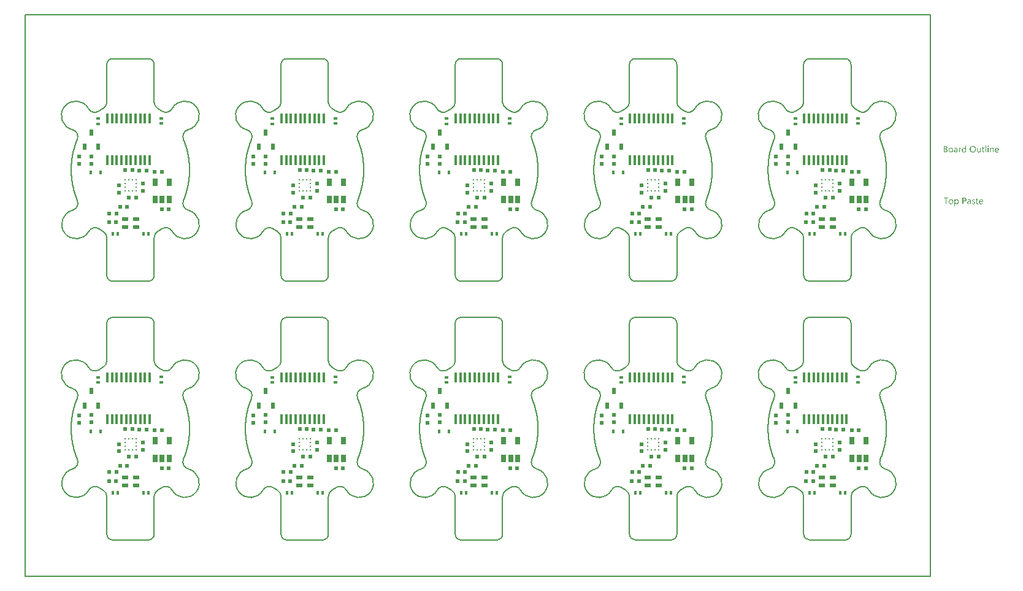
<source format=gtp>
G04*
G04 #@! TF.GenerationSoftware,Altium Limited,Altium Designer,21.8.1 (53)*
G04*
G04 Layer_Color=8421504*
%FSAX25Y25*%
%MOIN*%
G70*
G04*
G04 #@! TF.SameCoordinates,4444B29A-944C-4237-836D-8D04AF711E9D*
G04*
G04*
G04 #@! TF.FilePolarity,Positive*
G04*
G01*
G75*
%ADD10R,0.01575X0.05315*%
%ADD14R,0.03543X0.02362*%
%ADD18R,0.02165X0.01968*%
%ADD19R,0.01968X0.02165*%
%ADD20R,0.02756X0.03937*%
%ADD21R,0.01083X0.00984*%
%ADD22R,0.00984X0.01083*%
%ADD23R,0.01968X0.02165*%
%ADD24R,0.02362X0.03543*%
%ADD26R,0.02165X0.01968*%
%ADD32C,0.00787*%
%ADD41R,0.02461X0.01280*%
%ADD42R,0.01280X0.02461*%
%ADD43R,0.01575X0.02362*%
G36*
X0503737Y0214153D02*
X0503761D01*
X0503817Y0214128D01*
X0503848Y0214110D01*
X0503879Y0214085D01*
X0503885Y0214079D01*
X0503891Y0214073D01*
X0503922Y0214036D01*
X0503947Y0213974D01*
X0503953Y0213937D01*
X0503960Y0213899D01*
Y0213893D01*
Y0213881D01*
X0503953Y0213862D01*
X0503947Y0213838D01*
X0503929Y0213776D01*
X0503904Y0213745D01*
X0503879Y0213714D01*
X0503873D01*
X0503867Y0213701D01*
X0503829Y0213677D01*
X0503774Y0213652D01*
X0503737Y0213646D01*
X0503699Y0213639D01*
X0503681D01*
X0503662Y0213646D01*
X0503638D01*
X0503576Y0213670D01*
X0503545Y0213683D01*
X0503514Y0213708D01*
Y0213714D01*
X0503501Y0213720D01*
X0503489Y0213738D01*
X0503477Y0213757D01*
X0503452Y0213819D01*
X0503446Y0213856D01*
X0503440Y0213899D01*
Y0213906D01*
Y0213918D01*
X0503446Y0213937D01*
X0503452Y0213968D01*
X0503471Y0214023D01*
X0503489Y0214054D01*
X0503514Y0214085D01*
X0503520Y0214091D01*
X0503526Y0214098D01*
X0503563Y0214122D01*
X0503625Y0214147D01*
X0503662Y0214159D01*
X0503718D01*
X0503737Y0214153D01*
D02*
G37*
G36*
X0491747Y0210489D02*
X0491344D01*
Y0210910D01*
X0491332D01*
Y0210904D01*
X0491320Y0210891D01*
X0491301Y0210866D01*
X0491282Y0210835D01*
X0491251Y0210798D01*
X0491214Y0210761D01*
X0491171Y0210718D01*
X0491121Y0210675D01*
X0491066Y0210625D01*
X0490998Y0210582D01*
X0490930Y0210544D01*
X0490849Y0210507D01*
X0490769Y0210476D01*
X0490676Y0210452D01*
X0490577Y0210439D01*
X0490472Y0210433D01*
X0490428D01*
X0490391Y0210439D01*
X0490354Y0210445D01*
X0490304Y0210452D01*
X0490199Y0210476D01*
X0490075Y0210513D01*
X0489952Y0210576D01*
X0489883Y0210613D01*
X0489828Y0210656D01*
X0489766Y0210712D01*
X0489710Y0210767D01*
Y0210773D01*
X0489698Y0210786D01*
X0489685Y0210805D01*
X0489667Y0210829D01*
X0489648Y0210860D01*
X0489623Y0210904D01*
X0489599Y0210953D01*
X0489574Y0211009D01*
X0489543Y0211071D01*
X0489518Y0211139D01*
X0489494Y0211213D01*
X0489475Y0211294D01*
X0489456Y0211380D01*
X0489444Y0211479D01*
X0489438Y0211578D01*
X0489432Y0211684D01*
Y0211690D01*
Y0211708D01*
Y0211745D01*
X0489438Y0211789D01*
X0489444Y0211838D01*
X0489450Y0211900D01*
X0489456Y0211968D01*
X0489469Y0212042D01*
X0489506Y0212203D01*
X0489562Y0212371D01*
X0489599Y0212451D01*
X0489642Y0212531D01*
X0489685Y0212606D01*
X0489741Y0212680D01*
X0489747Y0212686D01*
X0489753Y0212699D01*
X0489772Y0212717D01*
X0489797Y0212742D01*
X0489828Y0212767D01*
X0489871Y0212798D01*
X0489914Y0212835D01*
X0489964Y0212872D01*
X0490088Y0212940D01*
X0490230Y0213002D01*
X0490310Y0213020D01*
X0490397Y0213039D01*
X0490484Y0213052D01*
X0490583Y0213058D01*
X0490632D01*
X0490670Y0213052D01*
X0490707Y0213045D01*
X0490756Y0213039D01*
X0490868Y0213008D01*
X0490991Y0212959D01*
X0491053Y0212928D01*
X0491115Y0212884D01*
X0491177Y0212841D01*
X0491233Y0212785D01*
X0491282Y0212723D01*
X0491332Y0212649D01*
X0491344D01*
Y0214209D01*
X0491747D01*
Y0210489D01*
D02*
G37*
G36*
X0506015Y0213052D02*
X0506089Y0213045D01*
X0506182Y0213027D01*
X0506281Y0212996D01*
X0506386Y0212946D01*
X0506491Y0212878D01*
X0506534Y0212841D01*
X0506578Y0212791D01*
X0506590Y0212779D01*
X0506615Y0212742D01*
X0506646Y0212680D01*
X0506689Y0212593D01*
X0506726Y0212488D01*
X0506764Y0212358D01*
X0506788Y0212203D01*
X0506795Y0212024D01*
Y0210489D01*
X0506392D01*
Y0211919D01*
Y0211925D01*
Y0211956D01*
X0506386Y0211993D01*
Y0212042D01*
X0506374Y0212104D01*
X0506361Y0212173D01*
X0506343Y0212247D01*
X0506318Y0212321D01*
X0506287Y0212395D01*
X0506250Y0212463D01*
X0506200Y0212531D01*
X0506145Y0212593D01*
X0506083Y0212643D01*
X0506002Y0212680D01*
X0505915Y0212711D01*
X0505810Y0212717D01*
X0505798D01*
X0505761Y0212711D01*
X0505705Y0212705D01*
X0505637Y0212686D01*
X0505556Y0212662D01*
X0505470Y0212618D01*
X0505389Y0212562D01*
X0505309Y0212488D01*
X0505303Y0212476D01*
X0505278Y0212451D01*
X0505247Y0212402D01*
X0505210Y0212333D01*
X0505173Y0212253D01*
X0505142Y0212154D01*
X0505117Y0212042D01*
X0505111Y0211919D01*
Y0210489D01*
X0504708D01*
Y0213002D01*
X0505111D01*
Y0212581D01*
X0505123D01*
X0505129Y0212587D01*
X0505136Y0212600D01*
X0505154Y0212624D01*
X0505179Y0212655D01*
X0505204Y0212692D01*
X0505241Y0212730D01*
X0505284Y0212773D01*
X0505334Y0212822D01*
X0505389Y0212866D01*
X0505451Y0212909D01*
X0505519Y0212946D01*
X0505594Y0212983D01*
X0505668Y0213014D01*
X0505755Y0213039D01*
X0505847Y0213052D01*
X0505946Y0213058D01*
X0505984D01*
X0506015Y0213052D01*
D02*
G37*
G36*
X0489017Y0213039D02*
X0489091Y0213033D01*
X0489134Y0213020D01*
X0489165Y0213008D01*
Y0212593D01*
X0489159Y0212600D01*
X0489147Y0212606D01*
X0489122Y0212618D01*
X0489091Y0212637D01*
X0489048Y0212649D01*
X0488992Y0212662D01*
X0488930Y0212668D01*
X0488862Y0212674D01*
X0488850D01*
X0488819Y0212668D01*
X0488769Y0212662D01*
X0488714Y0212643D01*
X0488639Y0212612D01*
X0488571Y0212569D01*
X0488497Y0212507D01*
X0488429Y0212426D01*
X0488423Y0212414D01*
X0488404Y0212383D01*
X0488373Y0212327D01*
X0488342Y0212253D01*
X0488311Y0212160D01*
X0488280Y0212042D01*
X0488262Y0211912D01*
X0488256Y0211764D01*
Y0210489D01*
X0487853D01*
Y0213002D01*
X0488256D01*
Y0212482D01*
X0488268D01*
Y0212488D01*
X0488274Y0212494D01*
X0488286Y0212525D01*
X0488305Y0212575D01*
X0488336Y0212637D01*
X0488367Y0212699D01*
X0488416Y0212767D01*
X0488466Y0212835D01*
X0488528Y0212897D01*
X0488534Y0212903D01*
X0488559Y0212922D01*
X0488596Y0212946D01*
X0488645Y0212971D01*
X0488701Y0212996D01*
X0488769Y0213020D01*
X0488843Y0213039D01*
X0488924Y0213045D01*
X0488980D01*
X0489017Y0213039D01*
D02*
G37*
G36*
X0499756Y0210489D02*
X0499354D01*
Y0210885D01*
X0499342D01*
Y0210879D01*
X0499329Y0210866D01*
X0499317Y0210842D01*
X0499292Y0210817D01*
X0499236Y0210743D01*
X0499150Y0210662D01*
X0499100Y0210619D01*
X0499045Y0210576D01*
X0498983Y0210538D01*
X0498908Y0210501D01*
X0498834Y0210476D01*
X0498754Y0210452D01*
X0498661Y0210439D01*
X0498568Y0210433D01*
X0498531D01*
X0498488Y0210439D01*
X0498426Y0210452D01*
X0498357Y0210464D01*
X0498283Y0210489D01*
X0498203Y0210520D01*
X0498122Y0210569D01*
X0498036Y0210625D01*
X0497955Y0210693D01*
X0497881Y0210780D01*
X0497813Y0210885D01*
X0497751Y0211003D01*
X0497708Y0211145D01*
X0497683Y0211312D01*
X0497670Y0211399D01*
Y0211498D01*
Y0213002D01*
X0498067D01*
Y0211560D01*
Y0211554D01*
Y0211529D01*
X0498073Y0211485D01*
X0498079Y0211436D01*
X0498085Y0211374D01*
X0498098Y0211312D01*
X0498116Y0211238D01*
X0498141Y0211163D01*
X0498178Y0211089D01*
X0498215Y0211021D01*
X0498265Y0210953D01*
X0498327Y0210891D01*
X0498395Y0210842D01*
X0498475Y0210805D01*
X0498574Y0210773D01*
X0498679Y0210767D01*
X0498692D01*
X0498729Y0210773D01*
X0498785Y0210780D01*
X0498847Y0210792D01*
X0498927Y0210823D01*
X0499008Y0210860D01*
X0499088Y0210910D01*
X0499162Y0210984D01*
X0499168Y0210996D01*
X0499193Y0211021D01*
X0499224Y0211071D01*
X0499261Y0211139D01*
X0499292Y0211219D01*
X0499323Y0211318D01*
X0499348Y0211430D01*
X0499354Y0211554D01*
Y0213002D01*
X0499756D01*
Y0210489D01*
D02*
G37*
G36*
X0503891D02*
X0503489D01*
Y0213002D01*
X0503891D01*
Y0210489D01*
D02*
G37*
G36*
X0502672D02*
X0502270D01*
Y0214209D01*
X0502672D01*
Y0210489D01*
D02*
G37*
G36*
X0486293Y0213052D02*
X0486349Y0213045D01*
X0486417Y0213027D01*
X0486491Y0213008D01*
X0486572Y0212977D01*
X0486658Y0212940D01*
X0486739Y0212891D01*
X0486819Y0212829D01*
X0486894Y0212754D01*
X0486962Y0212662D01*
X0487017Y0212556D01*
X0487061Y0212433D01*
X0487085Y0212290D01*
X0487098Y0212123D01*
Y0210489D01*
X0486696D01*
Y0210879D01*
X0486683D01*
Y0210873D01*
X0486671Y0210860D01*
X0486658Y0210835D01*
X0486634Y0210811D01*
X0486572Y0210736D01*
X0486491Y0210656D01*
X0486380Y0210576D01*
X0486250Y0210501D01*
X0486169Y0210476D01*
X0486089Y0210452D01*
X0486002Y0210439D01*
X0485910Y0210433D01*
X0485872D01*
X0485848Y0210439D01*
X0485779Y0210445D01*
X0485699Y0210458D01*
X0485600Y0210483D01*
X0485507Y0210513D01*
X0485408Y0210563D01*
X0485321Y0210625D01*
X0485315Y0210637D01*
X0485290Y0210662D01*
X0485253Y0210705D01*
X0485216Y0210767D01*
X0485179Y0210842D01*
X0485142Y0210928D01*
X0485117Y0211034D01*
X0485111Y0211151D01*
Y0211157D01*
Y0211182D01*
X0485117Y0211219D01*
X0485123Y0211262D01*
X0485136Y0211318D01*
X0485154Y0211380D01*
X0485179Y0211448D01*
X0485216Y0211516D01*
X0485259Y0211591D01*
X0485315Y0211665D01*
X0485383Y0211733D01*
X0485464Y0211795D01*
X0485557Y0211857D01*
X0485668Y0211906D01*
X0485792Y0211943D01*
X0485940Y0211974D01*
X0486696Y0212080D01*
Y0212086D01*
Y0212104D01*
X0486689Y0212141D01*
Y0212179D01*
X0486677Y0212228D01*
X0486671Y0212284D01*
X0486634Y0212402D01*
X0486603Y0212457D01*
X0486572Y0212513D01*
X0486528Y0212569D01*
X0486479Y0212618D01*
X0486417Y0212662D01*
X0486349Y0212692D01*
X0486269Y0212711D01*
X0486176Y0212717D01*
X0486132D01*
X0486101Y0212711D01*
X0486058D01*
X0486015Y0212699D01*
X0485903Y0212680D01*
X0485779Y0212643D01*
X0485643Y0212587D01*
X0485569Y0212550D01*
X0485501Y0212513D01*
X0485427Y0212463D01*
X0485358Y0212408D01*
Y0212822D01*
X0485365D01*
X0485377Y0212835D01*
X0485396Y0212847D01*
X0485427Y0212860D01*
X0485458Y0212878D01*
X0485501Y0212897D01*
X0485550Y0212915D01*
X0485606Y0212940D01*
X0485730Y0212983D01*
X0485879Y0213020D01*
X0486039Y0213045D01*
X0486213Y0213058D01*
X0486250D01*
X0486293Y0213052D01*
D02*
G37*
G36*
X0480605Y0213999D02*
X0480648D01*
X0480691Y0213992D01*
X0480790Y0213980D01*
X0480908Y0213949D01*
X0481032Y0213912D01*
X0481149Y0213856D01*
X0481255Y0213782D01*
X0481261D01*
X0481267Y0213770D01*
X0481298Y0213745D01*
X0481341Y0213695D01*
X0481391Y0213627D01*
X0481434Y0213541D01*
X0481477Y0213441D01*
X0481508Y0213330D01*
X0481521Y0213268D01*
Y0213200D01*
Y0213194D01*
Y0213188D01*
Y0213151D01*
X0481515Y0213095D01*
X0481502Y0213027D01*
X0481484Y0212940D01*
X0481453Y0212853D01*
X0481416Y0212767D01*
X0481360Y0212680D01*
X0481354Y0212668D01*
X0481329Y0212643D01*
X0481292Y0212606D01*
X0481242Y0212556D01*
X0481180Y0212507D01*
X0481106Y0212451D01*
X0481013Y0212408D01*
X0480914Y0212364D01*
Y0212358D01*
X0480933D01*
X0480951Y0212352D01*
X0480970Y0212346D01*
X0481038Y0212333D01*
X0481118Y0212309D01*
X0481205Y0212271D01*
X0481298Y0212228D01*
X0481391Y0212166D01*
X0481477Y0212086D01*
X0481490Y0212073D01*
X0481515Y0212042D01*
X0481545Y0211999D01*
X0481589Y0211931D01*
X0481626Y0211844D01*
X0481663Y0211745D01*
X0481688Y0211628D01*
X0481694Y0211498D01*
Y0211492D01*
Y0211479D01*
Y0211454D01*
X0481688Y0211423D01*
X0481682Y0211386D01*
X0481675Y0211343D01*
X0481651Y0211238D01*
X0481614Y0211120D01*
X0481558Y0210996D01*
X0481521Y0210941D01*
X0481477Y0210879D01*
X0481422Y0210823D01*
X0481366Y0210767D01*
X0481360D01*
X0481354Y0210755D01*
X0481335Y0210743D01*
X0481310Y0210724D01*
X0481279Y0210705D01*
X0481236Y0210681D01*
X0481143Y0210631D01*
X0481026Y0210576D01*
X0480889Y0210532D01*
X0480728Y0210501D01*
X0480648Y0210495D01*
X0480555Y0210489D01*
X0479528D01*
Y0214005D01*
X0480574D01*
X0480605Y0213999D01*
D02*
G37*
G36*
X0501100Y0213002D02*
X0501737D01*
Y0212655D01*
X0501100D01*
Y0211238D01*
Y0211225D01*
Y0211194D01*
X0501106Y0211151D01*
X0501112Y0211095D01*
X0501137Y0210978D01*
X0501155Y0210922D01*
X0501186Y0210879D01*
X0501193Y0210873D01*
X0501205Y0210860D01*
X0501224Y0210848D01*
X0501255Y0210829D01*
X0501292Y0210805D01*
X0501341Y0210792D01*
X0501403Y0210780D01*
X0501471Y0210773D01*
X0501496D01*
X0501527Y0210780D01*
X0501564Y0210786D01*
X0501651Y0210811D01*
X0501694Y0210829D01*
X0501737Y0210854D01*
Y0210507D01*
X0501731D01*
X0501713Y0210495D01*
X0501682Y0210489D01*
X0501638Y0210476D01*
X0501582Y0210464D01*
X0501521Y0210452D01*
X0501446Y0210445D01*
X0501360Y0210439D01*
X0501329D01*
X0501298Y0210445D01*
X0501255Y0210452D01*
X0501205Y0210464D01*
X0501149Y0210476D01*
X0501093Y0210501D01*
X0501032Y0210532D01*
X0500970Y0210569D01*
X0500908Y0210619D01*
X0500852Y0210675D01*
X0500803Y0210749D01*
X0500759Y0210829D01*
X0500728Y0210928D01*
X0500703Y0211040D01*
X0500697Y0211170D01*
Y0212655D01*
X0500270D01*
Y0213002D01*
X0500697D01*
Y0213615D01*
X0501100Y0213745D01*
Y0213002D01*
D02*
G37*
G36*
X0508627Y0213052D02*
X0508670Y0213045D01*
X0508713Y0213039D01*
X0508825Y0213020D01*
X0508949Y0212977D01*
X0509072Y0212922D01*
X0509134Y0212884D01*
X0509196Y0212841D01*
X0509252Y0212791D01*
X0509308Y0212736D01*
X0509314Y0212730D01*
X0509320Y0212723D01*
X0509332Y0212705D01*
X0509351Y0212680D01*
X0509370Y0212643D01*
X0509394Y0212606D01*
X0509419Y0212562D01*
X0509444Y0212507D01*
X0509469Y0212445D01*
X0509493Y0212383D01*
X0509518Y0212309D01*
X0509537Y0212228D01*
X0509555Y0212141D01*
X0509568Y0212055D01*
X0509580Y0211956D01*
Y0211851D01*
Y0211640D01*
X0507803D01*
Y0211634D01*
Y0211622D01*
Y0211603D01*
X0507810Y0211572D01*
X0507816Y0211535D01*
Y0211498D01*
X0507834Y0211399D01*
X0507865Y0211300D01*
X0507902Y0211188D01*
X0507958Y0211083D01*
X0508026Y0210990D01*
X0508039Y0210978D01*
X0508064Y0210953D01*
X0508113Y0210922D01*
X0508181Y0210879D01*
X0508268Y0210835D01*
X0508367Y0210805D01*
X0508484Y0210780D01*
X0508621Y0210767D01*
X0508664D01*
X0508695Y0210773D01*
X0508732D01*
X0508775Y0210780D01*
X0508881Y0210805D01*
X0508998Y0210835D01*
X0509128Y0210885D01*
X0509264Y0210953D01*
X0509332Y0210996D01*
X0509401Y0211046D01*
Y0210668D01*
X0509394D01*
X0509388Y0210656D01*
X0509370Y0210650D01*
X0509339Y0210631D01*
X0509308Y0210613D01*
X0509270Y0210594D01*
X0509221Y0210576D01*
X0509171Y0210551D01*
X0509110Y0210526D01*
X0509042Y0210507D01*
X0508893Y0210470D01*
X0508720Y0210445D01*
X0508528Y0210433D01*
X0508478D01*
X0508441Y0210439D01*
X0508398Y0210445D01*
X0508342Y0210452D01*
X0508224Y0210476D01*
X0508088Y0210513D01*
X0507952Y0210576D01*
X0507884Y0210619D01*
X0507816Y0210662D01*
X0507754Y0210712D01*
X0507692Y0210773D01*
X0507686Y0210780D01*
X0507680Y0210792D01*
X0507667Y0210811D01*
X0507643Y0210835D01*
X0507624Y0210873D01*
X0507599Y0210916D01*
X0507568Y0210965D01*
X0507544Y0211021D01*
X0507513Y0211083D01*
X0507488Y0211157D01*
X0507457Y0211238D01*
X0507438Y0211324D01*
X0507420Y0211417D01*
X0507401Y0211516D01*
X0507395Y0211622D01*
X0507389Y0211733D01*
Y0211739D01*
Y0211758D01*
Y0211789D01*
X0507395Y0211832D01*
X0507401Y0211881D01*
X0507407Y0211937D01*
X0507413Y0212005D01*
X0507432Y0212073D01*
X0507469Y0212222D01*
X0507525Y0212383D01*
X0507562Y0212463D01*
X0507612Y0212538D01*
X0507661Y0212618D01*
X0507717Y0212686D01*
X0507723Y0212692D01*
X0507735Y0212705D01*
X0507754Y0212723D01*
X0507779Y0212742D01*
X0507810Y0212773D01*
X0507847Y0212804D01*
X0507896Y0212835D01*
X0507946Y0212872D01*
X0508064Y0212940D01*
X0508206Y0213002D01*
X0508286Y0213020D01*
X0508367Y0213039D01*
X0508453Y0213052D01*
X0508546Y0213058D01*
X0508596D01*
X0508627Y0213052D01*
D02*
G37*
G36*
X0495584Y0214060D02*
X0495646Y0214054D01*
X0495721Y0214042D01*
X0495801Y0214023D01*
X0495888Y0214005D01*
X0495974Y0213980D01*
X0496073Y0213949D01*
X0496166Y0213906D01*
X0496265Y0213856D01*
X0496364Y0213800D01*
X0496457Y0213732D01*
X0496550Y0213658D01*
X0496637Y0213571D01*
X0496643Y0213565D01*
X0496655Y0213547D01*
X0496680Y0213522D01*
X0496705Y0213485D01*
X0496742Y0213435D01*
X0496779Y0213373D01*
X0496816Y0213305D01*
X0496860Y0213231D01*
X0496903Y0213138D01*
X0496940Y0213045D01*
X0496977Y0212940D01*
X0497014Y0212822D01*
X0497039Y0212705D01*
X0497064Y0212575D01*
X0497076Y0212433D01*
X0497082Y0212290D01*
Y0212278D01*
Y0212253D01*
Y0212210D01*
X0497076Y0212148D01*
X0497070Y0212073D01*
X0497058Y0211993D01*
X0497045Y0211900D01*
X0497027Y0211795D01*
X0497002Y0211690D01*
X0496971Y0211578D01*
X0496934Y0211467D01*
X0496890Y0211355D01*
X0496835Y0211238D01*
X0496773Y0211133D01*
X0496705Y0211027D01*
X0496624Y0210928D01*
X0496618Y0210922D01*
X0496606Y0210910D01*
X0496575Y0210885D01*
X0496544Y0210854D01*
X0496494Y0210811D01*
X0496439Y0210773D01*
X0496377Y0210724D01*
X0496303Y0210681D01*
X0496222Y0210637D01*
X0496129Y0210588D01*
X0496030Y0210551D01*
X0495919Y0210513D01*
X0495801Y0210476D01*
X0495677Y0210452D01*
X0495547Y0210439D01*
X0495405Y0210433D01*
X0495374D01*
X0495331Y0210439D01*
X0495281D01*
X0495219Y0210445D01*
X0495145Y0210458D01*
X0495064Y0210476D01*
X0494972Y0210495D01*
X0494879Y0210520D01*
X0494780Y0210551D01*
X0494681Y0210594D01*
X0494582Y0210637D01*
X0494483Y0210693D01*
X0494384Y0210761D01*
X0494291Y0210835D01*
X0494204Y0210922D01*
X0494198Y0210928D01*
X0494185Y0210947D01*
X0494161Y0210972D01*
X0494136Y0211009D01*
X0494099Y0211058D01*
X0494062Y0211120D01*
X0494025Y0211188D01*
X0493981Y0211269D01*
X0493938Y0211355D01*
X0493901Y0211448D01*
X0493864Y0211554D01*
X0493826Y0211671D01*
X0493802Y0211789D01*
X0493777Y0211919D01*
X0493765Y0212061D01*
X0493758Y0212203D01*
Y0212216D01*
Y0212241D01*
X0493765Y0212284D01*
Y0212346D01*
X0493771Y0212414D01*
X0493783Y0212501D01*
X0493795Y0212593D01*
X0493814Y0212692D01*
X0493839Y0212798D01*
X0493870Y0212909D01*
X0493907Y0213020D01*
X0493950Y0213132D01*
X0494006Y0213243D01*
X0494068Y0213355D01*
X0494136Y0213460D01*
X0494216Y0213559D01*
X0494223Y0213565D01*
X0494235Y0213584D01*
X0494266Y0213609D01*
X0494303Y0213639D01*
X0494346Y0213677D01*
X0494402Y0213720D01*
X0494470Y0213763D01*
X0494545Y0213813D01*
X0494631Y0213862D01*
X0494724Y0213906D01*
X0494823Y0213949D01*
X0494935Y0213986D01*
X0495058Y0214017D01*
X0495188Y0214048D01*
X0495324Y0214060D01*
X0495467Y0214067D01*
X0495535D01*
X0495584Y0214060D01*
D02*
G37*
G36*
X0483557Y0213052D02*
X0483601Y0213045D01*
X0483656Y0213039D01*
X0483780Y0213014D01*
X0483922Y0212971D01*
X0484065Y0212909D01*
X0484139Y0212872D01*
X0484207Y0212829D01*
X0484275Y0212773D01*
X0484337Y0212711D01*
X0484343Y0212705D01*
X0484350Y0212692D01*
X0484368Y0212674D01*
X0484387Y0212649D01*
X0484411Y0212612D01*
X0484436Y0212569D01*
X0484467Y0212519D01*
X0484498Y0212463D01*
X0484523Y0212395D01*
X0484554Y0212327D01*
X0484579Y0212247D01*
X0484603Y0212160D01*
X0484622Y0212067D01*
X0484641Y0211968D01*
X0484647Y0211863D01*
X0484653Y0211752D01*
Y0211745D01*
Y0211727D01*
Y0211696D01*
X0484647Y0211652D01*
X0484641Y0211603D01*
X0484634Y0211541D01*
X0484622Y0211479D01*
X0484610Y0211405D01*
X0484572Y0211256D01*
X0484511Y0211095D01*
X0484473Y0211015D01*
X0484424Y0210934D01*
X0484374Y0210860D01*
X0484312Y0210792D01*
X0484306Y0210786D01*
X0484294Y0210780D01*
X0484275Y0210761D01*
X0484250Y0210736D01*
X0484213Y0210712D01*
X0484176Y0210681D01*
X0484127Y0210644D01*
X0484071Y0210613D01*
X0484009Y0210582D01*
X0483941Y0210544D01*
X0483867Y0210513D01*
X0483786Y0210489D01*
X0483700Y0210464D01*
X0483607Y0210452D01*
X0483508Y0210439D01*
X0483402Y0210433D01*
X0483347D01*
X0483310Y0210439D01*
X0483266Y0210445D01*
X0483211Y0210452D01*
X0483149Y0210464D01*
X0483081Y0210476D01*
X0482938Y0210520D01*
X0482790Y0210582D01*
X0482715Y0210619D01*
X0482647Y0210668D01*
X0482579Y0210718D01*
X0482511Y0210780D01*
X0482505Y0210786D01*
X0482499Y0210798D01*
X0482480Y0210817D01*
X0482462Y0210842D01*
X0482437Y0210879D01*
X0482406Y0210922D01*
X0482375Y0210972D01*
X0482350Y0211027D01*
X0482319Y0211095D01*
X0482288Y0211163D01*
X0482257Y0211238D01*
X0482233Y0211324D01*
X0482195Y0211510D01*
X0482189Y0211609D01*
X0482183Y0211714D01*
Y0211721D01*
Y0211745D01*
Y0211776D01*
X0482189Y0211820D01*
X0482195Y0211869D01*
X0482202Y0211931D01*
X0482214Y0211999D01*
X0482226Y0212073D01*
X0482264Y0212234D01*
X0482325Y0212395D01*
X0482369Y0212476D01*
X0482412Y0212556D01*
X0482462Y0212631D01*
X0482523Y0212699D01*
X0482530Y0212705D01*
X0482542Y0212717D01*
X0482561Y0212730D01*
X0482585Y0212754D01*
X0482623Y0212779D01*
X0482666Y0212810D01*
X0482715Y0212847D01*
X0482771Y0212878D01*
X0482833Y0212909D01*
X0482907Y0212946D01*
X0482982Y0212977D01*
X0483068Y0213002D01*
X0483155Y0213027D01*
X0483254Y0213045D01*
X0483359Y0213052D01*
X0483464Y0213058D01*
X0483520D01*
X0483557Y0213052D01*
D02*
G37*
G36*
X0486770Y0185013D02*
X0486813Y0185007D01*
X0486857Y0185001D01*
X0486968Y0184976D01*
X0487092Y0184939D01*
X0487216Y0184877D01*
X0487277Y0184840D01*
X0487339Y0184790D01*
X0487395Y0184741D01*
X0487451Y0184679D01*
X0487457Y0184673D01*
X0487463Y0184667D01*
X0487475Y0184642D01*
X0487494Y0184617D01*
X0487513Y0184586D01*
X0487537Y0184543D01*
X0487562Y0184493D01*
X0487587Y0184444D01*
X0487612Y0184382D01*
X0487637Y0184314D01*
X0487661Y0184239D01*
X0487680Y0184159D01*
X0487711Y0183979D01*
X0487723Y0183880D01*
Y0183775D01*
Y0183769D01*
Y0183750D01*
Y0183713D01*
X0487717Y0183670D01*
Y0183621D01*
X0487705Y0183559D01*
X0487698Y0183491D01*
X0487686Y0183416D01*
X0487649Y0183255D01*
X0487593Y0183088D01*
X0487556Y0183008D01*
X0487519Y0182927D01*
X0487469Y0182847D01*
X0487414Y0182772D01*
X0487407Y0182766D01*
X0487401Y0182754D01*
X0487383Y0182735D01*
X0487358Y0182717D01*
X0487327Y0182686D01*
X0487290Y0182655D01*
X0487247Y0182618D01*
X0487197Y0182587D01*
X0487141Y0182550D01*
X0487079Y0182512D01*
X0486931Y0182457D01*
X0486850Y0182432D01*
X0486770Y0182413D01*
X0486677Y0182401D01*
X0486578Y0182395D01*
X0486528D01*
X0486497Y0182401D01*
X0486454Y0182407D01*
X0486411Y0182420D01*
X0486299Y0182444D01*
X0486182Y0182494D01*
X0486114Y0182531D01*
X0486052Y0182568D01*
X0485990Y0182618D01*
X0485934Y0182673D01*
X0485872Y0182735D01*
X0485823Y0182810D01*
X0485810D01*
Y0181299D01*
X0485408D01*
Y0184964D01*
X0485810D01*
Y0184518D01*
X0485823D01*
X0485829Y0184524D01*
X0485835Y0184543D01*
X0485854Y0184567D01*
X0485879Y0184599D01*
X0485910Y0184636D01*
X0485947Y0184679D01*
X0485990Y0184722D01*
X0486046Y0184772D01*
X0486101Y0184815D01*
X0486163Y0184859D01*
X0486237Y0184902D01*
X0486312Y0184939D01*
X0486399Y0184976D01*
X0486491Y0185001D01*
X0486584Y0185013D01*
X0486689Y0185019D01*
X0486739D01*
X0486770Y0185013D01*
D02*
G37*
G36*
X0496042D02*
X0496123Y0185007D01*
X0496210Y0184995D01*
X0496309Y0184970D01*
X0496408Y0184945D01*
X0496507Y0184908D01*
Y0184500D01*
X0496494Y0184506D01*
X0496457Y0184530D01*
X0496402Y0184555D01*
X0496327Y0184592D01*
X0496234Y0184623D01*
X0496123Y0184654D01*
X0495999Y0184673D01*
X0495869Y0184679D01*
X0495801D01*
X0495739Y0184667D01*
X0495665Y0184654D01*
X0495659D01*
X0495652Y0184648D01*
X0495615Y0184636D01*
X0495566Y0184611D01*
X0495510Y0184580D01*
X0495498Y0184574D01*
X0495473Y0184549D01*
X0495442Y0184512D01*
X0495411Y0184468D01*
X0495405Y0184456D01*
X0495393Y0184425D01*
X0495380Y0184382D01*
X0495374Y0184326D01*
Y0184320D01*
Y0184308D01*
Y0184289D01*
X0495380Y0184270D01*
X0495393Y0184215D01*
X0495411Y0184159D01*
X0495417Y0184147D01*
X0495436Y0184122D01*
X0495473Y0184085D01*
X0495516Y0184041D01*
X0495522D01*
X0495529Y0184035D01*
X0495566Y0184010D01*
X0495615Y0183979D01*
X0495683Y0183949D01*
X0495690D01*
X0495702Y0183942D01*
X0495721Y0183936D01*
X0495752Y0183924D01*
X0495820Y0183899D01*
X0495906Y0183862D01*
X0495913D01*
X0495937Y0183850D01*
X0495968Y0183837D01*
X0496005Y0183825D01*
X0496104Y0183781D01*
X0496203Y0183732D01*
X0496210D01*
X0496228Y0183720D01*
X0496253Y0183707D01*
X0496284Y0183689D01*
X0496358Y0183639D01*
X0496432Y0183577D01*
X0496439Y0183571D01*
X0496451Y0183565D01*
X0496463Y0183546D01*
X0496488Y0183521D01*
X0496531Y0183459D01*
X0496575Y0183379D01*
Y0183373D01*
X0496581Y0183361D01*
X0496593Y0183336D01*
X0496600Y0183305D01*
X0496612Y0183268D01*
X0496618Y0183224D01*
X0496624Y0183119D01*
Y0183113D01*
Y0183088D01*
X0496618Y0183051D01*
X0496612Y0183008D01*
X0496606Y0182958D01*
X0496587Y0182902D01*
X0496569Y0182853D01*
X0496538Y0182797D01*
X0496531Y0182791D01*
X0496525Y0182772D01*
X0496507Y0182748D01*
X0496482Y0182717D01*
X0496451Y0182680D01*
X0496414Y0182642D01*
X0496321Y0182568D01*
X0496315Y0182562D01*
X0496296Y0182556D01*
X0496272Y0182537D01*
X0496228Y0182519D01*
X0496185Y0182494D01*
X0496129Y0182475D01*
X0496073Y0182457D01*
X0496005Y0182438D01*
X0495999D01*
X0495974Y0182432D01*
X0495937Y0182426D01*
X0495894Y0182420D01*
X0495832Y0182407D01*
X0495770Y0182401D01*
X0495628Y0182395D01*
X0495566D01*
X0495492Y0182401D01*
X0495399Y0182413D01*
X0495294Y0182432D01*
X0495182Y0182457D01*
X0495071Y0182488D01*
X0494959Y0182537D01*
Y0182970D01*
X0494965D01*
X0494972Y0182958D01*
X0494990Y0182946D01*
X0495015Y0182933D01*
X0495083Y0182896D01*
X0495176Y0182853D01*
X0495281Y0182803D01*
X0495405Y0182766D01*
X0495541Y0182741D01*
X0495683Y0182729D01*
X0495733D01*
X0495764Y0182735D01*
X0495851Y0182748D01*
X0495950Y0182772D01*
X0496042Y0182816D01*
X0496086Y0182847D01*
X0496129Y0182878D01*
X0496160Y0182921D01*
X0496185Y0182964D01*
X0496203Y0183020D01*
X0496210Y0183082D01*
Y0183088D01*
Y0183100D01*
Y0183119D01*
X0496203Y0183138D01*
X0496191Y0183193D01*
X0496166Y0183249D01*
Y0183255D01*
X0496160Y0183261D01*
X0496135Y0183292D01*
X0496098Y0183336D01*
X0496042Y0183373D01*
X0496036D01*
X0496030Y0183385D01*
X0495993Y0183404D01*
X0495937Y0183441D01*
X0495863Y0183472D01*
X0495857D01*
X0495844Y0183478D01*
X0495826Y0183491D01*
X0495795Y0183503D01*
X0495727Y0183528D01*
X0495640Y0183565D01*
X0495634D01*
X0495609Y0183577D01*
X0495578Y0183589D01*
X0495541Y0183602D01*
X0495442Y0183645D01*
X0495343Y0183695D01*
X0495337Y0183701D01*
X0495324Y0183707D01*
X0495300Y0183720D01*
X0495269Y0183738D01*
X0495201Y0183788D01*
X0495132Y0183843D01*
X0495126Y0183850D01*
X0495120Y0183856D01*
X0495102Y0183874D01*
X0495083Y0183899D01*
X0495040Y0183961D01*
X0495003Y0184035D01*
Y0184041D01*
X0494996Y0184054D01*
X0494990Y0184079D01*
X0494984Y0184109D01*
X0494978Y0184147D01*
X0494972Y0184190D01*
X0494965Y0184295D01*
Y0184301D01*
Y0184326D01*
X0494972Y0184357D01*
X0494978Y0184400D01*
X0494984Y0184450D01*
X0495003Y0184500D01*
X0495021Y0184555D01*
X0495046Y0184605D01*
X0495052Y0184611D01*
X0495058Y0184629D01*
X0495077Y0184654D01*
X0495102Y0184685D01*
X0495170Y0184759D01*
X0495256Y0184834D01*
X0495262Y0184840D01*
X0495281Y0184846D01*
X0495306Y0184865D01*
X0495349Y0184883D01*
X0495393Y0184908D01*
X0495442Y0184933D01*
X0495566Y0184970D01*
X0495572D01*
X0495597Y0184976D01*
X0495628Y0184988D01*
X0495677Y0184995D01*
X0495727Y0185007D01*
X0495789Y0185013D01*
X0495925Y0185019D01*
X0495981D01*
X0496042Y0185013D01*
D02*
G37*
G36*
X0493548D02*
X0493604Y0185007D01*
X0493672Y0184988D01*
X0493746Y0184970D01*
X0493826Y0184939D01*
X0493913Y0184902D01*
X0493994Y0184852D01*
X0494074Y0184790D01*
X0494148Y0184716D01*
X0494216Y0184623D01*
X0494272Y0184518D01*
X0494315Y0184394D01*
X0494340Y0184252D01*
X0494353Y0184085D01*
Y0182451D01*
X0493950D01*
Y0182841D01*
X0493938D01*
Y0182834D01*
X0493926Y0182822D01*
X0493913Y0182797D01*
X0493888Y0182772D01*
X0493826Y0182698D01*
X0493746Y0182618D01*
X0493635Y0182537D01*
X0493505Y0182463D01*
X0493424Y0182438D01*
X0493344Y0182413D01*
X0493257Y0182401D01*
X0493164Y0182395D01*
X0493127D01*
X0493102Y0182401D01*
X0493034Y0182407D01*
X0492954Y0182420D01*
X0492855Y0182444D01*
X0492762Y0182475D01*
X0492663Y0182525D01*
X0492576Y0182587D01*
X0492570Y0182599D01*
X0492545Y0182624D01*
X0492508Y0182667D01*
X0492471Y0182729D01*
X0492434Y0182803D01*
X0492397Y0182890D01*
X0492372Y0182995D01*
X0492366Y0183113D01*
Y0183119D01*
Y0183144D01*
X0492372Y0183181D01*
X0492378Y0183224D01*
X0492390Y0183280D01*
X0492409Y0183342D01*
X0492434Y0183410D01*
X0492471Y0183478D01*
X0492514Y0183552D01*
X0492570Y0183627D01*
X0492638Y0183695D01*
X0492719Y0183757D01*
X0492811Y0183819D01*
X0492923Y0183868D01*
X0493047Y0183905D01*
X0493195Y0183936D01*
X0493950Y0184041D01*
Y0184048D01*
Y0184066D01*
X0493944Y0184103D01*
Y0184140D01*
X0493932Y0184190D01*
X0493926Y0184246D01*
X0493888Y0184363D01*
X0493857Y0184419D01*
X0493826Y0184475D01*
X0493783Y0184530D01*
X0493734Y0184580D01*
X0493672Y0184623D01*
X0493604Y0184654D01*
X0493523Y0184673D01*
X0493430Y0184679D01*
X0493387D01*
X0493356Y0184673D01*
X0493313D01*
X0493269Y0184660D01*
X0493158Y0184642D01*
X0493034Y0184605D01*
X0492898Y0184549D01*
X0492824Y0184512D01*
X0492756Y0184475D01*
X0492681Y0184425D01*
X0492613Y0184370D01*
Y0184784D01*
X0492619D01*
X0492632Y0184797D01*
X0492650Y0184809D01*
X0492681Y0184821D01*
X0492712Y0184840D01*
X0492756Y0184859D01*
X0492805Y0184877D01*
X0492861Y0184902D01*
X0492985Y0184945D01*
X0493133Y0184982D01*
X0493294Y0185007D01*
X0493467Y0185019D01*
X0493505D01*
X0493548Y0185013D01*
D02*
G37*
G36*
X0490849Y0185960D02*
X0490899D01*
X0490948Y0185954D01*
X0491078Y0185929D01*
X0491214Y0185898D01*
X0491363Y0185849D01*
X0491505Y0185781D01*
X0491567Y0185737D01*
X0491629Y0185688D01*
X0491635D01*
X0491641Y0185676D01*
X0491660Y0185657D01*
X0491678Y0185638D01*
X0491728Y0185576D01*
X0491790Y0185490D01*
X0491846Y0185378D01*
X0491895Y0185248D01*
X0491932Y0185094D01*
X0491938Y0185007D01*
X0491945Y0184914D01*
Y0184908D01*
Y0184889D01*
Y0184865D01*
X0491938Y0184834D01*
X0491932Y0184790D01*
X0491926Y0184741D01*
X0491901Y0184623D01*
X0491858Y0184493D01*
X0491796Y0184357D01*
X0491759Y0184289D01*
X0491716Y0184221D01*
X0491660Y0184153D01*
X0491598Y0184091D01*
X0491592Y0184085D01*
X0491579Y0184079D01*
X0491561Y0184060D01*
X0491536Y0184041D01*
X0491499Y0184017D01*
X0491456Y0183992D01*
X0491406Y0183961D01*
X0491351Y0183936D01*
X0491289Y0183905D01*
X0491221Y0183874D01*
X0491140Y0183850D01*
X0491059Y0183825D01*
X0490874Y0183788D01*
X0490775Y0183781D01*
X0490670Y0183775D01*
X0490205D01*
Y0182451D01*
X0489791D01*
Y0185967D01*
X0490812D01*
X0490849Y0185960D01*
D02*
G37*
G36*
X0481966Y0185595D02*
X0480951D01*
Y0182451D01*
X0480543D01*
Y0185595D01*
X0479528D01*
Y0185967D01*
X0481966D01*
Y0185595D01*
D02*
G37*
G36*
X0497776Y0184964D02*
X0498413D01*
Y0184617D01*
X0497776D01*
Y0183200D01*
Y0183187D01*
Y0183156D01*
X0497782Y0183113D01*
X0497788Y0183057D01*
X0497813Y0182940D01*
X0497831Y0182884D01*
X0497862Y0182841D01*
X0497868Y0182834D01*
X0497881Y0182822D01*
X0497899Y0182810D01*
X0497930Y0182791D01*
X0497968Y0182766D01*
X0498017Y0182754D01*
X0498079Y0182741D01*
X0498147Y0182735D01*
X0498172D01*
X0498203Y0182741D01*
X0498240Y0182748D01*
X0498327Y0182772D01*
X0498370Y0182791D01*
X0498413Y0182816D01*
Y0182469D01*
X0498407D01*
X0498388Y0182457D01*
X0498357Y0182451D01*
X0498314Y0182438D01*
X0498258Y0182426D01*
X0498197Y0182413D01*
X0498122Y0182407D01*
X0498036Y0182401D01*
X0498005D01*
X0497974Y0182407D01*
X0497930Y0182413D01*
X0497881Y0182426D01*
X0497825Y0182438D01*
X0497769Y0182463D01*
X0497708Y0182494D01*
X0497646Y0182531D01*
X0497584Y0182580D01*
X0497528Y0182636D01*
X0497479Y0182711D01*
X0497435Y0182791D01*
X0497404Y0182890D01*
X0497379Y0183001D01*
X0497373Y0183132D01*
Y0184617D01*
X0496946D01*
Y0184964D01*
X0497373D01*
Y0185576D01*
X0497776Y0185706D01*
Y0184964D01*
D02*
G37*
G36*
X0500016Y0185013D02*
X0500060Y0185007D01*
X0500103Y0185001D01*
X0500214Y0184982D01*
X0500338Y0184939D01*
X0500462Y0184883D01*
X0500524Y0184846D01*
X0500586Y0184803D01*
X0500642Y0184753D01*
X0500697Y0184697D01*
X0500703Y0184691D01*
X0500710Y0184685D01*
X0500722Y0184667D01*
X0500741Y0184642D01*
X0500759Y0184605D01*
X0500784Y0184567D01*
X0500809Y0184524D01*
X0500834Y0184468D01*
X0500858Y0184407D01*
X0500883Y0184345D01*
X0500908Y0184270D01*
X0500926Y0184190D01*
X0500945Y0184103D01*
X0500957Y0184017D01*
X0500970Y0183918D01*
Y0183812D01*
Y0183602D01*
X0499193D01*
Y0183596D01*
Y0183583D01*
Y0183565D01*
X0499199Y0183534D01*
X0499206Y0183497D01*
Y0183459D01*
X0499224Y0183361D01*
X0499255Y0183261D01*
X0499292Y0183150D01*
X0499348Y0183045D01*
X0499416Y0182952D01*
X0499428Y0182940D01*
X0499453Y0182915D01*
X0499503Y0182884D01*
X0499571Y0182841D01*
X0499657Y0182797D01*
X0499756Y0182766D01*
X0499874Y0182741D01*
X0500010Y0182729D01*
X0500054D01*
X0500085Y0182735D01*
X0500122D01*
X0500165Y0182741D01*
X0500270Y0182766D01*
X0500388Y0182797D01*
X0500518Y0182847D01*
X0500654Y0182915D01*
X0500722Y0182958D01*
X0500790Y0183008D01*
Y0182630D01*
X0500784D01*
X0500778Y0182618D01*
X0500759Y0182612D01*
X0500728Y0182593D01*
X0500697Y0182574D01*
X0500660Y0182556D01*
X0500611Y0182537D01*
X0500561Y0182512D01*
X0500499Y0182488D01*
X0500431Y0182469D01*
X0500283Y0182432D01*
X0500109Y0182407D01*
X0499917Y0182395D01*
X0499868D01*
X0499831Y0182401D01*
X0499787Y0182407D01*
X0499732Y0182413D01*
X0499614Y0182438D01*
X0499478Y0182475D01*
X0499342Y0182537D01*
X0499274Y0182580D01*
X0499206Y0182624D01*
X0499144Y0182673D01*
X0499082Y0182735D01*
X0499076Y0182741D01*
X0499069Y0182754D01*
X0499057Y0182772D01*
X0499032Y0182797D01*
X0499014Y0182834D01*
X0498989Y0182878D01*
X0498958Y0182927D01*
X0498933Y0182983D01*
X0498902Y0183045D01*
X0498877Y0183119D01*
X0498847Y0183200D01*
X0498828Y0183286D01*
X0498809Y0183379D01*
X0498791Y0183478D01*
X0498785Y0183583D01*
X0498778Y0183695D01*
Y0183701D01*
Y0183720D01*
Y0183750D01*
X0498785Y0183794D01*
X0498791Y0183843D01*
X0498797Y0183899D01*
X0498803Y0183967D01*
X0498822Y0184035D01*
X0498859Y0184184D01*
X0498915Y0184345D01*
X0498952Y0184425D01*
X0499001Y0184500D01*
X0499051Y0184580D01*
X0499107Y0184648D01*
X0499113Y0184654D01*
X0499125Y0184667D01*
X0499144Y0184685D01*
X0499168Y0184704D01*
X0499199Y0184735D01*
X0499236Y0184766D01*
X0499286Y0184797D01*
X0499336Y0184834D01*
X0499453Y0184902D01*
X0499595Y0184964D01*
X0499676Y0184982D01*
X0499756Y0185001D01*
X0499843Y0185013D01*
X0499936Y0185019D01*
X0499986D01*
X0500016Y0185013D01*
D02*
G37*
G36*
X0483669D02*
X0483712Y0185007D01*
X0483768Y0185001D01*
X0483891Y0184976D01*
X0484034Y0184933D01*
X0484176Y0184871D01*
X0484250Y0184834D01*
X0484319Y0184790D01*
X0484387Y0184735D01*
X0484449Y0184673D01*
X0484455Y0184667D01*
X0484461Y0184654D01*
X0484480Y0184636D01*
X0484498Y0184611D01*
X0484523Y0184574D01*
X0484548Y0184530D01*
X0484579Y0184481D01*
X0484610Y0184425D01*
X0484634Y0184357D01*
X0484665Y0184289D01*
X0484690Y0184209D01*
X0484715Y0184122D01*
X0484733Y0184029D01*
X0484752Y0183930D01*
X0484758Y0183825D01*
X0484764Y0183713D01*
Y0183707D01*
Y0183689D01*
Y0183658D01*
X0484758Y0183614D01*
X0484752Y0183565D01*
X0484746Y0183503D01*
X0484733Y0183441D01*
X0484721Y0183367D01*
X0484684Y0183218D01*
X0484622Y0183057D01*
X0484585Y0182977D01*
X0484535Y0182896D01*
X0484486Y0182822D01*
X0484424Y0182754D01*
X0484418Y0182748D01*
X0484405Y0182741D01*
X0484387Y0182723D01*
X0484362Y0182698D01*
X0484325Y0182673D01*
X0484288Y0182642D01*
X0484238Y0182605D01*
X0484182Y0182574D01*
X0484121Y0182543D01*
X0484053Y0182506D01*
X0483978Y0182475D01*
X0483898Y0182451D01*
X0483811Y0182426D01*
X0483718Y0182413D01*
X0483619Y0182401D01*
X0483514Y0182395D01*
X0483458D01*
X0483421Y0182401D01*
X0483378Y0182407D01*
X0483322Y0182413D01*
X0483260Y0182426D01*
X0483192Y0182438D01*
X0483050Y0182482D01*
X0482901Y0182543D01*
X0482827Y0182580D01*
X0482759Y0182630D01*
X0482691Y0182680D01*
X0482623Y0182741D01*
X0482616Y0182748D01*
X0482610Y0182760D01*
X0482592Y0182779D01*
X0482573Y0182803D01*
X0482548Y0182841D01*
X0482517Y0182884D01*
X0482486Y0182933D01*
X0482462Y0182989D01*
X0482431Y0183057D01*
X0482400Y0183125D01*
X0482369Y0183200D01*
X0482344Y0183286D01*
X0482307Y0183472D01*
X0482301Y0183571D01*
X0482295Y0183676D01*
Y0183682D01*
Y0183707D01*
Y0183738D01*
X0482301Y0183781D01*
X0482307Y0183831D01*
X0482313Y0183893D01*
X0482325Y0183961D01*
X0482338Y0184035D01*
X0482375Y0184196D01*
X0482437Y0184357D01*
X0482480Y0184438D01*
X0482523Y0184518D01*
X0482573Y0184592D01*
X0482635Y0184660D01*
X0482641Y0184667D01*
X0482654Y0184679D01*
X0482672Y0184691D01*
X0482697Y0184716D01*
X0482734Y0184741D01*
X0482777Y0184772D01*
X0482827Y0184809D01*
X0482882Y0184840D01*
X0482944Y0184871D01*
X0483019Y0184908D01*
X0483093Y0184939D01*
X0483180Y0184964D01*
X0483266Y0184988D01*
X0483365Y0185007D01*
X0483471Y0185013D01*
X0483576Y0185019D01*
X0483632D01*
X0483669Y0185013D01*
D02*
G37*
%LPC*%
G36*
X0490632Y0212717D02*
X0490595D01*
X0490570Y0212711D01*
X0490502Y0212705D01*
X0490422Y0212686D01*
X0490329Y0212649D01*
X0490230Y0212600D01*
X0490137Y0212538D01*
X0490094Y0212494D01*
X0490051Y0212445D01*
X0490044Y0212433D01*
X0490020Y0212395D01*
X0489983Y0212333D01*
X0489945Y0212253D01*
X0489908Y0212148D01*
X0489871Y0212018D01*
X0489846Y0211869D01*
X0489840Y0211702D01*
Y0211696D01*
Y0211684D01*
Y0211659D01*
X0489846Y0211628D01*
Y0211597D01*
X0489853Y0211554D01*
X0489865Y0211454D01*
X0489890Y0211343D01*
X0489927Y0211232D01*
X0489976Y0211120D01*
X0490044Y0211015D01*
X0490057Y0211003D01*
X0490082Y0210978D01*
X0490125Y0210934D01*
X0490187Y0210891D01*
X0490267Y0210848D01*
X0490360Y0210805D01*
X0490465Y0210780D01*
X0490589Y0210767D01*
X0490620D01*
X0490645Y0210773D01*
X0490707Y0210780D01*
X0490781Y0210798D01*
X0490868Y0210829D01*
X0490961Y0210866D01*
X0491047Y0210928D01*
X0491134Y0211009D01*
X0491140Y0211021D01*
X0491165Y0211052D01*
X0491202Y0211108D01*
X0491239Y0211176D01*
X0491276Y0211262D01*
X0491313Y0211368D01*
X0491338Y0211492D01*
X0491344Y0211622D01*
Y0211993D01*
Y0211999D01*
Y0212005D01*
Y0212042D01*
X0491332Y0212098D01*
X0491320Y0212173D01*
X0491295Y0212253D01*
X0491258Y0212340D01*
X0491208Y0212426D01*
X0491140Y0212507D01*
X0491134Y0212513D01*
X0491103Y0212538D01*
X0491059Y0212575D01*
X0491004Y0212612D01*
X0490930Y0212649D01*
X0490843Y0212686D01*
X0490744Y0212711D01*
X0490632Y0212717D01*
D02*
G37*
G36*
X0486696Y0211758D02*
X0486089Y0211671D01*
X0486077D01*
X0486046Y0211665D01*
X0485996Y0211652D01*
X0485934Y0211640D01*
X0485866Y0211622D01*
X0485792Y0211597D01*
X0485730Y0211572D01*
X0485668Y0211535D01*
X0485662Y0211529D01*
X0485643Y0211516D01*
X0485625Y0211492D01*
X0485600Y0211454D01*
X0485569Y0211405D01*
X0485550Y0211343D01*
X0485532Y0211269D01*
X0485526Y0211182D01*
Y0211176D01*
Y0211151D01*
X0485532Y0211120D01*
X0485544Y0211077D01*
X0485557Y0211027D01*
X0485581Y0210978D01*
X0485612Y0210928D01*
X0485656Y0210879D01*
X0485662Y0210873D01*
X0485680Y0210860D01*
X0485711Y0210842D01*
X0485748Y0210823D01*
X0485798Y0210805D01*
X0485860Y0210786D01*
X0485928Y0210773D01*
X0486009Y0210767D01*
X0486021D01*
X0486058Y0210773D01*
X0486114Y0210780D01*
X0486182Y0210792D01*
X0486256Y0210817D01*
X0486343Y0210854D01*
X0486423Y0210910D01*
X0486497Y0210978D01*
X0486504Y0210990D01*
X0486528Y0211015D01*
X0486559Y0211058D01*
X0486596Y0211120D01*
X0486634Y0211201D01*
X0486665Y0211287D01*
X0486689Y0211392D01*
X0486696Y0211504D01*
Y0211758D01*
D02*
G37*
G36*
X0480413Y0213633D02*
X0479942D01*
Y0212494D01*
X0480419D01*
X0480481Y0212501D01*
X0480555Y0212513D01*
X0480642Y0212531D01*
X0480735Y0212562D01*
X0480815Y0212600D01*
X0480896Y0212655D01*
X0480902Y0212662D01*
X0480927Y0212686D01*
X0480957Y0212723D01*
X0480995Y0212779D01*
X0481026Y0212841D01*
X0481056Y0212922D01*
X0481081Y0213014D01*
X0481087Y0213120D01*
Y0213126D01*
Y0213144D01*
X0481081Y0213169D01*
X0481075Y0213200D01*
X0481050Y0213281D01*
X0481032Y0213330D01*
X0481001Y0213380D01*
X0480970Y0213423D01*
X0480920Y0213472D01*
X0480871Y0213516D01*
X0480803Y0213553D01*
X0480728Y0213584D01*
X0480636Y0213609D01*
X0480530Y0213627D01*
X0480413Y0213633D01*
D02*
G37*
G36*
Y0212123D02*
X0479942D01*
Y0210860D01*
X0480561D01*
X0480623Y0210866D01*
X0480710Y0210879D01*
X0480796Y0210904D01*
X0480889Y0210928D01*
X0480982Y0210972D01*
X0481063Y0211027D01*
X0481069Y0211034D01*
X0481094Y0211058D01*
X0481125Y0211095D01*
X0481162Y0211151D01*
X0481199Y0211219D01*
X0481230Y0211300D01*
X0481255Y0211399D01*
X0481261Y0211504D01*
Y0211510D01*
Y0211529D01*
X0481255Y0211560D01*
X0481248Y0211603D01*
X0481236Y0211646D01*
X0481217Y0211702D01*
X0481193Y0211758D01*
X0481155Y0211813D01*
X0481112Y0211869D01*
X0481056Y0211925D01*
X0480988Y0211981D01*
X0480902Y0212024D01*
X0480809Y0212067D01*
X0480691Y0212098D01*
X0480561Y0212117D01*
X0480413Y0212123D01*
D02*
G37*
G36*
X0508540Y0212717D02*
X0508491D01*
X0508441Y0212705D01*
X0508373Y0212692D01*
X0508299Y0212668D01*
X0508212Y0212631D01*
X0508132Y0212581D01*
X0508051Y0212513D01*
X0508045Y0212507D01*
X0508020Y0212476D01*
X0507989Y0212433D01*
X0507946Y0212371D01*
X0507902Y0212296D01*
X0507865Y0212203D01*
X0507834Y0212098D01*
X0507810Y0211981D01*
X0509165D01*
Y0211987D01*
Y0211999D01*
Y0212012D01*
Y0212036D01*
X0509159Y0212104D01*
X0509147Y0212179D01*
X0509122Y0212271D01*
X0509097Y0212358D01*
X0509054Y0212445D01*
X0508998Y0212525D01*
X0508992Y0212531D01*
X0508967Y0212556D01*
X0508930Y0212587D01*
X0508881Y0212624D01*
X0508812Y0212655D01*
X0508732Y0212686D01*
X0508645Y0212711D01*
X0508540Y0212717D01*
D02*
G37*
G36*
X0495436Y0213689D02*
X0495380D01*
X0495343Y0213683D01*
X0495294Y0213677D01*
X0495244Y0213670D01*
X0495182Y0213658D01*
X0495114Y0213639D01*
X0494972Y0213590D01*
X0494897Y0213559D01*
X0494817Y0213522D01*
X0494743Y0213472D01*
X0494668Y0213417D01*
X0494600Y0213355D01*
X0494532Y0213287D01*
X0494526Y0213281D01*
X0494520Y0213268D01*
X0494501Y0213243D01*
X0494476Y0213212D01*
X0494452Y0213175D01*
X0494427Y0213126D01*
X0494396Y0213070D01*
X0494365Y0213008D01*
X0494328Y0212934D01*
X0494297Y0212860D01*
X0494272Y0212773D01*
X0494247Y0212680D01*
X0494223Y0212581D01*
X0494204Y0212470D01*
X0494198Y0212358D01*
X0494192Y0212241D01*
Y0212234D01*
Y0212210D01*
Y0212179D01*
X0494198Y0212135D01*
X0494204Y0212080D01*
X0494210Y0212012D01*
X0494223Y0211943D01*
X0494235Y0211869D01*
X0494272Y0211702D01*
X0494334Y0211523D01*
X0494371Y0211436D01*
X0494415Y0211355D01*
X0494470Y0211269D01*
X0494526Y0211194D01*
X0494532Y0211188D01*
X0494545Y0211176D01*
X0494563Y0211157D01*
X0494588Y0211133D01*
X0494619Y0211102D01*
X0494662Y0211071D01*
X0494712Y0211034D01*
X0494761Y0210996D01*
X0494823Y0210959D01*
X0494891Y0210922D01*
X0495040Y0210860D01*
X0495126Y0210835D01*
X0495213Y0210817D01*
X0495306Y0210805D01*
X0495405Y0210798D01*
X0495461D01*
X0495504Y0210805D01*
X0495547Y0210811D01*
X0495609Y0210817D01*
X0495671Y0210829D01*
X0495739Y0210848D01*
X0495882Y0210891D01*
X0495962Y0210922D01*
X0496036Y0210959D01*
X0496111Y0211003D01*
X0496185Y0211052D01*
X0496253Y0211108D01*
X0496321Y0211176D01*
X0496327Y0211182D01*
X0496333Y0211194D01*
X0496352Y0211213D01*
X0496371Y0211244D01*
X0496402Y0211287D01*
X0496426Y0211331D01*
X0496457Y0211386D01*
X0496488Y0211448D01*
X0496519Y0211523D01*
X0496550Y0211603D01*
X0496581Y0211690D01*
X0496606Y0211783D01*
X0496624Y0211881D01*
X0496643Y0211993D01*
X0496649Y0212111D01*
X0496655Y0212234D01*
Y0212241D01*
Y0212265D01*
Y0212302D01*
X0496649Y0212346D01*
X0496643Y0212408D01*
X0496637Y0212476D01*
X0496630Y0212550D01*
X0496612Y0212631D01*
X0496575Y0212798D01*
X0496519Y0212977D01*
X0496482Y0213064D01*
X0496439Y0213151D01*
X0496383Y0213231D01*
X0496327Y0213305D01*
X0496321Y0213311D01*
X0496315Y0213324D01*
X0496296Y0213342D01*
X0496265Y0213367D01*
X0496234Y0213392D01*
X0496197Y0213429D01*
X0496148Y0213460D01*
X0496098Y0213497D01*
X0496036Y0213534D01*
X0495968Y0213565D01*
X0495894Y0213602D01*
X0495814Y0213627D01*
X0495727Y0213652D01*
X0495640Y0213670D01*
X0495541Y0213683D01*
X0495436Y0213689D01*
D02*
G37*
G36*
X0483433Y0212717D02*
X0483396D01*
X0483372Y0212711D01*
X0483297Y0212705D01*
X0483211Y0212686D01*
X0483112Y0212655D01*
X0483006Y0212606D01*
X0482907Y0212538D01*
X0482858Y0212501D01*
X0482815Y0212451D01*
X0482802Y0212439D01*
X0482777Y0212402D01*
X0482746Y0212346D01*
X0482703Y0212265D01*
X0482660Y0212160D01*
X0482629Y0212036D01*
X0482604Y0211894D01*
X0482592Y0211727D01*
Y0211721D01*
Y0211708D01*
Y0211684D01*
X0482598Y0211652D01*
Y0211615D01*
X0482604Y0211572D01*
X0482623Y0211473D01*
X0482647Y0211362D01*
X0482691Y0211244D01*
X0482746Y0211126D01*
X0482821Y0211021D01*
X0482833Y0211009D01*
X0482864Y0210984D01*
X0482913Y0210941D01*
X0482982Y0210897D01*
X0483068Y0210848D01*
X0483174Y0210805D01*
X0483297Y0210780D01*
X0483433Y0210767D01*
X0483471D01*
X0483495Y0210773D01*
X0483570Y0210780D01*
X0483656Y0210798D01*
X0483749Y0210829D01*
X0483854Y0210873D01*
X0483947Y0210934D01*
X0484034Y0211015D01*
X0484040Y0211027D01*
X0484065Y0211065D01*
X0484102Y0211120D01*
X0484139Y0211201D01*
X0484176Y0211306D01*
X0484213Y0211430D01*
X0484238Y0211572D01*
X0484244Y0211739D01*
Y0211745D01*
Y0211758D01*
Y0211783D01*
Y0211820D01*
X0484238Y0211857D01*
X0484232Y0211900D01*
X0484220Y0212005D01*
X0484195Y0212123D01*
X0484158Y0212241D01*
X0484102Y0212358D01*
X0484034Y0212463D01*
X0484022Y0212476D01*
X0483997Y0212501D01*
X0483947Y0212544D01*
X0483879Y0212593D01*
X0483792Y0212637D01*
X0483693Y0212680D01*
X0483570Y0212705D01*
X0483433Y0212717D01*
D02*
G37*
G36*
X0486590Y0184679D02*
X0486559D01*
X0486535Y0184673D01*
X0486467Y0184667D01*
X0486386Y0184648D01*
X0486299Y0184617D01*
X0486200Y0184574D01*
X0486107Y0184512D01*
X0486021Y0184431D01*
X0486015Y0184419D01*
X0485990Y0184388D01*
X0485953Y0184338D01*
X0485916Y0184264D01*
X0485879Y0184178D01*
X0485841Y0184072D01*
X0485817Y0183955D01*
X0485810Y0183825D01*
Y0183472D01*
Y0183466D01*
Y0183459D01*
X0485817Y0183422D01*
X0485823Y0183361D01*
X0485835Y0183292D01*
X0485860Y0183206D01*
X0485897Y0183119D01*
X0485947Y0183032D01*
X0486015Y0182946D01*
X0486027Y0182940D01*
X0486052Y0182915D01*
X0486095Y0182878D01*
X0486157Y0182841D01*
X0486231Y0182797D01*
X0486318Y0182766D01*
X0486417Y0182741D01*
X0486528Y0182729D01*
X0486566D01*
X0486590Y0182735D01*
X0486652Y0182741D01*
X0486739Y0182766D01*
X0486826Y0182797D01*
X0486925Y0182847D01*
X0487017Y0182915D01*
X0487061Y0182958D01*
X0487098Y0183008D01*
Y0183014D01*
X0487104Y0183020D01*
X0487116Y0183039D01*
X0487129Y0183057D01*
X0487148Y0183088D01*
X0487166Y0183125D01*
X0487203Y0183212D01*
X0487240Y0183323D01*
X0487277Y0183453D01*
X0487302Y0183608D01*
X0487308Y0183788D01*
Y0183794D01*
Y0183806D01*
Y0183825D01*
Y0183856D01*
X0487302Y0183893D01*
X0487296Y0183930D01*
X0487284Y0184023D01*
X0487259Y0184128D01*
X0487228Y0184239D01*
X0487178Y0184345D01*
X0487116Y0184438D01*
X0487110Y0184450D01*
X0487079Y0184475D01*
X0487036Y0184512D01*
X0486980Y0184561D01*
X0486906Y0184605D01*
X0486813Y0184642D01*
X0486708Y0184667D01*
X0486590Y0184679D01*
D02*
G37*
G36*
X0493950Y0183720D02*
X0493344Y0183633D01*
X0493331D01*
X0493300Y0183627D01*
X0493251Y0183614D01*
X0493189Y0183602D01*
X0493121Y0183583D01*
X0493047Y0183559D01*
X0492985Y0183534D01*
X0492923Y0183497D01*
X0492916Y0183491D01*
X0492898Y0183478D01*
X0492879Y0183453D01*
X0492855Y0183416D01*
X0492824Y0183367D01*
X0492805Y0183305D01*
X0492787Y0183230D01*
X0492780Y0183144D01*
Y0183138D01*
Y0183113D01*
X0492787Y0183082D01*
X0492799Y0183039D01*
X0492811Y0182989D01*
X0492836Y0182940D01*
X0492867Y0182890D01*
X0492910Y0182841D01*
X0492916Y0182834D01*
X0492935Y0182822D01*
X0492966Y0182803D01*
X0493003Y0182785D01*
X0493053Y0182766D01*
X0493115Y0182748D01*
X0493183Y0182735D01*
X0493263Y0182729D01*
X0493276D01*
X0493313Y0182735D01*
X0493368Y0182741D01*
X0493436Y0182754D01*
X0493511Y0182779D01*
X0493597Y0182816D01*
X0493678Y0182871D01*
X0493752Y0182940D01*
X0493758Y0182952D01*
X0493783Y0182977D01*
X0493814Y0183020D01*
X0493851Y0183082D01*
X0493888Y0183162D01*
X0493919Y0183249D01*
X0493944Y0183354D01*
X0493950Y0183466D01*
Y0183720D01*
D02*
G37*
G36*
X0490688Y0185595D02*
X0490205D01*
Y0184153D01*
X0490676D01*
X0490700Y0184159D01*
X0490738D01*
X0490781Y0184165D01*
X0490874Y0184178D01*
X0490979Y0184202D01*
X0491084Y0184233D01*
X0491189Y0184283D01*
X0491282Y0184345D01*
X0491295Y0184357D01*
X0491320Y0184382D01*
X0491357Y0184425D01*
X0491400Y0184487D01*
X0491437Y0184567D01*
X0491474Y0184660D01*
X0491499Y0184772D01*
X0491511Y0184896D01*
Y0184902D01*
Y0184927D01*
X0491505Y0184958D01*
X0491499Y0185007D01*
X0491487Y0185056D01*
X0491468Y0185118D01*
X0491443Y0185180D01*
X0491406Y0185248D01*
X0491363Y0185310D01*
X0491313Y0185372D01*
X0491245Y0185434D01*
X0491165Y0185484D01*
X0491072Y0185533D01*
X0490961Y0185564D01*
X0490831Y0185589D01*
X0490688Y0185595D01*
D02*
G37*
G36*
X0499930Y0184679D02*
X0499880D01*
X0499831Y0184667D01*
X0499763Y0184654D01*
X0499688Y0184629D01*
X0499602Y0184592D01*
X0499521Y0184543D01*
X0499441Y0184475D01*
X0499435Y0184468D01*
X0499410Y0184438D01*
X0499379Y0184394D01*
X0499336Y0184332D01*
X0499292Y0184258D01*
X0499255Y0184165D01*
X0499224Y0184060D01*
X0499199Y0183942D01*
X0500555D01*
Y0183949D01*
Y0183961D01*
Y0183973D01*
Y0183998D01*
X0500549Y0184066D01*
X0500536Y0184140D01*
X0500512Y0184233D01*
X0500487Y0184320D01*
X0500444Y0184407D01*
X0500388Y0184487D01*
X0500382Y0184493D01*
X0500357Y0184518D01*
X0500320Y0184549D01*
X0500270Y0184586D01*
X0500202Y0184617D01*
X0500122Y0184648D01*
X0500035Y0184673D01*
X0499930Y0184679D01*
D02*
G37*
G36*
X0483545D02*
X0483508D01*
X0483483Y0184673D01*
X0483409Y0184667D01*
X0483322Y0184648D01*
X0483223Y0184617D01*
X0483118Y0184567D01*
X0483019Y0184500D01*
X0482969Y0184462D01*
X0482926Y0184413D01*
X0482913Y0184400D01*
X0482889Y0184363D01*
X0482858Y0184308D01*
X0482815Y0184227D01*
X0482771Y0184122D01*
X0482740Y0183998D01*
X0482715Y0183856D01*
X0482703Y0183689D01*
Y0183682D01*
Y0183670D01*
Y0183645D01*
X0482709Y0183614D01*
Y0183577D01*
X0482715Y0183534D01*
X0482734Y0183435D01*
X0482759Y0183323D01*
X0482802Y0183206D01*
X0482858Y0183088D01*
X0482932Y0182983D01*
X0482944Y0182970D01*
X0482975Y0182946D01*
X0483025Y0182902D01*
X0483093Y0182859D01*
X0483180Y0182810D01*
X0483285Y0182766D01*
X0483409Y0182741D01*
X0483545Y0182729D01*
X0483582D01*
X0483607Y0182735D01*
X0483681Y0182741D01*
X0483768Y0182760D01*
X0483861Y0182791D01*
X0483966Y0182834D01*
X0484059Y0182896D01*
X0484145Y0182977D01*
X0484152Y0182989D01*
X0484176Y0183026D01*
X0484213Y0183082D01*
X0484250Y0183162D01*
X0484288Y0183268D01*
X0484325Y0183391D01*
X0484350Y0183534D01*
X0484356Y0183701D01*
Y0183707D01*
Y0183720D01*
Y0183744D01*
Y0183781D01*
X0484350Y0183819D01*
X0484343Y0183862D01*
X0484331Y0183967D01*
X0484306Y0184085D01*
X0484269Y0184202D01*
X0484213Y0184320D01*
X0484145Y0184425D01*
X0484133Y0184438D01*
X0484108Y0184462D01*
X0484059Y0184506D01*
X0483990Y0184555D01*
X0483904Y0184599D01*
X0483805Y0184642D01*
X0483681Y0184667D01*
X0483545Y0184679D01*
D02*
G37*
%LPD*%
D10*
X0048031Y0088386D02*
D03*
X0045472D02*
D03*
X0042913D02*
D03*
X0040354D02*
D03*
X0037795D02*
D03*
X0035236D02*
D03*
X0032677D02*
D03*
X0030118D02*
D03*
X0027559D02*
D03*
X0025000D02*
D03*
Y0065748D02*
D03*
X0027559D02*
D03*
X0030118D02*
D03*
X0032677D02*
D03*
X0035236D02*
D03*
X0037795D02*
D03*
X0040354D02*
D03*
X0042913D02*
D03*
X0045472D02*
D03*
X0048031D02*
D03*
X0142717Y0088386D02*
D03*
X0140157D02*
D03*
X0137598D02*
D03*
X0135039D02*
D03*
X0132480D02*
D03*
X0129921D02*
D03*
X0127362D02*
D03*
X0124803D02*
D03*
X0122244D02*
D03*
X0119685D02*
D03*
Y0065748D02*
D03*
X0122244D02*
D03*
X0124803D02*
D03*
X0127362D02*
D03*
X0129921D02*
D03*
X0132480D02*
D03*
X0135039D02*
D03*
X0137598D02*
D03*
X0140157D02*
D03*
X0142717D02*
D03*
X0237402Y0088386D02*
D03*
X0234842D02*
D03*
X0232283D02*
D03*
X0229724D02*
D03*
X0227165D02*
D03*
X0224606D02*
D03*
X0222047D02*
D03*
X0219488D02*
D03*
X0216929D02*
D03*
X0214370D02*
D03*
Y0065748D02*
D03*
X0216929D02*
D03*
X0219488D02*
D03*
X0222047D02*
D03*
X0224606D02*
D03*
X0227165D02*
D03*
X0229724D02*
D03*
X0232283D02*
D03*
X0234842D02*
D03*
X0237402D02*
D03*
X0332087Y0088386D02*
D03*
X0329528D02*
D03*
X0326969D02*
D03*
X0324410D02*
D03*
X0321850D02*
D03*
X0319291D02*
D03*
X0316732D02*
D03*
X0314173D02*
D03*
X0311614D02*
D03*
X0309055D02*
D03*
Y0065748D02*
D03*
X0311614D02*
D03*
X0314173D02*
D03*
X0316732D02*
D03*
X0319291D02*
D03*
X0321850D02*
D03*
X0324410D02*
D03*
X0326969D02*
D03*
X0329528D02*
D03*
X0332087D02*
D03*
X0426772Y0088386D02*
D03*
X0424213D02*
D03*
X0421654D02*
D03*
X0419095D02*
D03*
X0416535D02*
D03*
X0413976D02*
D03*
X0411417D02*
D03*
X0408858D02*
D03*
X0406299D02*
D03*
X0403740D02*
D03*
Y0065748D02*
D03*
X0406299D02*
D03*
X0408858D02*
D03*
X0411417D02*
D03*
X0413976D02*
D03*
X0416535D02*
D03*
X0419095D02*
D03*
X0421654D02*
D03*
X0424213D02*
D03*
X0426772D02*
D03*
X0048031Y0228937D02*
D03*
X0045472D02*
D03*
X0042913D02*
D03*
X0040354D02*
D03*
X0037795D02*
D03*
X0035236D02*
D03*
X0032677D02*
D03*
X0030118D02*
D03*
X0027559D02*
D03*
X0025000D02*
D03*
Y0206299D02*
D03*
X0027559D02*
D03*
X0030118D02*
D03*
X0032677D02*
D03*
X0035236D02*
D03*
X0037795D02*
D03*
X0040354D02*
D03*
X0042913D02*
D03*
X0045472D02*
D03*
X0048031D02*
D03*
X0142717Y0228937D02*
D03*
X0140157D02*
D03*
X0137598D02*
D03*
X0135039D02*
D03*
X0132480D02*
D03*
X0129921D02*
D03*
X0127362D02*
D03*
X0124803D02*
D03*
X0122244D02*
D03*
X0119685D02*
D03*
Y0206299D02*
D03*
X0122244D02*
D03*
X0124803D02*
D03*
X0127362D02*
D03*
X0129921D02*
D03*
X0132480D02*
D03*
X0135039D02*
D03*
X0137598D02*
D03*
X0140157D02*
D03*
X0142717D02*
D03*
X0237402Y0228937D02*
D03*
X0234842D02*
D03*
X0232283D02*
D03*
X0229724D02*
D03*
X0227165D02*
D03*
X0224606D02*
D03*
X0222047D02*
D03*
X0219488D02*
D03*
X0216929D02*
D03*
X0214370D02*
D03*
Y0206299D02*
D03*
X0216929D02*
D03*
X0219488D02*
D03*
X0222047D02*
D03*
X0224606D02*
D03*
X0227165D02*
D03*
X0229724D02*
D03*
X0232283D02*
D03*
X0234842D02*
D03*
X0237402D02*
D03*
X0332087Y0228937D02*
D03*
X0329528D02*
D03*
X0326969D02*
D03*
X0324410D02*
D03*
X0321850D02*
D03*
X0319291D02*
D03*
X0316732D02*
D03*
X0314173D02*
D03*
X0311614D02*
D03*
X0309055D02*
D03*
Y0206299D02*
D03*
X0311614D02*
D03*
X0314173D02*
D03*
X0316732D02*
D03*
X0319291D02*
D03*
X0321850D02*
D03*
X0324410D02*
D03*
X0326969D02*
D03*
X0329528D02*
D03*
X0332087D02*
D03*
X0426772Y0228937D02*
D03*
X0424213D02*
D03*
X0421654D02*
D03*
X0419095D02*
D03*
X0416535D02*
D03*
X0413976D02*
D03*
X0411417D02*
D03*
X0408858D02*
D03*
X0406299D02*
D03*
X0403740D02*
D03*
Y0206299D02*
D03*
X0406299D02*
D03*
X0408858D02*
D03*
X0411417D02*
D03*
X0413976D02*
D03*
X0416535D02*
D03*
X0419095D02*
D03*
X0421654D02*
D03*
X0424213D02*
D03*
X0426772D02*
D03*
D14*
X0040551Y0029528D02*
D03*
X0034646D02*
D03*
X0040551Y0033858D02*
D03*
X0034646D02*
D03*
X0135236Y0029528D02*
D03*
X0129331D02*
D03*
X0135236Y0033858D02*
D03*
X0129331D02*
D03*
X0229921Y0029528D02*
D03*
X0224016D02*
D03*
X0229921Y0033858D02*
D03*
X0224016D02*
D03*
X0324606Y0029528D02*
D03*
X0318701D02*
D03*
X0324606Y0033858D02*
D03*
X0318701D02*
D03*
X0419291Y0029528D02*
D03*
X0413386D02*
D03*
X0419291Y0033858D02*
D03*
X0413386D02*
D03*
X0040551Y0170079D02*
D03*
X0034646D02*
D03*
X0040551Y0174409D02*
D03*
X0034646D02*
D03*
X0135236Y0170079D02*
D03*
X0129331D02*
D03*
X0135236Y0174409D02*
D03*
X0129331D02*
D03*
X0229921Y0170079D02*
D03*
X0224016D02*
D03*
X0229921Y0174409D02*
D03*
X0224016D02*
D03*
X0324606Y0170079D02*
D03*
X0318701D02*
D03*
X0324606Y0174409D02*
D03*
X0318701D02*
D03*
X0419291Y0170079D02*
D03*
X0413386D02*
D03*
X0419291Y0174409D02*
D03*
X0413386D02*
D03*
D18*
X0016339Y0067815D02*
D03*
Y0063878D02*
D03*
X0044193Y0049076D02*
D03*
Y0053013D02*
D03*
X0111024Y0067815D02*
D03*
Y0063878D02*
D03*
X0138878Y0049076D02*
D03*
Y0053013D02*
D03*
X0205709Y0067815D02*
D03*
Y0063878D02*
D03*
X0233563Y0049076D02*
D03*
Y0053013D02*
D03*
X0300394Y0067815D02*
D03*
Y0063878D02*
D03*
X0328248Y0049076D02*
D03*
Y0053013D02*
D03*
X0395079Y0067815D02*
D03*
Y0063878D02*
D03*
X0422933Y0049076D02*
D03*
Y0053013D02*
D03*
X0016339Y0208366D02*
D03*
Y0204429D02*
D03*
X0044193Y0189627D02*
D03*
Y0193564D02*
D03*
X0111024Y0208366D02*
D03*
Y0204429D02*
D03*
X0138878Y0189627D02*
D03*
Y0193564D02*
D03*
X0205709Y0208366D02*
D03*
Y0204429D02*
D03*
X0233563Y0189627D02*
D03*
Y0193564D02*
D03*
X0300394Y0208366D02*
D03*
Y0204429D02*
D03*
X0328248Y0189627D02*
D03*
Y0193564D02*
D03*
X0395079Y0208366D02*
D03*
Y0204429D02*
D03*
X0422933Y0189627D02*
D03*
Y0193564D02*
D03*
D19*
X0046260Y0060039D02*
D03*
X0042323D02*
D03*
X0030089Y0036828D02*
D03*
X0026152D02*
D03*
X0025879Y0032088D02*
D03*
X0029816D02*
D03*
X0031890Y0040354D02*
D03*
X0035827D02*
D03*
X0140945Y0060039D02*
D03*
X0137008D02*
D03*
X0124774Y0036828D02*
D03*
X0120837D02*
D03*
X0120564Y0032088D02*
D03*
X0124501D02*
D03*
X0126575Y0040354D02*
D03*
X0130512D02*
D03*
X0235630Y0060039D02*
D03*
X0231693D02*
D03*
X0219459Y0036828D02*
D03*
X0215522D02*
D03*
X0215249Y0032088D02*
D03*
X0219186D02*
D03*
X0221260Y0040354D02*
D03*
X0225197D02*
D03*
X0330315Y0060039D02*
D03*
X0326378D02*
D03*
X0314144Y0036828D02*
D03*
X0310207D02*
D03*
X0309934Y0032088D02*
D03*
X0313871D02*
D03*
X0315945Y0040354D02*
D03*
X0319882D02*
D03*
X0425000Y0060039D02*
D03*
X0421063D02*
D03*
X0408829Y0036828D02*
D03*
X0404892D02*
D03*
X0404619Y0032088D02*
D03*
X0408556D02*
D03*
X0410630Y0040354D02*
D03*
X0414567D02*
D03*
X0046260Y0200591D02*
D03*
X0042323D02*
D03*
X0030089Y0177379D02*
D03*
X0026152D02*
D03*
X0025879Y0172639D02*
D03*
X0029816D02*
D03*
X0031890Y0180905D02*
D03*
X0035827D02*
D03*
X0140945Y0200591D02*
D03*
X0137008D02*
D03*
X0124774Y0177379D02*
D03*
X0120837D02*
D03*
X0120564Y0172639D02*
D03*
X0124501D02*
D03*
X0126575Y0180905D02*
D03*
X0130512D02*
D03*
X0235630Y0200591D02*
D03*
X0231693D02*
D03*
X0219459Y0177379D02*
D03*
X0215522D02*
D03*
X0215249Y0172639D02*
D03*
X0219186D02*
D03*
X0221260Y0180905D02*
D03*
X0225197D02*
D03*
X0330315Y0200591D02*
D03*
X0326378D02*
D03*
X0314144Y0177379D02*
D03*
X0310207D02*
D03*
X0309934Y0172639D02*
D03*
X0313871D02*
D03*
X0315945Y0180905D02*
D03*
X0319882D02*
D03*
X0425000Y0200591D02*
D03*
X0421063D02*
D03*
X0408829Y0177379D02*
D03*
X0404892D02*
D03*
X0404619Y0172639D02*
D03*
X0408556D02*
D03*
X0410630Y0180905D02*
D03*
X0414567D02*
D03*
D20*
X0051083Y0053839D02*
D03*
X0058563D02*
D03*
Y0044390D02*
D03*
X0054823D02*
D03*
X0051083D02*
D03*
X0145768Y0053839D02*
D03*
X0153248D02*
D03*
Y0044390D02*
D03*
X0149508D02*
D03*
X0145768D02*
D03*
X0240453Y0053839D02*
D03*
X0247933D02*
D03*
Y0044390D02*
D03*
X0244193D02*
D03*
X0240453D02*
D03*
X0335138Y0053839D02*
D03*
X0342618D02*
D03*
Y0044390D02*
D03*
X0338878D02*
D03*
X0335138D02*
D03*
X0429823Y0053839D02*
D03*
X0437303D02*
D03*
Y0044390D02*
D03*
X0433563D02*
D03*
X0429823D02*
D03*
X0051083Y0194390D02*
D03*
X0058563D02*
D03*
Y0184941D02*
D03*
X0054823D02*
D03*
X0051083D02*
D03*
X0145768Y0194390D02*
D03*
X0153248D02*
D03*
Y0184941D02*
D03*
X0149508D02*
D03*
X0145768D02*
D03*
X0240453Y0194390D02*
D03*
X0247933D02*
D03*
Y0184941D02*
D03*
X0244193D02*
D03*
X0240453D02*
D03*
X0335138Y0194390D02*
D03*
X0342618D02*
D03*
Y0184941D02*
D03*
X0338878D02*
D03*
X0335138D02*
D03*
X0429823Y0194390D02*
D03*
X0437303D02*
D03*
Y0184941D02*
D03*
X0433563D02*
D03*
X0429823D02*
D03*
D21*
X0034596Y0053055D02*
D03*
X0040600D02*
D03*
Y0051087D02*
D03*
X0034596D02*
D03*
X0129281Y0053055D02*
D03*
X0135285D02*
D03*
Y0051087D02*
D03*
X0129281D02*
D03*
X0223966Y0053055D02*
D03*
X0229970D02*
D03*
Y0051087D02*
D03*
X0223966D02*
D03*
X0318652Y0053055D02*
D03*
X0324655D02*
D03*
Y0051087D02*
D03*
X0318652D02*
D03*
X0413337Y0053055D02*
D03*
X0419340D02*
D03*
Y0051087D02*
D03*
X0413337D02*
D03*
X0034596Y0193607D02*
D03*
X0040600D02*
D03*
Y0191638D02*
D03*
X0034596D02*
D03*
X0129281Y0193607D02*
D03*
X0135285D02*
D03*
Y0191638D02*
D03*
X0129281D02*
D03*
X0223966Y0193607D02*
D03*
X0229970D02*
D03*
Y0191638D02*
D03*
X0223966D02*
D03*
X0318652Y0193607D02*
D03*
X0324655D02*
D03*
Y0191638D02*
D03*
X0318652D02*
D03*
X0413337Y0193607D02*
D03*
X0419340D02*
D03*
Y0191638D02*
D03*
X0413337D02*
D03*
D22*
X0036614Y0049069D02*
D03*
Y0055073D02*
D03*
X0040551D02*
D03*
Y0049069D02*
D03*
X0038583D02*
D03*
X0034646D02*
D03*
Y0055073D02*
D03*
X0038583D02*
D03*
X0131299Y0049069D02*
D03*
Y0055073D02*
D03*
X0135236D02*
D03*
Y0049069D02*
D03*
X0133268D02*
D03*
X0129331D02*
D03*
Y0055073D02*
D03*
X0133268D02*
D03*
X0225984Y0049069D02*
D03*
Y0055073D02*
D03*
X0229921D02*
D03*
Y0049069D02*
D03*
X0227953D02*
D03*
X0224016D02*
D03*
Y0055073D02*
D03*
X0227953D02*
D03*
X0320669Y0049069D02*
D03*
Y0055073D02*
D03*
X0324606D02*
D03*
Y0049069D02*
D03*
X0322638D02*
D03*
X0318701D02*
D03*
Y0055073D02*
D03*
X0322638D02*
D03*
X0415354Y0049069D02*
D03*
Y0055073D02*
D03*
X0419291D02*
D03*
Y0049069D02*
D03*
X0417323D02*
D03*
X0413386D02*
D03*
Y0055073D02*
D03*
X0417323D02*
D03*
X0036614Y0189620D02*
D03*
Y0195624D02*
D03*
X0040551D02*
D03*
Y0189620D02*
D03*
X0038583D02*
D03*
X0034646D02*
D03*
Y0195624D02*
D03*
X0038583D02*
D03*
X0131299Y0189620D02*
D03*
Y0195624D02*
D03*
X0135236D02*
D03*
Y0189620D02*
D03*
X0133268D02*
D03*
X0129331D02*
D03*
Y0195624D02*
D03*
X0133268D02*
D03*
X0225984Y0189620D02*
D03*
Y0195624D02*
D03*
X0229921D02*
D03*
Y0189620D02*
D03*
X0227953D02*
D03*
X0224016D02*
D03*
Y0195624D02*
D03*
X0227953D02*
D03*
X0320669Y0189620D02*
D03*
Y0195624D02*
D03*
X0324606D02*
D03*
Y0189620D02*
D03*
X0322638D02*
D03*
X0318701D02*
D03*
Y0195624D02*
D03*
X0322638D02*
D03*
X0415354Y0189620D02*
D03*
Y0195624D02*
D03*
X0419291D02*
D03*
Y0189620D02*
D03*
X0417323D02*
D03*
X0413386D02*
D03*
Y0195624D02*
D03*
X0417323D02*
D03*
D23*
X0054528Y0038976D02*
D03*
X0058465D02*
D03*
X0034843Y0060433D02*
D03*
X0038780D02*
D03*
X0040650Y0045374D02*
D03*
X0036713D02*
D03*
X0050787Y0059449D02*
D03*
X0054724D02*
D03*
X0149213Y0038976D02*
D03*
X0153150D02*
D03*
X0129528Y0060433D02*
D03*
X0133465D02*
D03*
X0135335Y0045374D02*
D03*
X0131398D02*
D03*
X0145473Y0059449D02*
D03*
X0149409D02*
D03*
X0243898Y0038976D02*
D03*
X0247835D02*
D03*
X0224213Y0060433D02*
D03*
X0228150D02*
D03*
X0230020Y0045374D02*
D03*
X0226083D02*
D03*
X0240158Y0059449D02*
D03*
X0244094D02*
D03*
X0338583Y0038976D02*
D03*
X0342520D02*
D03*
X0318898Y0060433D02*
D03*
X0322835D02*
D03*
X0324705Y0045374D02*
D03*
X0320768D02*
D03*
X0334842Y0059449D02*
D03*
X0338779D02*
D03*
X0433268Y0038976D02*
D03*
X0437205D02*
D03*
X0413583Y0060433D02*
D03*
X0417520D02*
D03*
X0419390Y0045374D02*
D03*
X0415453D02*
D03*
X0429528Y0059449D02*
D03*
X0433465D02*
D03*
X0054528Y0179528D02*
D03*
X0058465D02*
D03*
X0034843Y0200984D02*
D03*
X0038780D02*
D03*
X0040650Y0185925D02*
D03*
X0036713D02*
D03*
X0050787Y0200000D02*
D03*
X0054724D02*
D03*
X0149213Y0179528D02*
D03*
X0153150D02*
D03*
X0129528Y0200984D02*
D03*
X0133465D02*
D03*
X0135335Y0185925D02*
D03*
X0131398D02*
D03*
X0145473Y0200000D02*
D03*
X0149409D02*
D03*
X0243898Y0179528D02*
D03*
X0247835D02*
D03*
X0224213Y0200984D02*
D03*
X0228150D02*
D03*
X0230020Y0185925D02*
D03*
X0226083D02*
D03*
X0240158Y0200000D02*
D03*
X0244094D02*
D03*
X0338583Y0179528D02*
D03*
X0342520D02*
D03*
X0318898Y0200984D02*
D03*
X0322835D02*
D03*
X0324705Y0185925D02*
D03*
X0320768D02*
D03*
X0334842Y0200000D02*
D03*
X0338779D02*
D03*
X0433268Y0179528D02*
D03*
X0437205D02*
D03*
X0413583Y0200984D02*
D03*
X0417520D02*
D03*
X0419390Y0185925D02*
D03*
X0415453D02*
D03*
X0429528Y0200000D02*
D03*
X0433465D02*
D03*
D24*
X0012697Y0072933D02*
D03*
X0020177D02*
D03*
X0016437Y0080807D02*
D03*
X0107382Y0072933D02*
D03*
X0114862D02*
D03*
X0111122Y0080807D02*
D03*
X0202067Y0072933D02*
D03*
X0209547D02*
D03*
X0205807Y0080807D02*
D03*
X0296752Y0072933D02*
D03*
X0304232D02*
D03*
X0300492Y0080807D02*
D03*
X0391437Y0072933D02*
D03*
X0398917D02*
D03*
X0395177Y0080807D02*
D03*
X0012697Y0213484D02*
D03*
X0020177D02*
D03*
X0016437Y0221358D02*
D03*
X0107382Y0213484D02*
D03*
X0114862D02*
D03*
X0111122Y0221358D02*
D03*
X0202067Y0213484D02*
D03*
X0209547D02*
D03*
X0205807Y0221358D02*
D03*
X0296752Y0213484D02*
D03*
X0304232D02*
D03*
X0300492Y0221358D02*
D03*
X0391437Y0213484D02*
D03*
X0398917D02*
D03*
X0395177Y0221358D02*
D03*
D26*
X0031201Y0048130D02*
D03*
Y0052067D02*
D03*
X0009607Y0063737D02*
D03*
Y0067674D02*
D03*
X0125886Y0048130D02*
D03*
Y0052067D02*
D03*
X0104292Y0063737D02*
D03*
Y0067674D02*
D03*
X0220571Y0048130D02*
D03*
Y0052067D02*
D03*
X0198977Y0063737D02*
D03*
Y0067674D02*
D03*
X0315256Y0048130D02*
D03*
Y0052067D02*
D03*
X0293663Y0063737D02*
D03*
Y0067674D02*
D03*
X0409941Y0048130D02*
D03*
Y0052067D02*
D03*
X0388348Y0063737D02*
D03*
Y0067674D02*
D03*
X0031201Y0188681D02*
D03*
Y0192618D02*
D03*
X0009607Y0204288D02*
D03*
Y0208225D02*
D03*
X0125886Y0188681D02*
D03*
Y0192618D02*
D03*
X0104292Y0204288D02*
D03*
Y0208225D02*
D03*
X0220571Y0188681D02*
D03*
Y0192618D02*
D03*
X0198977Y0204288D02*
D03*
Y0208225D02*
D03*
X0315256Y0188681D02*
D03*
Y0192618D02*
D03*
X0293663Y0204288D02*
D03*
Y0208225D02*
D03*
X0409941Y0188681D02*
D03*
Y0192618D02*
D03*
X0388348Y0204288D02*
D03*
Y0208225D02*
D03*
D32*
X-0019685Y-0019685D02*
X0472441D01*
Y0285433D01*
X-0019685D02*
X0472441D01*
X-0019685Y-0019685D02*
Y0285433D01*
X0069033Y0082321D02*
G03*
X0060239Y0093778I-0001907J0007639D01*
G01*
X0069033Y0082321D02*
G03*
X0066363Y0076964I0000954J-0003820D01*
G01*
X0054534Y0092465D02*
G03*
X0060239Y0093778I0002262J0003222D01*
G01*
X0054534Y0092465D02*
G03*
X0052428Y0093814I-0016995J-0024207D01*
G01*
X0050472Y0097216D02*
G03*
X0052428Y0093814I0003937J0000000D01*
G01*
X0050472Y0117717D02*
G03*
X0047323Y0120866I-0003145J0000004D01*
G01*
X0027874D02*
G03*
X0024724Y0117717I-0000004J-0003145D01*
G01*
X0022755Y0093875D02*
G03*
X0024724Y0097285I-0001968J0003410D01*
G01*
X0022755Y0093875D02*
G03*
X0020495Y0092430I0014784J-0025617D01*
G01*
X0014775Y0093752D02*
G03*
X0020495Y0092430I0003451J0001896D01*
G01*
X0008675Y0076959D02*
G03*
X0005991Y0082315I-0003626J0001534D01*
G01*
X0014775Y0093752D02*
G03*
X0005991Y0082315I-0006901J-0003791D01*
G01*
X0060243Y0027081D02*
G03*
X0069043Y0038543I0006883J0003824D01*
G01*
X0066376Y0043896D02*
G03*
X0069043Y0038543I0003626J-0001535D01*
G01*
X0060243Y0027081D02*
G03*
X0054541Y0028392I-0003441J-0001912D01*
G01*
X0052430Y0027042D02*
G03*
X0054541Y0028392I-0014871J0025567D01*
G01*
X0052430Y0027042D02*
G03*
X0050472Y0023638I0001979J-0003403D01*
G01*
X0047323Y0000000D02*
G03*
X0050472Y0003150I0000004J0003145D01*
G01*
X0024724D02*
G03*
X0027874Y0000000I0003145J-0000004D01*
G01*
X0024724Y0023593D02*
G03*
X0022758Y0027002I-0003937J0000000D01*
G01*
X0020627Y0028358D02*
G03*
X0022758Y0027002I0016932J0024250D01*
G01*
X0020627Y0028358D02*
G03*
X0014939Y0027055I-0002254J-0003228D01*
G01*
X0006079Y0038523D02*
G03*
X0008706Y0043872I-0000996J0003809D01*
G01*
X0006079Y0038523D02*
G03*
X0014939Y0027055I0001992J-0007618D01*
G01*
X0068391Y0070906D02*
X0068472Y0070577D01*
X0068307Y0071235D02*
X0068391Y0070906D01*
X0068220Y0071562D02*
X0068307Y0071235D01*
X0068131Y0071889D02*
X0068220Y0071562D01*
X0068039Y0072214D02*
X0068131Y0071889D01*
X0067945Y0072539D02*
X0068039Y0072214D01*
X0067848Y0072862D02*
X0067945Y0072539D01*
X0067749Y0073185D02*
X0067848Y0072862D01*
X0067647Y0073506D02*
X0067749Y0073185D01*
X0067543Y0073827D02*
X0067647Y0073506D01*
X0067436Y0074146D02*
X0067543Y0073827D01*
X0067327Y0074464D02*
X0067436Y0074146D01*
X0067215Y0074781D02*
X0067327Y0074464D01*
X0067101Y0075097D02*
X0067215Y0074781D01*
X0066984Y0075411D02*
X0067101Y0075097D01*
X0066864Y0075724D02*
X0066984Y0075411D01*
X0066743Y0076036D02*
X0066864Y0075724D01*
X0066618Y0076347D02*
X0066743Y0076036D01*
X0066492Y0076656D02*
X0066618Y0076347D01*
X0066363Y0076964D02*
X0066492Y0076656D01*
X0069681Y0060087D02*
X0069682Y0060430D01*
X0069680Y0060772D02*
X0069682Y0060430D01*
X0069677Y0059745D02*
X0069681Y0060087D01*
X0069676Y0061115D02*
X0069680Y0060772D01*
X0069669Y0061457D02*
X0069676Y0061115D01*
X0069660Y0061800D02*
X0069669Y0061457D01*
X0069648Y0062142D02*
X0069660Y0061800D01*
X0069633Y0062484D02*
X0069648Y0062142D01*
X0069615Y0062826D02*
X0069633Y0062484D01*
X0069595Y0063168D02*
X0069615Y0062826D01*
X0069572Y0063509D02*
X0069595Y0063168D01*
X0069546Y0063850D02*
X0069572Y0063509D01*
X0069517Y0064191D02*
X0069546Y0063850D01*
X0069486Y0064532D02*
X0069517Y0064191D01*
X0069453Y0064872D02*
X0069486Y0064532D01*
X0069416Y0065212D02*
X0069453Y0064872D01*
X0069377Y0065552D02*
X0069416Y0065212D01*
X0069335Y0065891D02*
X0069377Y0065552D01*
X0069291Y0066229D02*
X0069335Y0065891D01*
X0069244Y0066567D02*
X0069291Y0066229D01*
X0069194Y0066905D02*
X0069244Y0066567D01*
X0069141Y0067242D02*
X0069194Y0066905D01*
X0069086Y0067579D02*
X0069141Y0067242D01*
X0069028Y0067914D02*
X0069086Y0067579D01*
X0068968Y0068250D02*
X0069028Y0067914D01*
X0068905Y0068585D02*
X0068968Y0068250D01*
X0068839Y0068918D02*
X0068905Y0068585D01*
X0068771Y0069252D02*
X0068839Y0068918D01*
X0068700Y0069584D02*
X0068771Y0069252D01*
X0068627Y0069916D02*
X0068700Y0069584D01*
X0068550Y0070247D02*
X0068627Y0069916D01*
X0068472Y0070577D02*
X0068550Y0070247D01*
X0050472Y0097216D02*
Y0117717D01*
X0027874Y0120866D02*
X0047323D01*
X0024724Y0097285D02*
Y0117717D01*
X0008547Y0076651D02*
X0008675Y0076959D01*
X0008420Y0076341D02*
X0008547Y0076651D01*
X0008296Y0076030D02*
X0008420Y0076341D01*
X0008175Y0075718D02*
X0008296Y0076030D01*
X0008056Y0075405D02*
X0008175Y0075718D01*
X0007939Y0075090D02*
X0008056Y0075405D01*
X0007825Y0074774D02*
X0007939Y0075090D01*
X0007713Y0074457D02*
X0007825Y0074774D01*
X0007604Y0074139D02*
X0007713Y0074457D01*
X0007498Y0073819D02*
X0007604Y0074139D01*
X0007394Y0073499D02*
X0007498Y0073819D01*
X0007292Y0073177D02*
X0007394Y0073499D01*
X0007193Y0072854D02*
X0007292Y0073177D01*
X0007097Y0072530D02*
X0007193Y0072854D01*
X0007003Y0072206D02*
X0007097Y0072530D01*
X0006912Y0071880D02*
X0007003Y0072206D01*
X0006823Y0071553D02*
X0006912Y0071880D01*
X0006737Y0071225D02*
X0006823Y0071553D01*
X0006653Y0070897D02*
X0006737Y0071225D01*
X0006572Y0070567D02*
X0006653Y0070897D01*
X0006494Y0070237D02*
X0006572Y0070567D01*
X0006418Y0069906D02*
X0006494Y0070237D01*
X0006345Y0069574D02*
X0006418Y0069906D01*
X0006275Y0069241D02*
X0006345Y0069574D01*
X0006207Y0068908D02*
X0006275Y0069241D01*
X0006141Y0068573D02*
X0006207Y0068908D01*
X0006079Y0068239D02*
X0006141Y0068573D01*
X0006019Y0067903D02*
X0006079Y0068239D01*
X0005961Y0067567D02*
X0006019Y0067903D01*
X0005907Y0067230D02*
X0005961Y0067567D01*
X0005855Y0066893D02*
X0005907Y0067230D01*
X0005805Y0066555D02*
X0005855Y0066893D01*
X0005759Y0066217D02*
X0005805Y0066555D01*
X0005714Y0065878D02*
X0005759Y0066217D01*
X0005673Y0065539D02*
X0005714Y0065878D01*
X0005634Y0065199D02*
X0005673Y0065539D01*
X0005598Y0064859D02*
X0005634Y0065199D01*
X0005565Y0064518D02*
X0005598Y0064859D01*
X0005534Y0064177D02*
X0005565Y0064518D01*
X0005506Y0063836D02*
X0005534Y0064177D01*
X0005481Y0063495D02*
X0005506Y0063836D01*
X0005458Y0063153D02*
X0005481Y0063495D01*
X0005438Y0062811D02*
X0005458Y0063153D01*
X0005421Y0062469D02*
X0005438Y0062811D01*
X0005407Y0062127D02*
X0005421Y0062469D01*
X0005395Y0061784D02*
X0005407Y0062127D01*
X0005386Y0061442D02*
X0005395Y0061784D01*
X0005379Y0061099D02*
X0005386Y0061442D01*
X0005376Y0060756D02*
X0005379Y0061099D01*
X0005375Y0060414D02*
X0005376Y0060071D01*
X0005375Y0060414D02*
X0005376Y0060756D01*
X0069670Y0059402D02*
X0069677Y0059745D01*
X0069661Y0059060D02*
X0069670Y0059402D01*
X0069649Y0058718D02*
X0069661Y0059060D01*
X0069634Y0058376D02*
X0069649Y0058718D01*
X0069617Y0058034D02*
X0069634Y0058376D01*
X0069597Y0057692D02*
X0069617Y0058034D01*
X0069574Y0057350D02*
X0069597Y0057692D01*
X0069549Y0057009D02*
X0069574Y0057350D01*
X0069520Y0056668D02*
X0069549Y0057009D01*
X0069490Y0056328D02*
X0069520Y0056668D01*
X0069456Y0055987D02*
X0069490Y0056328D01*
X0069420Y0055647D02*
X0069456Y0055987D01*
X0069381Y0055308D02*
X0069420Y0055647D01*
X0069340Y0054969D02*
X0069381Y0055308D01*
X0069295Y0054630D02*
X0069340Y0054969D01*
X0069249Y0054292D02*
X0069295Y0054630D01*
X0069199Y0053954D02*
X0069249Y0054292D01*
X0069147Y0053617D02*
X0069199Y0053954D01*
X0069092Y0053281D02*
X0069147Y0053617D01*
X0069035Y0052945D02*
X0069092Y0053281D01*
X0068975Y0052610D02*
X0069035Y0052945D01*
X0068912Y0052275D02*
X0068975Y0052610D01*
X0068846Y0051941D02*
X0068912Y0052275D01*
X0068778Y0051608D02*
X0068846Y0051941D01*
X0068708Y0051275D02*
X0068778Y0051608D01*
X0068634Y0050944D02*
X0068708Y0051275D01*
X0068559Y0050613D02*
X0068634Y0050944D01*
X0068480Y0050283D02*
X0068559Y0050613D01*
X0068399Y0049953D02*
X0068480Y0050283D01*
X0068316Y0049625D02*
X0068399Y0049953D01*
X0068229Y0049298D02*
X0068316Y0049625D01*
X0068140Y0048971D02*
X0068229Y0049298D01*
X0068049Y0048645D02*
X0068140Y0048971D01*
X0067955Y0048321D02*
X0068049Y0048645D01*
X0067859Y0047997D02*
X0067955Y0048321D01*
X0067760Y0047675D02*
X0067859Y0047997D01*
X0067658Y0047353D02*
X0067760Y0047675D01*
X0067554Y0047033D02*
X0067658Y0047353D01*
X0067447Y0046714D02*
X0067554Y0047033D01*
X0067338Y0046396D02*
X0067447Y0046714D01*
X0067227Y0046079D02*
X0067338Y0046396D01*
X0067113Y0045763D02*
X0067227Y0046079D01*
X0066996Y0045449D02*
X0067113Y0045763D01*
X0066877Y0045136D02*
X0066996Y0045449D01*
X0066755Y0044824D02*
X0066877Y0045136D01*
X0066632Y0044513D02*
X0066755Y0044824D01*
X0066505Y0044204D02*
X0066632Y0044513D01*
X0066376Y0043896D02*
X0066505Y0044204D01*
X0050472Y0003150D02*
Y0023638D01*
X0027874Y0000000D02*
X0047323D01*
X0024724Y0003150D02*
Y0023593D01*
X0008577Y0044180D02*
X0008706Y0043872D01*
X0008450Y0044490D02*
X0008577Y0044180D01*
X0008326Y0044800D02*
X0008450Y0044490D01*
X0006757Y0049604D02*
X0006844Y0049276D01*
X0006673Y0049932D02*
X0006757Y0049604D01*
X0006592Y0050261D02*
X0006673Y0049932D01*
X0006513Y0050592D02*
X0006592Y0050261D01*
X0006436Y0050923D02*
X0006513Y0050592D01*
X0006362Y0051255D02*
X0006436Y0050923D01*
X0006291Y0051587D02*
X0006362Y0051255D01*
X0006223Y0051921D02*
X0006291Y0051587D01*
X0006157Y0052255D02*
X0006223Y0051921D01*
X0006093Y0052589D02*
X0006157Y0052255D01*
X0006033Y0052925D02*
X0006093Y0052589D01*
X0005975Y0053261D02*
X0006033Y0052925D01*
X0005920Y0053598D02*
X0005975Y0053261D01*
X0005867Y0053935D02*
X0005920Y0053598D01*
X0005817Y0054273D02*
X0005867Y0053935D01*
X0005769Y0054611D02*
X0005817Y0054273D01*
X0005725Y0054950D02*
X0005769Y0054611D01*
X0005683Y0055289D02*
X0005725Y0054950D01*
X0005643Y0055629D02*
X0005683Y0055289D01*
X0005607Y0055969D02*
X0005643Y0055629D01*
X0005573Y0056309D02*
X0005607Y0055969D01*
X0005541Y0056650D02*
X0005573Y0056309D01*
X0005513Y0056991D02*
X0005541Y0056650D01*
X0005487Y0057333D02*
X0005513Y0056991D01*
X0005463Y0057674D02*
X0005487Y0057333D01*
X0005443Y0058016D02*
X0005463Y0057674D01*
X0005425Y0058358D02*
X0005443Y0058016D01*
X0005410Y0058701D02*
X0005425Y0058358D01*
X0005398Y0059043D02*
X0005410Y0058701D01*
X0005388Y0059386D02*
X0005398Y0059043D01*
X0005381Y0059728D02*
X0005388Y0059386D01*
X0005376Y0060071D02*
X0005381Y0059728D01*
X0006844Y0049276D02*
X0006933Y0048949D01*
X0007025Y0048624D01*
X0007120Y0048299D01*
X0007217Y0047975D01*
X0007316Y0047653D01*
X0007418Y0047331D01*
X0007523Y0047011D01*
X0007630Y0046691D01*
X0007740Y0046373D01*
X0007852Y0046056D01*
X0007967Y0045740D01*
X0008084Y0045426D01*
X0008203Y0045112D01*
X0008326Y0044800D01*
X0163718Y0082321D02*
G03*
X0154924Y0093778I-0001907J0007639D01*
G01*
X0163718Y0082321D02*
G03*
X0161048Y0076964I0000954J-0003820D01*
G01*
X0149219Y0092465D02*
G03*
X0154924Y0093778I0002262J0003222D01*
G01*
X0149219Y0092465D02*
G03*
X0147113Y0093814I-0016995J-0024207D01*
G01*
X0145158Y0097216D02*
G03*
X0147113Y0093814I0003937J0000000D01*
G01*
X0145158Y0117717D02*
G03*
X0142008Y0120866I-0003145J0000004D01*
G01*
X0122559D02*
G03*
X0119409Y0117717I-0000004J-0003145D01*
G01*
X0117440Y0093875D02*
G03*
X0119410Y0097285I-0001968J0003410D01*
G01*
X0117440Y0093875D02*
G03*
X0115180Y0092430I0014784J-0025617D01*
G01*
X0109460Y0093752D02*
G03*
X0115180Y0092430I0003451J0001896D01*
G01*
X0103360Y0076959D02*
G03*
X0100676Y0082315I-0003626J0001534D01*
G01*
X0109460Y0093752D02*
G03*
X0100676Y0082315I-0006901J-0003791D01*
G01*
X0154928Y0027081D02*
G03*
X0163728Y0038543I0006883J0003824D01*
G01*
X0161061Y0043896D02*
G03*
X0163728Y0038543I0003626J-0001535D01*
G01*
X0154928Y0027081D02*
G03*
X0149226Y0028392I-0003441J-0001912D01*
G01*
X0147115Y0027042D02*
G03*
X0149226Y0028392I-0014871J0025567D01*
G01*
X0147115Y0027042D02*
G03*
X0145158Y0023638I0001979J-0003403D01*
G01*
X0142008Y0000000D02*
G03*
X0145158Y0003150I0000004J0003145D01*
G01*
X0119409D02*
G03*
X0122559Y0000000I0003145J-0000004D01*
G01*
X0119410Y0023593D02*
G03*
X0117443Y0027002I-0003937J0000000D01*
G01*
X0115312Y0028358D02*
G03*
X0117443Y0027002I0016932J0024250D01*
G01*
X0115312Y0028358D02*
G03*
X0109624Y0027055I-0002254J-0003228D01*
G01*
X0100764Y0038523D02*
G03*
X0103391Y0043872I-0000996J0003809D01*
G01*
X0100764Y0038523D02*
G03*
X0109624Y0027055I0001992J-0007618D01*
G01*
X0163075Y0070906D02*
X0163157Y0070577D01*
X0162992Y0071235D02*
X0163075Y0070906D01*
X0162905Y0071562D02*
X0162992Y0071235D01*
X0162816Y0071889D02*
X0162905Y0071562D01*
X0162724Y0072214D02*
X0162816Y0071889D01*
X0162630Y0072539D02*
X0162724Y0072214D01*
X0162533Y0072862D02*
X0162630Y0072539D01*
X0162434Y0073185D02*
X0162533Y0072862D01*
X0162332Y0073506D02*
X0162434Y0073185D01*
X0162228Y0073827D02*
X0162332Y0073506D01*
X0162121Y0074146D02*
X0162228Y0073827D01*
X0162012Y0074464D02*
X0162121Y0074146D01*
X0161900Y0074781D02*
X0162012Y0074464D01*
X0161785Y0075097D02*
X0161900Y0074781D01*
X0161669Y0075411D02*
X0161785Y0075097D01*
X0161549Y0075724D02*
X0161669Y0075411D01*
X0161428Y0076036D02*
X0161549Y0075724D01*
X0161303Y0076347D02*
X0161428Y0076036D01*
X0161177Y0076656D02*
X0161303Y0076347D01*
X0161048Y0076964D02*
X0161177Y0076656D01*
X0164366Y0060087D02*
X0164367Y0060430D01*
X0164365Y0060772D02*
X0164367Y0060430D01*
X0164362Y0059745D02*
X0164366Y0060087D01*
X0164361Y0061115D02*
X0164365Y0060772D01*
X0164354Y0061457D02*
X0164361Y0061115D01*
X0164345Y0061800D02*
X0164354Y0061457D01*
X0164332Y0062142D02*
X0164345Y0061800D01*
X0164318Y0062484D02*
X0164332Y0062142D01*
X0164300Y0062826D02*
X0164318Y0062484D01*
X0164280Y0063168D02*
X0164300Y0062826D01*
X0164257Y0063509D02*
X0164280Y0063168D01*
X0164231Y0063850D02*
X0164257Y0063509D01*
X0164202Y0064191D02*
X0164231Y0063850D01*
X0164171Y0064532D02*
X0164202Y0064191D01*
X0164137Y0064872D02*
X0164171Y0064532D01*
X0164101Y0065212D02*
X0164137Y0064872D01*
X0164062Y0065552D02*
X0164101Y0065212D01*
X0164020Y0065891D02*
X0164062Y0065552D01*
X0163976Y0066229D02*
X0164020Y0065891D01*
X0163928Y0066567D02*
X0163976Y0066229D01*
X0163879Y0066905D02*
X0163928Y0066567D01*
X0163826Y0067242D02*
X0163879Y0066905D01*
X0163771Y0067579D02*
X0163826Y0067242D01*
X0163713Y0067914D02*
X0163771Y0067579D01*
X0163653Y0068250D02*
X0163713Y0067914D01*
X0163590Y0068585D02*
X0163653Y0068250D01*
X0163524Y0068918D02*
X0163590Y0068585D01*
X0163456Y0069252D02*
X0163524Y0068918D01*
X0163385Y0069584D02*
X0163456Y0069252D01*
X0163312Y0069916D02*
X0163385Y0069584D01*
X0163235Y0070247D02*
X0163312Y0069916D01*
X0163157Y0070577D02*
X0163235Y0070247D01*
X0145158Y0097216D02*
Y0117717D01*
X0122559Y0120866D02*
X0142008D01*
X0119409Y0097285D02*
Y0117717D01*
X0103232Y0076651D02*
X0103360Y0076959D01*
X0103105Y0076341D02*
X0103232Y0076651D01*
X0102981Y0076030D02*
X0103105Y0076341D01*
X0102860Y0075718D02*
X0102981Y0076030D01*
X0102741Y0075405D02*
X0102860Y0075718D01*
X0102624Y0075090D02*
X0102741Y0075405D01*
X0102510Y0074774D02*
X0102624Y0075090D01*
X0102399Y0074457D02*
X0102510Y0074774D01*
X0102289Y0074139D02*
X0102399Y0074457D01*
X0102183Y0073819D02*
X0102289Y0074139D01*
X0102079Y0073499D02*
X0102183Y0073819D01*
X0101977Y0073177D02*
X0102079Y0073499D01*
X0101878Y0072854D02*
X0101977Y0073177D01*
X0101782Y0072530D02*
X0101878Y0072854D01*
X0101688Y0072206D02*
X0101782Y0072530D01*
X0101597Y0071880D02*
X0101688Y0072206D01*
X0101508Y0071553D02*
X0101597Y0071880D01*
X0101422Y0071225D02*
X0101508Y0071553D01*
X0101338Y0070897D02*
X0101422Y0071225D01*
X0101258Y0070567D02*
X0101338Y0070897D01*
X0101179Y0070237D02*
X0101258Y0070567D01*
X0101103Y0069906D02*
X0101179Y0070237D01*
X0101030Y0069574D02*
X0101103Y0069906D01*
X0100960Y0069241D02*
X0101030Y0069574D01*
X0100892Y0068908D02*
X0100960Y0069241D01*
X0100826Y0068573D02*
X0100892Y0068908D01*
X0100764Y0068239D02*
X0100826Y0068573D01*
X0100704Y0067903D02*
X0100764Y0068239D01*
X0100646Y0067567D02*
X0100704Y0067903D01*
X0100592Y0067230D02*
X0100646Y0067567D01*
X0100540Y0066893D02*
X0100592Y0067230D01*
X0100490Y0066555D02*
X0100540Y0066893D01*
X0100444Y0066217D02*
X0100490Y0066555D01*
X0100399Y0065878D02*
X0100444Y0066217D01*
X0100358Y0065539D02*
X0100399Y0065878D01*
X0100319Y0065199D02*
X0100358Y0065539D01*
X0100283Y0064859D02*
X0100319Y0065199D01*
X0100250Y0064518D02*
X0100283Y0064859D01*
X0100219Y0064177D02*
X0100250Y0064518D01*
X0100191Y0063836D02*
X0100219Y0064177D01*
X0100166Y0063495D02*
X0100191Y0063836D01*
X0100143Y0063153D02*
X0100166Y0063495D01*
X0100124Y0062811D02*
X0100143Y0063153D01*
X0100106Y0062469D02*
X0100124Y0062811D01*
X0100092Y0062127D02*
X0100106Y0062469D01*
X0100080Y0061784D02*
X0100092Y0062127D01*
X0100071Y0061442D02*
X0100080Y0061784D01*
X0100064Y0061099D02*
X0100071Y0061442D01*
X0100061Y0060756D02*
X0100064Y0061099D01*
X0100060Y0060414D02*
X0100061Y0060071D01*
X0100060Y0060414D02*
X0100061Y0060756D01*
X0164355Y0059402D02*
X0164362Y0059745D01*
X0164346Y0059060D02*
X0164355Y0059402D01*
X0164334Y0058718D02*
X0164346Y0059060D01*
X0164319Y0058376D02*
X0164334Y0058718D01*
X0164302Y0058034D02*
X0164319Y0058376D01*
X0164282Y0057692D02*
X0164302Y0058034D01*
X0164259Y0057350D02*
X0164282Y0057692D01*
X0164234Y0057009D02*
X0164259Y0057350D01*
X0164206Y0056668D02*
X0164234Y0057009D01*
X0164175Y0056328D02*
X0164206Y0056668D01*
X0164141Y0055987D02*
X0164175Y0056328D01*
X0164105Y0055647D02*
X0164141Y0055987D01*
X0164066Y0055308D02*
X0164105Y0055647D01*
X0164025Y0054969D02*
X0164066Y0055308D01*
X0163980Y0054630D02*
X0164025Y0054969D01*
X0163934Y0054292D02*
X0163980Y0054630D01*
X0163884Y0053954D02*
X0163934Y0054292D01*
X0163832Y0053617D02*
X0163884Y0053954D01*
X0163777Y0053281D02*
X0163832Y0053617D01*
X0163720Y0052945D02*
X0163777Y0053281D01*
X0163660Y0052610D02*
X0163720Y0052945D01*
X0163597Y0052275D02*
X0163660Y0052610D01*
X0163531Y0051941D02*
X0163597Y0052275D01*
X0163463Y0051608D02*
X0163531Y0051941D01*
X0163393Y0051275D02*
X0163463Y0051608D01*
X0163320Y0050944D02*
X0163393Y0051275D01*
X0163244Y0050613D02*
X0163320Y0050944D01*
X0163165Y0050283D02*
X0163244Y0050613D01*
X0163084Y0049953D02*
X0163165Y0050283D01*
X0163001Y0049625D02*
X0163084Y0049953D01*
X0162914Y0049298D02*
X0163001Y0049625D01*
X0162826Y0048971D02*
X0162914Y0049298D01*
X0162734Y0048645D02*
X0162826Y0048971D01*
X0162640Y0048321D02*
X0162734Y0048645D01*
X0162544Y0047997D02*
X0162640Y0048321D01*
X0162445Y0047675D02*
X0162544Y0047997D01*
X0162343Y0047353D02*
X0162445Y0047675D01*
X0162239Y0047033D02*
X0162343Y0047353D01*
X0162133Y0046714D02*
X0162239Y0047033D01*
X0162023Y0046396D02*
X0162133Y0046714D01*
X0161912Y0046079D02*
X0162023Y0046396D01*
X0161798Y0045763D02*
X0161912Y0046079D01*
X0161681Y0045449D02*
X0161798Y0045763D01*
X0161562Y0045136D02*
X0161681Y0045449D01*
X0161441Y0044824D02*
X0161562Y0045136D01*
X0161317Y0044513D02*
X0161441Y0044824D01*
X0161190Y0044204D02*
X0161317Y0044513D01*
X0161061Y0043896D02*
X0161190Y0044204D01*
X0145158Y0003150D02*
Y0023638D01*
X0122559Y0000000D02*
X0142008D01*
X0119409Y0003150D02*
Y0023593D01*
X0103262Y0044180D02*
X0103391Y0043872D01*
X0103135Y0044490D02*
X0103262Y0044180D01*
X0103010Y0044800D02*
X0103135Y0044490D01*
X0101442Y0049604D02*
X0101529Y0049276D01*
X0101358Y0049932D02*
X0101442Y0049604D01*
X0101277Y0050261D02*
X0101358Y0049932D01*
X0101198Y0050592D02*
X0101277Y0050261D01*
X0101121Y0050923D02*
X0101198Y0050592D01*
X0101047Y0051255D02*
X0101121Y0050923D01*
X0100976Y0051587D02*
X0101047Y0051255D01*
X0100908Y0051921D02*
X0100976Y0051587D01*
X0100842Y0052255D02*
X0100908Y0051921D01*
X0100778Y0052589D02*
X0100842Y0052255D01*
X0100718Y0052925D02*
X0100778Y0052589D01*
X0100660Y0053261D02*
X0100718Y0052925D01*
X0100604Y0053598D02*
X0100660Y0053261D01*
X0100552Y0053935D02*
X0100604Y0053598D01*
X0100502Y0054273D02*
X0100552Y0053935D01*
X0100454Y0054611D02*
X0100502Y0054273D01*
X0100410Y0054950D02*
X0100454Y0054611D01*
X0100368Y0055289D02*
X0100410Y0054950D01*
X0100328Y0055629D02*
X0100368Y0055289D01*
X0100292Y0055969D02*
X0100328Y0055629D01*
X0100258Y0056309D02*
X0100292Y0055969D01*
X0100226Y0056650D02*
X0100258Y0056309D01*
X0100198Y0056991D02*
X0100226Y0056650D01*
X0100172Y0057333D02*
X0100198Y0056991D01*
X0100149Y0057674D02*
X0100172Y0057333D01*
X0100128Y0058016D02*
X0100149Y0057674D01*
X0100110Y0058358D02*
X0100128Y0058016D01*
X0100095Y0058701D02*
X0100110Y0058358D01*
X0100083Y0059043D02*
X0100095Y0058701D01*
X0100073Y0059386D02*
X0100083Y0059043D01*
X0100066Y0059728D02*
X0100073Y0059386D01*
X0100061Y0060071D02*
X0100066Y0059728D01*
X0101529Y0049276D02*
X0101618Y0048949D01*
X0101710Y0048624D01*
X0101805Y0048299D01*
X0101902Y0047975D01*
X0102001Y0047653D01*
X0102103Y0047331D01*
X0102208Y0047011D01*
X0102315Y0046691D01*
X0102425Y0046373D01*
X0102537Y0046056D01*
X0102652Y0045740D01*
X0102769Y0045426D01*
X0102889Y0045112D01*
X0103010Y0044800D01*
X0258403Y0082321D02*
G03*
X0249609Y0093778I-0001907J0007639D01*
G01*
X0258403Y0082321D02*
G03*
X0255733Y0076964I0000954J-0003820D01*
G01*
X0243904Y0092465D02*
G03*
X0249609Y0093778I0002262J0003222D01*
G01*
X0243904Y0092465D02*
G03*
X0241798Y0093814I-0016995J-0024207D01*
G01*
X0239843Y0097216D02*
G03*
X0241798Y0093814I0003937J0000000D01*
G01*
X0239843Y0117717D02*
G03*
X0236693Y0120866I-0003145J0000004D01*
G01*
X0217244D02*
G03*
X0214094Y0117717I-0000004J-0003145D01*
G01*
X0212125Y0093875D02*
G03*
X0214094Y0097285I-0001968J0003410D01*
G01*
X0212125Y0093875D02*
G03*
X0209865Y0092430I0014784J-0025617D01*
G01*
X0204145Y0093752D02*
G03*
X0209865Y0092430I0003451J0001896D01*
G01*
X0198046Y0076959D02*
G03*
X0195361Y0082315I-0003626J0001534D01*
G01*
X0204145Y0093752D02*
G03*
X0195361Y0082315I-0006901J-0003791D01*
G01*
X0249613Y0027081D02*
G03*
X0258413Y0038543I0006883J0003824D01*
G01*
X0255746Y0043896D02*
G03*
X0258413Y0038543I0003626J-0001535D01*
G01*
X0249613Y0027081D02*
G03*
X0243911Y0028392I-0003441J-0001912D01*
G01*
X0241800Y0027042D02*
G03*
X0243911Y0028392I-0014871J0025567D01*
G01*
X0241800Y0027042D02*
G03*
X0239843Y0023638I0001979J-0003403D01*
G01*
X0236693Y0000000D02*
G03*
X0239843Y0003150I0000004J0003145D01*
G01*
X0214094D02*
G03*
X0217244Y0000000I0003145J-0000004D01*
G01*
X0214094Y0023593D02*
G03*
X0212128Y0027002I-0003937J0000000D01*
G01*
X0209997Y0028358D02*
G03*
X0212128Y0027002I0016932J0024250D01*
G01*
X0209997Y0028358D02*
G03*
X0204309Y0027055I-0002254J-0003228D01*
G01*
X0195449Y0038523D02*
G03*
X0198076Y0043872I-0000996J0003809D01*
G01*
X0195449Y0038523D02*
G03*
X0204309Y0027055I0001992J-0007618D01*
G01*
X0257761Y0070906D02*
X0257842Y0070577D01*
X0257677Y0071235D02*
X0257761Y0070906D01*
X0257590Y0071562D02*
X0257677Y0071235D01*
X0257501Y0071889D02*
X0257590Y0071562D01*
X0257409Y0072214D02*
X0257501Y0071889D01*
X0257315Y0072539D02*
X0257409Y0072214D01*
X0257219Y0072862D02*
X0257315Y0072539D01*
X0257119Y0073185D02*
X0257219Y0072862D01*
X0257017Y0073506D02*
X0257119Y0073185D01*
X0256913Y0073827D02*
X0257017Y0073506D01*
X0256806Y0074146D02*
X0256913Y0073827D01*
X0256697Y0074464D02*
X0256806Y0074146D01*
X0256585Y0074781D02*
X0256697Y0074464D01*
X0256471Y0075097D02*
X0256585Y0074781D01*
X0256354Y0075411D02*
X0256471Y0075097D01*
X0256234Y0075724D02*
X0256354Y0075411D01*
X0256113Y0076036D02*
X0256234Y0075724D01*
X0255988Y0076347D02*
X0256113Y0076036D01*
X0255862Y0076656D02*
X0255988Y0076347D01*
X0255733Y0076964D02*
X0255862Y0076656D01*
X0259051Y0060087D02*
X0259052Y0060430D01*
X0259050Y0060772D02*
X0259052Y0060430D01*
X0259047Y0059745D02*
X0259051Y0060087D01*
X0259046Y0061115D02*
X0259050Y0060772D01*
X0259039Y0061457D02*
X0259046Y0061115D01*
X0259030Y0061800D02*
X0259039Y0061457D01*
X0259018Y0062142D02*
X0259030Y0061800D01*
X0259003Y0062484D02*
X0259018Y0062142D01*
X0258985Y0062826D02*
X0259003Y0062484D01*
X0258965Y0063168D02*
X0258985Y0062826D01*
X0258942Y0063509D02*
X0258965Y0063168D01*
X0258916Y0063850D02*
X0258942Y0063509D01*
X0258887Y0064191D02*
X0258916Y0063850D01*
X0258856Y0064532D02*
X0258887Y0064191D01*
X0258823Y0064872D02*
X0258856Y0064532D01*
X0258786Y0065212D02*
X0258823Y0064872D01*
X0258747Y0065552D02*
X0258786Y0065212D01*
X0258705Y0065891D02*
X0258747Y0065552D01*
X0258661Y0066229D02*
X0258705Y0065891D01*
X0258614Y0066567D02*
X0258661Y0066229D01*
X0258564Y0066905D02*
X0258614Y0066567D01*
X0258511Y0067242D02*
X0258564Y0066905D01*
X0258456Y0067579D02*
X0258511Y0067242D01*
X0258399Y0067914D02*
X0258456Y0067579D01*
X0258338Y0068250D02*
X0258399Y0067914D01*
X0258275Y0068585D02*
X0258338Y0068250D01*
X0258209Y0068918D02*
X0258275Y0068585D01*
X0258141Y0069252D02*
X0258209Y0068918D01*
X0258070Y0069584D02*
X0258141Y0069252D01*
X0257997Y0069916D02*
X0258070Y0069584D01*
X0257921Y0070247D02*
X0257997Y0069916D01*
X0257842Y0070577D02*
X0257921Y0070247D01*
X0239843Y0097216D02*
Y0117717D01*
X0217244Y0120866D02*
X0236693D01*
X0214094Y0097285D02*
Y0117717D01*
X0197917Y0076651D02*
X0198046Y0076959D01*
X0197790Y0076341D02*
X0197917Y0076651D01*
X0197666Y0076030D02*
X0197790Y0076341D01*
X0197545Y0075718D02*
X0197666Y0076030D01*
X0197426Y0075405D02*
X0197545Y0075718D01*
X0197309Y0075090D02*
X0197426Y0075405D01*
X0197195Y0074774D02*
X0197309Y0075090D01*
X0197084Y0074457D02*
X0197195Y0074774D01*
X0196975Y0074139D02*
X0197084Y0074457D01*
X0196868Y0073819D02*
X0196975Y0074139D01*
X0196764Y0073499D02*
X0196868Y0073819D01*
X0196662Y0073177D02*
X0196764Y0073499D01*
X0196563Y0072854D02*
X0196662Y0073177D01*
X0196467Y0072530D02*
X0196563Y0072854D01*
X0196373Y0072206D02*
X0196467Y0072530D01*
X0196282Y0071880D02*
X0196373Y0072206D01*
X0196193Y0071553D02*
X0196282Y0071880D01*
X0196107Y0071225D02*
X0196193Y0071553D01*
X0196023Y0070897D02*
X0196107Y0071225D01*
X0195942Y0070567D02*
X0196023Y0070897D01*
X0195864Y0070237D02*
X0195942Y0070567D01*
X0195788Y0069906D02*
X0195864Y0070237D01*
X0195715Y0069574D02*
X0195788Y0069906D01*
X0195645Y0069241D02*
X0195715Y0069574D01*
X0195577Y0068908D02*
X0195645Y0069241D01*
X0195511Y0068573D02*
X0195577Y0068908D01*
X0195449Y0068239D02*
X0195511Y0068573D01*
X0195389Y0067903D02*
X0195449Y0068239D01*
X0195332Y0067567D02*
X0195389Y0067903D01*
X0195277Y0067230D02*
X0195332Y0067567D01*
X0195225Y0066893D02*
X0195277Y0067230D01*
X0195175Y0066555D02*
X0195225Y0066893D01*
X0195129Y0066217D02*
X0195175Y0066555D01*
X0195085Y0065878D02*
X0195129Y0066217D01*
X0195043Y0065539D02*
X0195085Y0065878D01*
X0195004Y0065199D02*
X0195043Y0065539D01*
X0194968Y0064859D02*
X0195004Y0065199D01*
X0194935Y0064518D02*
X0194968Y0064859D01*
X0194904Y0064177D02*
X0194935Y0064518D01*
X0194876Y0063836D02*
X0194904Y0064177D01*
X0194851Y0063495D02*
X0194876Y0063836D01*
X0194828Y0063153D02*
X0194851Y0063495D01*
X0194808Y0062811D02*
X0194828Y0063153D01*
X0194791Y0062469D02*
X0194808Y0062811D01*
X0194777Y0062127D02*
X0194791Y0062469D01*
X0194765Y0061784D02*
X0194777Y0062127D01*
X0194756Y0061442D02*
X0194765Y0061784D01*
X0194749Y0061099D02*
X0194756Y0061442D01*
X0194746Y0060756D02*
X0194749Y0061099D01*
X0194745Y0060414D02*
X0194746Y0060071D01*
X0194745Y0060414D02*
X0194746Y0060756D01*
X0259040Y0059402D02*
X0259047Y0059745D01*
X0259031Y0059060D02*
X0259040Y0059402D01*
X0259019Y0058718D02*
X0259031Y0059060D01*
X0259004Y0058376D02*
X0259019Y0058718D01*
X0258987Y0058034D02*
X0259004Y0058376D01*
X0258967Y0057692D02*
X0258987Y0058034D01*
X0258944Y0057350D02*
X0258967Y0057692D01*
X0258919Y0057009D02*
X0258944Y0057350D01*
X0258891Y0056668D02*
X0258919Y0057009D01*
X0258860Y0056328D02*
X0258891Y0056668D01*
X0258826Y0055987D02*
X0258860Y0056328D01*
X0258790Y0055647D02*
X0258826Y0055987D01*
X0258751Y0055308D02*
X0258790Y0055647D01*
X0258710Y0054969D02*
X0258751Y0055308D01*
X0258665Y0054630D02*
X0258710Y0054969D01*
X0258619Y0054292D02*
X0258665Y0054630D01*
X0258569Y0053954D02*
X0258619Y0054292D01*
X0258517Y0053617D02*
X0258569Y0053954D01*
X0258462Y0053281D02*
X0258517Y0053617D01*
X0258405Y0052945D02*
X0258462Y0053281D01*
X0258345Y0052610D02*
X0258405Y0052945D01*
X0258282Y0052275D02*
X0258345Y0052610D01*
X0258216Y0051941D02*
X0258282Y0052275D01*
X0258148Y0051608D02*
X0258216Y0051941D01*
X0258078Y0051275D02*
X0258148Y0051608D01*
X0258004Y0050944D02*
X0258078Y0051275D01*
X0257929Y0050613D02*
X0258004Y0050944D01*
X0257850Y0050283D02*
X0257929Y0050613D01*
X0257769Y0049953D02*
X0257850Y0050283D01*
X0257685Y0049625D02*
X0257769Y0049953D01*
X0257599Y0049298D02*
X0257685Y0049625D01*
X0257510Y0048971D02*
X0257599Y0049298D01*
X0257419Y0048645D02*
X0257510Y0048971D01*
X0257325Y0048321D02*
X0257419Y0048645D01*
X0257229Y0047997D02*
X0257325Y0048321D01*
X0257130Y0047675D02*
X0257229Y0047997D01*
X0257028Y0047353D02*
X0257130Y0047675D01*
X0256924Y0047033D02*
X0257028Y0047353D01*
X0256818Y0046714D02*
X0256924Y0047033D01*
X0256708Y0046396D02*
X0256818Y0046714D01*
X0256597Y0046079D02*
X0256708Y0046396D01*
X0256483Y0045763D02*
X0256597Y0046079D01*
X0256366Y0045449D02*
X0256483Y0045763D01*
X0256247Y0045136D02*
X0256366Y0045449D01*
X0256125Y0044824D02*
X0256247Y0045136D01*
X0256002Y0044513D02*
X0256125Y0044824D01*
X0255875Y0044204D02*
X0256002Y0044513D01*
X0255746Y0043896D02*
X0255875Y0044204D01*
X0239843Y0003150D02*
Y0023638D01*
X0217244Y0000000D02*
X0236693D01*
X0214094Y0003150D02*
Y0023593D01*
X0197947Y0044180D02*
X0198076Y0043872D01*
X0197820Y0044490D02*
X0197947Y0044180D01*
X0197696Y0044800D02*
X0197820Y0044490D01*
X0196127Y0049604D02*
X0196214Y0049276D01*
X0196043Y0049932D02*
X0196127Y0049604D01*
X0195961Y0050261D02*
X0196043Y0049932D01*
X0195882Y0050592D02*
X0195961Y0050261D01*
X0195806Y0050923D02*
X0195882Y0050592D01*
X0195732Y0051255D02*
X0195806Y0050923D01*
X0195661Y0051587D02*
X0195732Y0051255D01*
X0195593Y0051921D02*
X0195661Y0051587D01*
X0195527Y0052255D02*
X0195593Y0051921D01*
X0195464Y0052589D02*
X0195527Y0052255D01*
X0195403Y0052925D02*
X0195464Y0052589D01*
X0195345Y0053261D02*
X0195403Y0052925D01*
X0195290Y0053598D02*
X0195345Y0053261D01*
X0195237Y0053935D02*
X0195290Y0053598D01*
X0195187Y0054273D02*
X0195237Y0053935D01*
X0195140Y0054611D02*
X0195187Y0054273D01*
X0195095Y0054950D02*
X0195140Y0054611D01*
X0195053Y0055289D02*
X0195095Y0054950D01*
X0195013Y0055629D02*
X0195053Y0055289D01*
X0194977Y0055969D02*
X0195013Y0055629D01*
X0194943Y0056309D02*
X0194977Y0055969D01*
X0194911Y0056650D02*
X0194943Y0056309D01*
X0194883Y0056991D02*
X0194911Y0056650D01*
X0194857Y0057333D02*
X0194883Y0056991D01*
X0194834Y0057674D02*
X0194857Y0057333D01*
X0194813Y0058016D02*
X0194834Y0057674D01*
X0194795Y0058358D02*
X0194813Y0058016D01*
X0194780Y0058701D02*
X0194795Y0058358D01*
X0194768Y0059043D02*
X0194780Y0058701D01*
X0194758Y0059386D02*
X0194768Y0059043D01*
X0194751Y0059728D02*
X0194758Y0059386D01*
X0194746Y0060071D02*
X0194751Y0059728D01*
X0196214Y0049276D02*
X0196303Y0048949D01*
X0196395Y0048624D01*
X0196490Y0048299D01*
X0196587Y0047975D01*
X0196686Y0047653D01*
X0196789Y0047331D01*
X0196893Y0047011D01*
X0197000Y0046691D01*
X0197110Y0046373D01*
X0197222Y0046056D01*
X0197337Y0045740D01*
X0197454Y0045426D01*
X0197573Y0045112D01*
X0197696Y0044800D01*
X0353088Y0082321D02*
G03*
X0344294Y0093778I-0001907J0007639D01*
G01*
X0353088Y0082321D02*
G03*
X0350418Y0076964I0000954J-0003820D01*
G01*
X0338589Y0092465D02*
G03*
X0344294Y0093778I0002262J0003222D01*
G01*
X0338589Y0092465D02*
G03*
X0336483Y0093814I-0016995J-0024207D01*
G01*
X0334528Y0097216D02*
G03*
X0336483Y0093814I0003937J0000000D01*
G01*
X0334528Y0117717D02*
G03*
X0331378Y0120866I-0003145J0000004D01*
G01*
X0311929D02*
G03*
X0308780Y0117717I-0000004J-0003145D01*
G01*
X0306810Y0093875D02*
G03*
X0308780Y0097285I-0001968J0003410D01*
G01*
X0306810Y0093875D02*
G03*
X0304550Y0092430I0014784J-0025617D01*
G01*
X0298830Y0093752D02*
G03*
X0304550Y0092430I0003451J0001896D01*
G01*
X0292730Y0076959D02*
G03*
X0290046Y0082315I-0003626J0001534D01*
G01*
X0298830Y0093752D02*
G03*
X0290046Y0082315I-0006901J-0003791D01*
G01*
X0344298Y0027081D02*
G03*
X0353098Y0038543I0006883J0003824D01*
G01*
X0350431Y0043896D02*
G03*
X0353098Y0038543I0003626J-0001535D01*
G01*
X0344298Y0027081D02*
G03*
X0338596Y0028392I-0003441J-0001912D01*
G01*
X0336485Y0027042D02*
G03*
X0338596Y0028392I-0014871J0025567D01*
G01*
X0336485Y0027042D02*
G03*
X0334528Y0023638I0001979J-0003403D01*
G01*
X0331378Y0000000D02*
G03*
X0334528Y0003150I0000004J0003145D01*
G01*
X0308780D02*
G03*
X0311929Y0000000I0003145J-0000004D01*
G01*
X0308780Y0023593D02*
G03*
X0306813Y0027002I-0003937J0000000D01*
G01*
X0304682Y0028358D02*
G03*
X0306813Y0027002I0016932J0024250D01*
G01*
X0304682Y0028358D02*
G03*
X0298994Y0027055I-0002254J-0003228D01*
G01*
X0290134Y0038523D02*
G03*
X0292761Y0043872I-0000996J0003809D01*
G01*
X0290134Y0038523D02*
G03*
X0298994Y0027055I0001992J-0007618D01*
G01*
X0352446Y0070906D02*
X0352527Y0070577D01*
X0352362Y0071235D02*
X0352446Y0070906D01*
X0352275Y0071562D02*
X0352362Y0071235D01*
X0352186Y0071889D02*
X0352275Y0071562D01*
X0352095Y0072214D02*
X0352186Y0071889D01*
X0352000Y0072539D02*
X0352095Y0072214D01*
X0351904Y0072862D02*
X0352000Y0072539D01*
X0351804Y0073185D02*
X0351904Y0072862D01*
X0351702Y0073506D02*
X0351804Y0073185D01*
X0351598Y0073827D02*
X0351702Y0073506D01*
X0351491Y0074146D02*
X0351598Y0073827D01*
X0351382Y0074464D02*
X0351491Y0074146D01*
X0351270Y0074781D02*
X0351382Y0074464D01*
X0351156Y0075097D02*
X0351270Y0074781D01*
X0351039Y0075411D02*
X0351156Y0075097D01*
X0350920Y0075724D02*
X0351039Y0075411D01*
X0350798Y0076036D02*
X0350920Y0075724D01*
X0350674Y0076347D02*
X0350798Y0076036D01*
X0350547Y0076656D02*
X0350674Y0076347D01*
X0350418Y0076964D02*
X0350547Y0076656D01*
X0353736Y0060087D02*
X0353737Y0060430D01*
X0353735Y0060772D02*
X0353737Y0060430D01*
X0353732Y0059745D02*
X0353736Y0060087D01*
X0353731Y0061115D02*
X0353735Y0060772D01*
X0353725Y0061457D02*
X0353731Y0061115D01*
X0353715Y0061800D02*
X0353725Y0061457D01*
X0353703Y0062142D02*
X0353715Y0061800D01*
X0353688Y0062484D02*
X0353703Y0062142D01*
X0353670Y0062826D02*
X0353688Y0062484D01*
X0353650Y0063168D02*
X0353670Y0062826D01*
X0353627Y0063509D02*
X0353650Y0063168D01*
X0353601Y0063850D02*
X0353627Y0063509D01*
X0353573Y0064191D02*
X0353601Y0063850D01*
X0353541Y0064532D02*
X0353573Y0064191D01*
X0353508Y0064872D02*
X0353541Y0064532D01*
X0353471Y0065212D02*
X0353508Y0064872D01*
X0353432Y0065552D02*
X0353471Y0065212D01*
X0353390Y0065891D02*
X0353432Y0065552D01*
X0353346Y0066229D02*
X0353390Y0065891D01*
X0353299Y0066567D02*
X0353346Y0066229D01*
X0353249Y0066905D02*
X0353299Y0066567D01*
X0353196Y0067242D02*
X0353249Y0066905D01*
X0353141Y0067579D02*
X0353196Y0067242D01*
X0353083Y0067914D02*
X0353141Y0067579D01*
X0353023Y0068250D02*
X0353083Y0067914D01*
X0352960Y0068585D02*
X0353023Y0068250D01*
X0352894Y0068918D02*
X0352960Y0068585D01*
X0352826Y0069252D02*
X0352894Y0068918D01*
X0352755Y0069584D02*
X0352826Y0069252D01*
X0352682Y0069916D02*
X0352755Y0069584D01*
X0352606Y0070247D02*
X0352682Y0069916D01*
X0352527Y0070577D02*
X0352606Y0070247D01*
X0334528Y0097216D02*
Y0117717D01*
X0311929Y0120866D02*
X0331378D01*
X0308780Y0097285D02*
Y0117717D01*
X0292602Y0076651D02*
X0292730Y0076959D01*
X0292475Y0076341D02*
X0292602Y0076651D01*
X0292351Y0076030D02*
X0292475Y0076341D01*
X0292230Y0075718D02*
X0292351Y0076030D01*
X0292111Y0075405D02*
X0292230Y0075718D01*
X0291994Y0075090D02*
X0292111Y0075405D01*
X0291880Y0074774D02*
X0291994Y0075090D01*
X0291769Y0074457D02*
X0291880Y0074774D01*
X0291660Y0074139D02*
X0291769Y0074457D01*
X0291553Y0073819D02*
X0291660Y0074139D01*
X0291449Y0073499D02*
X0291553Y0073819D01*
X0291348Y0073177D02*
X0291449Y0073499D01*
X0291248Y0072854D02*
X0291348Y0073177D01*
X0291152Y0072530D02*
X0291248Y0072854D01*
X0291058Y0072206D02*
X0291152Y0072530D01*
X0290967Y0071880D02*
X0291058Y0072206D01*
X0290878Y0071553D02*
X0290967Y0071880D01*
X0290792Y0071225D02*
X0290878Y0071553D01*
X0290708Y0070897D02*
X0290792Y0071225D01*
X0290628Y0070567D02*
X0290708Y0070897D01*
X0290549Y0070237D02*
X0290628Y0070567D01*
X0290473Y0069906D02*
X0290549Y0070237D01*
X0290400Y0069574D02*
X0290473Y0069906D01*
X0290330Y0069241D02*
X0290400Y0069574D01*
X0290262Y0068908D02*
X0290330Y0069241D01*
X0290196Y0068573D02*
X0290262Y0068908D01*
X0290134Y0068239D02*
X0290196Y0068573D01*
X0290074Y0067903D02*
X0290134Y0068239D01*
X0290017Y0067567D02*
X0290074Y0067903D01*
X0289962Y0067230D02*
X0290017Y0067567D01*
X0289910Y0066893D02*
X0289962Y0067230D01*
X0289860Y0066555D02*
X0289910Y0066893D01*
X0289814Y0066217D02*
X0289860Y0066555D01*
X0289770Y0065878D02*
X0289814Y0066217D01*
X0289728Y0065539D02*
X0289770Y0065878D01*
X0289689Y0065199D02*
X0289728Y0065539D01*
X0289653Y0064859D02*
X0289689Y0065199D01*
X0289620Y0064518D02*
X0289653Y0064859D01*
X0289589Y0064177D02*
X0289620Y0064518D01*
X0289561Y0063836D02*
X0289589Y0064177D01*
X0289536Y0063495D02*
X0289561Y0063836D01*
X0289513Y0063153D02*
X0289536Y0063495D01*
X0289494Y0062811D02*
X0289513Y0063153D01*
X0289476Y0062469D02*
X0289494Y0062811D01*
X0289462Y0062127D02*
X0289476Y0062469D01*
X0289450Y0061784D02*
X0289462Y0062127D01*
X0289441Y0061442D02*
X0289450Y0061784D01*
X0289435Y0061099D02*
X0289441Y0061442D01*
X0289431Y0060756D02*
X0289435Y0061099D01*
X0289430Y0060414D02*
X0289431Y0060071D01*
X0289430Y0060414D02*
X0289431Y0060756D01*
X0353725Y0059402D02*
X0353732Y0059745D01*
X0353716Y0059060D02*
X0353725Y0059402D01*
X0353704Y0058718D02*
X0353716Y0059060D01*
X0353689Y0058376D02*
X0353704Y0058718D01*
X0353672Y0058034D02*
X0353689Y0058376D01*
X0353652Y0057692D02*
X0353672Y0058034D01*
X0353629Y0057350D02*
X0353652Y0057692D01*
X0353604Y0057009D02*
X0353629Y0057350D01*
X0353576Y0056668D02*
X0353604Y0057009D01*
X0353545Y0056328D02*
X0353576Y0056668D01*
X0353511Y0055987D02*
X0353545Y0056328D01*
X0353475Y0055647D02*
X0353511Y0055987D01*
X0353436Y0055308D02*
X0353475Y0055647D01*
X0353395Y0054969D02*
X0353436Y0055308D01*
X0353350Y0054630D02*
X0353395Y0054969D01*
X0353304Y0054292D02*
X0353350Y0054630D01*
X0353254Y0053954D02*
X0353304Y0054292D01*
X0353202Y0053617D02*
X0353254Y0053954D01*
X0353147Y0053281D02*
X0353202Y0053617D01*
X0353090Y0052945D02*
X0353147Y0053281D01*
X0353030Y0052610D02*
X0353090Y0052945D01*
X0352967Y0052275D02*
X0353030Y0052610D01*
X0352902Y0051941D02*
X0352967Y0052275D01*
X0352833Y0051608D02*
X0352902Y0051941D01*
X0352763Y0051275D02*
X0352833Y0051608D01*
X0352690Y0050944D02*
X0352763Y0051275D01*
X0352614Y0050613D02*
X0352690Y0050944D01*
X0352535Y0050283D02*
X0352614Y0050613D01*
X0352454Y0049953D02*
X0352535Y0050283D01*
X0352371Y0049625D02*
X0352454Y0049953D01*
X0352284Y0049298D02*
X0352371Y0049625D01*
X0352196Y0048971D02*
X0352284Y0049298D01*
X0352104Y0048645D02*
X0352196Y0048971D01*
X0352010Y0048321D02*
X0352104Y0048645D01*
X0351914Y0047997D02*
X0352010Y0048321D01*
X0351815Y0047675D02*
X0351914Y0047997D01*
X0351713Y0047353D02*
X0351815Y0047675D01*
X0351609Y0047033D02*
X0351713Y0047353D01*
X0351502Y0046714D02*
X0351609Y0047033D01*
X0351393Y0046396D02*
X0351502Y0046714D01*
X0351282Y0046079D02*
X0351393Y0046396D01*
X0351168Y0045763D02*
X0351282Y0046079D01*
X0351051Y0045449D02*
X0351168Y0045763D01*
X0350932Y0045136D02*
X0351051Y0045449D01*
X0350811Y0044824D02*
X0350932Y0045136D01*
X0350687Y0044513D02*
X0350811Y0044824D01*
X0350560Y0044204D02*
X0350687Y0044513D01*
X0350431Y0043896D02*
X0350560Y0044204D01*
X0334528Y0003150D02*
Y0023638D01*
X0311929Y0000000D02*
X0331378D01*
X0308780Y0003150D02*
Y0023593D01*
X0292632Y0044180D02*
X0292761Y0043872D01*
X0292505Y0044490D02*
X0292632Y0044180D01*
X0292381Y0044800D02*
X0292505Y0044490D01*
X0290812Y0049604D02*
X0290899Y0049276D01*
X0290728Y0049932D02*
X0290812Y0049604D01*
X0290647Y0050261D02*
X0290728Y0049932D01*
X0290568Y0050592D02*
X0290647Y0050261D01*
X0290491Y0050923D02*
X0290568Y0050592D01*
X0290417Y0051255D02*
X0290491Y0050923D01*
X0290346Y0051587D02*
X0290417Y0051255D01*
X0290278Y0051921D02*
X0290346Y0051587D01*
X0290212Y0052255D02*
X0290278Y0051921D01*
X0290148Y0052589D02*
X0290212Y0052255D01*
X0290088Y0052925D02*
X0290148Y0052589D01*
X0290030Y0053261D02*
X0290088Y0052925D01*
X0289975Y0053598D02*
X0290030Y0053261D01*
X0289922Y0053935D02*
X0289975Y0053598D01*
X0289872Y0054273D02*
X0289922Y0053935D01*
X0289825Y0054611D02*
X0289872Y0054273D01*
X0289780Y0054950D02*
X0289825Y0054611D01*
X0289738Y0055289D02*
X0289780Y0054950D01*
X0289698Y0055629D02*
X0289738Y0055289D01*
X0289662Y0055969D02*
X0289698Y0055629D01*
X0289628Y0056309D02*
X0289662Y0055969D01*
X0289597Y0056650D02*
X0289628Y0056309D01*
X0289568Y0056991D02*
X0289597Y0056650D01*
X0289542Y0057333D02*
X0289568Y0056991D01*
X0289519Y0057674D02*
X0289542Y0057333D01*
X0289498Y0058016D02*
X0289519Y0057674D01*
X0289480Y0058358D02*
X0289498Y0058016D01*
X0289465Y0058701D02*
X0289480Y0058358D01*
X0289453Y0059043D02*
X0289465Y0058701D01*
X0289443Y0059386D02*
X0289453Y0059043D01*
X0289436Y0059728D02*
X0289443Y0059386D01*
X0289431Y0060071D02*
X0289436Y0059728D01*
X0290899Y0049276D02*
X0290988Y0048949D01*
X0291080Y0048624D01*
X0291175Y0048299D01*
X0291272Y0047975D01*
X0291371Y0047653D01*
X0291474Y0047331D01*
X0291578Y0047011D01*
X0291685Y0046691D01*
X0291795Y0046373D01*
X0291907Y0046056D01*
X0292022Y0045740D01*
X0292139Y0045426D01*
X0292259Y0045112D01*
X0292381Y0044800D01*
X0447774Y0082321D02*
G03*
X0438979Y0093778I-0001907J0007639D01*
G01*
X0447774Y0082321D02*
G03*
X0445103Y0076964I0000954J-0003820D01*
G01*
X0433274Y0092465D02*
G03*
X0438979Y0093778I0002262J0003222D01*
G01*
X0433274Y0092465D02*
G03*
X0431168Y0093814I-0016995J-0024207D01*
G01*
X0429213Y0097216D02*
G03*
X0431168Y0093814I0003937J0000000D01*
G01*
X0429213Y0117717D02*
G03*
X0426063Y0120866I-0003145J0000004D01*
G01*
X0406614D02*
G03*
X0403465Y0117717I-0000004J-0003145D01*
G01*
X0401495Y0093875D02*
G03*
X0403465Y0097285I-0001968J0003410D01*
G01*
X0401495Y0093875D02*
G03*
X0399235Y0092430I0014784J-0025617D01*
G01*
X0393515Y0093752D02*
G03*
X0399235Y0092430I0003451J0001896D01*
G01*
X0387416Y0076959D02*
G03*
X0384731Y0082315I-0003626J0001534D01*
G01*
X0393515Y0093752D02*
G03*
X0384731Y0082315I-0006901J-0003791D01*
G01*
X0438983Y0027081D02*
G03*
X0447783Y0038543I0006883J0003824D01*
G01*
X0445116Y0043896D02*
G03*
X0447783Y0038543I0003626J-0001535D01*
G01*
X0438983Y0027081D02*
G03*
X0433281Y0028392I-0003441J-0001912D01*
G01*
X0431170Y0027042D02*
G03*
X0433281Y0028392I-0014871J0025567D01*
G01*
X0431170Y0027042D02*
G03*
X0429213Y0023638I0001979J-0003403D01*
G01*
X0426063Y0000000D02*
G03*
X0429213Y0003150I0000004J0003145D01*
G01*
X0403465D02*
G03*
X0406614Y0000000I0003145J-0000004D01*
G01*
X0403465Y0023593D02*
G03*
X0401498Y0027002I-0003937J0000000D01*
G01*
X0399367Y0028358D02*
G03*
X0401498Y0027002I0016932J0024250D01*
G01*
X0399367Y0028358D02*
G03*
X0393679Y0027055I-0002254J-0003228D01*
G01*
X0384819Y0038523D02*
G03*
X0387446Y0043872I-0000996J0003809D01*
G01*
X0384819Y0038523D02*
G03*
X0393679Y0027055I0001992J-0007618D01*
G01*
X0447131Y0070906D02*
X0447212Y0070577D01*
X0447047Y0071235D02*
X0447131Y0070906D01*
X0446960Y0071562D02*
X0447047Y0071235D01*
X0446871Y0071889D02*
X0446960Y0071562D01*
X0446779Y0072214D02*
X0446871Y0071889D01*
X0446685Y0072539D02*
X0446779Y0072214D01*
X0446589Y0072862D02*
X0446685Y0072539D01*
X0446489Y0073185D02*
X0446589Y0072862D01*
X0446387Y0073506D02*
X0446489Y0073185D01*
X0446283Y0073827D02*
X0446387Y0073506D01*
X0446176Y0074146D02*
X0446283Y0073827D01*
X0446067Y0074464D02*
X0446176Y0074146D01*
X0445955Y0074781D02*
X0446067Y0074464D01*
X0445841Y0075097D02*
X0445955Y0074781D01*
X0445724Y0075411D02*
X0445841Y0075097D01*
X0445605Y0075724D02*
X0445724Y0075411D01*
X0445483Y0076036D02*
X0445605Y0075724D01*
X0445359Y0076347D02*
X0445483Y0076036D01*
X0445232Y0076656D02*
X0445359Y0076347D01*
X0445103Y0076964D02*
X0445232Y0076656D01*
X0448421Y0060087D02*
X0448422Y0060430D01*
X0448421Y0060772D02*
X0448422Y0060430D01*
X0448417Y0059745D02*
X0448421Y0060087D01*
X0448416Y0061115D02*
X0448421Y0060772D01*
X0448410Y0061457D02*
X0448416Y0061115D01*
X0448400Y0061800D02*
X0448410Y0061457D01*
X0448388Y0062142D02*
X0448400Y0061800D01*
X0448373Y0062484D02*
X0448388Y0062142D01*
X0448355Y0062826D02*
X0448373Y0062484D01*
X0448335Y0063168D02*
X0448355Y0062826D01*
X0448312Y0063509D02*
X0448335Y0063168D01*
X0448286Y0063850D02*
X0448312Y0063509D01*
X0448257Y0064191D02*
X0448286Y0063850D01*
X0448226Y0064532D02*
X0448257Y0064191D01*
X0448193Y0064872D02*
X0448226Y0064532D01*
X0448156Y0065212D02*
X0448193Y0064872D01*
X0448117Y0065552D02*
X0448156Y0065212D01*
X0448075Y0065891D02*
X0448117Y0065552D01*
X0448031Y0066229D02*
X0448075Y0065891D01*
X0447984Y0066567D02*
X0448031Y0066229D01*
X0447934Y0066905D02*
X0447984Y0066567D01*
X0447881Y0067242D02*
X0447934Y0066905D01*
X0447826Y0067579D02*
X0447881Y0067242D01*
X0447769Y0067914D02*
X0447826Y0067579D01*
X0447708Y0068250D02*
X0447769Y0067914D01*
X0447645Y0068585D02*
X0447708Y0068250D01*
X0447579Y0068918D02*
X0447645Y0068585D01*
X0447511Y0069252D02*
X0447579Y0068918D01*
X0447440Y0069584D02*
X0447511Y0069252D01*
X0447367Y0069916D02*
X0447440Y0069584D01*
X0447291Y0070247D02*
X0447367Y0069916D01*
X0447212Y0070577D02*
X0447291Y0070247D01*
X0429213Y0097216D02*
Y0117717D01*
X0406614Y0120866D02*
X0426063D01*
X0403465Y0097285D02*
Y0117717D01*
X0387287Y0076651D02*
X0387416Y0076959D01*
X0387160Y0076341D02*
X0387287Y0076651D01*
X0387036Y0076030D02*
X0387160Y0076341D01*
X0386915Y0075718D02*
X0387036Y0076030D01*
X0386796Y0075405D02*
X0386915Y0075718D01*
X0386679Y0075090D02*
X0386796Y0075405D01*
X0386565Y0074774D02*
X0386679Y0075090D01*
X0386454Y0074457D02*
X0386565Y0074774D01*
X0386345Y0074139D02*
X0386454Y0074457D01*
X0386238Y0073819D02*
X0386345Y0074139D01*
X0386134Y0073499D02*
X0386238Y0073819D01*
X0386033Y0073177D02*
X0386134Y0073499D01*
X0385934Y0072854D02*
X0386033Y0073177D01*
X0385837Y0072530D02*
X0385934Y0072854D01*
X0385743Y0072206D02*
X0385837Y0072530D01*
X0385652Y0071880D02*
X0385743Y0072206D01*
X0385563Y0071553D02*
X0385652Y0071880D01*
X0385477Y0071225D02*
X0385563Y0071553D01*
X0385394Y0070897D02*
X0385477Y0071225D01*
X0385313Y0070567D02*
X0385394Y0070897D01*
X0385234Y0070237D02*
X0385313Y0070567D01*
X0385158Y0069906D02*
X0385234Y0070237D01*
X0385085Y0069574D02*
X0385158Y0069906D01*
X0385015Y0069241D02*
X0385085Y0069574D01*
X0384947Y0068908D02*
X0385015Y0069241D01*
X0384882Y0068573D02*
X0384947Y0068908D01*
X0384819Y0068239D02*
X0384882Y0068573D01*
X0384759Y0067903D02*
X0384819Y0068239D01*
X0384701Y0067567D02*
X0384759Y0067903D01*
X0384647Y0067230D02*
X0384701Y0067567D01*
X0384595Y0066893D02*
X0384647Y0067230D01*
X0384545Y0066555D02*
X0384595Y0066893D01*
X0384499Y0066217D02*
X0384545Y0066555D01*
X0384455Y0065878D02*
X0384499Y0066217D01*
X0384413Y0065539D02*
X0384455Y0065878D01*
X0384374Y0065199D02*
X0384413Y0065539D01*
X0384338Y0064859D02*
X0384374Y0065199D01*
X0384305Y0064518D02*
X0384338Y0064859D01*
X0384274Y0064177D02*
X0384305Y0064518D01*
X0384246Y0063836D02*
X0384274Y0064177D01*
X0384221Y0063495D02*
X0384246Y0063836D01*
X0384198Y0063153D02*
X0384221Y0063495D01*
X0384179Y0062811D02*
X0384198Y0063153D01*
X0384161Y0062469D02*
X0384179Y0062811D01*
X0384147Y0062127D02*
X0384161Y0062469D01*
X0384135Y0061784D02*
X0384147Y0062127D01*
X0384126Y0061442D02*
X0384135Y0061784D01*
X0384120Y0061099D02*
X0384126Y0061442D01*
X0384116Y0060756D02*
X0384120Y0061099D01*
X0384115Y0060414D02*
X0384116Y0060071D01*
X0384115Y0060414D02*
X0384116Y0060756D01*
X0448410Y0059402D02*
X0448417Y0059745D01*
X0448401Y0059060D02*
X0448410Y0059402D01*
X0448389Y0058718D02*
X0448401Y0059060D01*
X0448374Y0058376D02*
X0448389Y0058718D01*
X0448357Y0058034D02*
X0448374Y0058376D01*
X0448337Y0057692D02*
X0448357Y0058034D01*
X0448314Y0057350D02*
X0448337Y0057692D01*
X0448289Y0057009D02*
X0448314Y0057350D01*
X0448261Y0056668D02*
X0448289Y0057009D01*
X0448230Y0056328D02*
X0448261Y0056668D01*
X0448196Y0055987D02*
X0448230Y0056328D01*
X0448160Y0055647D02*
X0448196Y0055987D01*
X0448121Y0055308D02*
X0448160Y0055647D01*
X0448080Y0054969D02*
X0448121Y0055308D01*
X0448036Y0054630D02*
X0448080Y0054969D01*
X0447989Y0054292D02*
X0448036Y0054630D01*
X0447939Y0053954D02*
X0447989Y0054292D01*
X0447887Y0053617D02*
X0447939Y0053954D01*
X0447832Y0053281D02*
X0447887Y0053617D01*
X0447775Y0052945D02*
X0447832Y0053281D01*
X0447715Y0052610D02*
X0447775Y0052945D01*
X0447652Y0052275D02*
X0447715Y0052610D01*
X0447586Y0051941D02*
X0447652Y0052275D01*
X0447518Y0051608D02*
X0447586Y0051941D01*
X0447448Y0051275D02*
X0447518Y0051608D01*
X0447375Y0050944D02*
X0447448Y0051275D01*
X0447299Y0050613D02*
X0447375Y0050944D01*
X0447220Y0050283D02*
X0447299Y0050613D01*
X0447139Y0049953D02*
X0447220Y0050283D01*
X0447056Y0049625D02*
X0447139Y0049953D01*
X0446969Y0049298D02*
X0447056Y0049625D01*
X0446881Y0048971D02*
X0446969Y0049298D01*
X0446789Y0048645D02*
X0446881Y0048971D01*
X0446695Y0048321D02*
X0446789Y0048645D01*
X0446599Y0047997D02*
X0446695Y0048321D01*
X0446500Y0047675D02*
X0446599Y0047997D01*
X0446398Y0047353D02*
X0446500Y0047675D01*
X0446294Y0047033D02*
X0446398Y0047353D01*
X0446188Y0046714D02*
X0446294Y0047033D01*
X0446078Y0046396D02*
X0446188Y0046714D01*
X0445967Y0046079D02*
X0446078Y0046396D01*
X0445853Y0045763D02*
X0445967Y0046079D01*
X0445736Y0045449D02*
X0445853Y0045763D01*
X0445617Y0045136D02*
X0445736Y0045449D01*
X0445496Y0044824D02*
X0445617Y0045136D01*
X0445372Y0044513D02*
X0445496Y0044824D01*
X0445245Y0044204D02*
X0445372Y0044513D01*
X0445116Y0043896D02*
X0445245Y0044204D01*
X0429213Y0003150D02*
Y0023638D01*
X0406614Y0000000D02*
X0426063D01*
X0403465Y0003150D02*
Y0023593D01*
X0387317Y0044180D02*
X0387446Y0043872D01*
X0387190Y0044490D02*
X0387317Y0044180D01*
X0387066Y0044800D02*
X0387190Y0044490D01*
X0385497Y0049604D02*
X0385584Y0049276D01*
X0385413Y0049932D02*
X0385497Y0049604D01*
X0385332Y0050261D02*
X0385413Y0049932D01*
X0385253Y0050592D02*
X0385332Y0050261D01*
X0385176Y0050923D02*
X0385253Y0050592D01*
X0385102Y0051255D02*
X0385176Y0050923D01*
X0385031Y0051587D02*
X0385102Y0051255D01*
X0384963Y0051921D02*
X0385031Y0051587D01*
X0384897Y0052255D02*
X0384963Y0051921D01*
X0384834Y0052589D02*
X0384897Y0052255D01*
X0384773Y0052925D02*
X0384834Y0052589D01*
X0384715Y0053261D02*
X0384773Y0052925D01*
X0384660Y0053598D02*
X0384715Y0053261D01*
X0384607Y0053935D02*
X0384660Y0053598D01*
X0384557Y0054273D02*
X0384607Y0053935D01*
X0384509Y0054611D02*
X0384557Y0054273D01*
X0384465Y0054950D02*
X0384509Y0054611D01*
X0384423Y0055289D02*
X0384465Y0054950D01*
X0384384Y0055629D02*
X0384423Y0055289D01*
X0384347Y0055969D02*
X0384384Y0055629D01*
X0384313Y0056309D02*
X0384347Y0055969D01*
X0384281Y0056650D02*
X0384313Y0056309D01*
X0384253Y0056991D02*
X0384281Y0056650D01*
X0384227Y0057333D02*
X0384253Y0056991D01*
X0384204Y0057674D02*
X0384227Y0057333D01*
X0384183Y0058016D02*
X0384204Y0057674D01*
X0384165Y0058358D02*
X0384183Y0058016D01*
X0384150Y0058701D02*
X0384165Y0058358D01*
X0384138Y0059043D02*
X0384150Y0058701D01*
X0384128Y0059386D02*
X0384138Y0059043D01*
X0384121Y0059728D02*
X0384128Y0059386D01*
X0384116Y0060071D02*
X0384121Y0059728D01*
X0385584Y0049276D02*
X0385673Y0048949D01*
X0385765Y0048624D01*
X0385860Y0048299D01*
X0385957Y0047975D01*
X0386056Y0047653D01*
X0386159Y0047331D01*
X0386263Y0047011D01*
X0386370Y0046691D01*
X0386480Y0046373D01*
X0386592Y0046056D01*
X0386707Y0045740D01*
X0386824Y0045426D01*
X0386944Y0045112D01*
X0387066Y0044800D01*
X0069033Y0222872D02*
G03*
X0060239Y0234329I-0001907J0007639D01*
G01*
X0069033Y0222872D02*
G03*
X0066363Y0217515I0000954J-0003820D01*
G01*
X0054534Y0233016D02*
G03*
X0060239Y0234329I0002262J0003222D01*
G01*
X0054534Y0233016D02*
G03*
X0052428Y0234365I-0016995J-0024207D01*
G01*
X0050472Y0237767D02*
G03*
X0052428Y0234365I0003937J0000000D01*
G01*
X0050472Y0258268D02*
G03*
X0047323Y0261417I-0003145J0000004D01*
G01*
X0027874D02*
G03*
X0024724Y0258268I-0000004J-0003145D01*
G01*
X0022755Y0234426D02*
G03*
X0024724Y0237836I-0001968J0003410D01*
G01*
X0022755Y0234426D02*
G03*
X0020495Y0232981I0014784J-0025617D01*
G01*
X0014775Y0234303D02*
G03*
X0020495Y0232981I0003451J0001896D01*
G01*
X0008675Y0217510D02*
G03*
X0005991Y0222866I-0003626J0001534D01*
G01*
X0014775Y0234303D02*
G03*
X0005991Y0222866I-0006901J-0003791D01*
G01*
X0060243Y0167632D02*
G03*
X0069043Y0179094I0006883J0003824D01*
G01*
X0066376Y0184447D02*
G03*
X0069043Y0179094I0003626J-0001535D01*
G01*
X0060243Y0167632D02*
G03*
X0054541Y0168944I-0003441J-0001912D01*
G01*
X0052430Y0167593D02*
G03*
X0054541Y0168944I-0014871J0025567D01*
G01*
X0052430Y0167593D02*
G03*
X0050472Y0164190I0001979J-0003403D01*
G01*
X0047323Y0140551D02*
G03*
X0050472Y0143701I0000004J0003145D01*
G01*
X0024724D02*
G03*
X0027874Y0140551I0003145J-0000004D01*
G01*
X0024724Y0164145D02*
G03*
X0022758Y0167553I-0003937J0000000D01*
G01*
X0020627Y0168909D02*
G03*
X0022758Y0167553I0016932J0024250D01*
G01*
X0020627Y0168909D02*
G03*
X0014939Y0167606I-0002254J-0003228D01*
G01*
X0006079Y0179075D02*
G03*
X0008706Y0184424I-0000996J0003809D01*
G01*
X0006079Y0179075D02*
G03*
X0014939Y0167606I0001992J-0007618D01*
G01*
X0068391Y0211457D02*
X0068472Y0211128D01*
X0068307Y0211786D02*
X0068391Y0211457D01*
X0068220Y0212113D02*
X0068307Y0211786D01*
X0068131Y0212440D02*
X0068220Y0212113D01*
X0068039Y0212765D02*
X0068131Y0212440D01*
X0067945Y0213090D02*
X0068039Y0212765D01*
X0067848Y0213414D02*
X0067945Y0213090D01*
X0067749Y0213736D02*
X0067848Y0213414D01*
X0067647Y0214057D02*
X0067749Y0213736D01*
X0067543Y0214378D02*
X0067647Y0214057D01*
X0067436Y0214697D02*
X0067543Y0214378D01*
X0067327Y0215015D02*
X0067436Y0214697D01*
X0067215Y0215332D02*
X0067327Y0215015D01*
X0067101Y0215648D02*
X0067215Y0215332D01*
X0066984Y0215962D02*
X0067101Y0215648D01*
X0066864Y0216276D02*
X0066984Y0215962D01*
X0066743Y0216588D02*
X0066864Y0216276D01*
X0066618Y0216898D02*
X0066743Y0216588D01*
X0066492Y0217208D02*
X0066618Y0216898D01*
X0066363Y0217515D02*
X0066492Y0217208D01*
X0069681Y0200638D02*
X0069682Y0200981D01*
X0069680Y0201323D02*
X0069682Y0200981D01*
X0069677Y0200296D02*
X0069681Y0200638D01*
X0069676Y0201666D02*
X0069680Y0201323D01*
X0069669Y0202008D02*
X0069676Y0201666D01*
X0069660Y0202351D02*
X0069669Y0202008D01*
X0069648Y0202693D02*
X0069660Y0202351D01*
X0069633Y0203035D02*
X0069648Y0202693D01*
X0069615Y0203377D02*
X0069633Y0203035D01*
X0069595Y0203719D02*
X0069615Y0203377D01*
X0069572Y0204060D02*
X0069595Y0203719D01*
X0069546Y0204401D02*
X0069572Y0204060D01*
X0069517Y0204742D02*
X0069546Y0204401D01*
X0069486Y0205083D02*
X0069517Y0204742D01*
X0069453Y0205423D02*
X0069486Y0205083D01*
X0069416Y0205763D02*
X0069453Y0205423D01*
X0069377Y0206103D02*
X0069416Y0205763D01*
X0069335Y0206442D02*
X0069377Y0206103D01*
X0069291Y0206780D02*
X0069335Y0206442D01*
X0069244Y0207119D02*
X0069291Y0206780D01*
X0069194Y0207456D02*
X0069244Y0207119D01*
X0069141Y0207793D02*
X0069194Y0207456D01*
X0069086Y0208130D02*
X0069141Y0207793D01*
X0069028Y0208466D02*
X0069086Y0208130D01*
X0068968Y0208801D02*
X0069028Y0208466D01*
X0068905Y0209136D02*
X0068968Y0208801D01*
X0068839Y0209470D02*
X0068905Y0209136D01*
X0068771Y0209803D02*
X0068839Y0209470D01*
X0068700Y0210135D02*
X0068771Y0209803D01*
X0068627Y0210467D02*
X0068700Y0210135D01*
X0068550Y0210798D02*
X0068627Y0210467D01*
X0068472Y0211128D02*
X0068550Y0210798D01*
X0050472Y0237767D02*
Y0258268D01*
X0027874Y0261417D02*
X0047323D01*
X0024724Y0237836D02*
Y0258268D01*
X0008547Y0217202D02*
X0008675Y0217510D01*
X0008420Y0216892D02*
X0008547Y0217202D01*
X0008296Y0216582D02*
X0008420Y0216892D01*
X0008175Y0216269D02*
X0008296Y0216582D01*
X0008056Y0215956D02*
X0008175Y0216269D01*
X0007939Y0215641D02*
X0008056Y0215956D01*
X0007825Y0215325D02*
X0007939Y0215641D01*
X0007713Y0215008D02*
X0007825Y0215325D01*
X0007604Y0214690D02*
X0007713Y0215008D01*
X0007498Y0214370D02*
X0007604Y0214690D01*
X0007394Y0214050D02*
X0007498Y0214370D01*
X0007292Y0213728D02*
X0007394Y0214050D01*
X0007193Y0213405D02*
X0007292Y0213728D01*
X0007097Y0213082D02*
X0007193Y0213405D01*
X0007003Y0212757D02*
X0007097Y0213082D01*
X0006912Y0212431D02*
X0007003Y0212757D01*
X0006823Y0212104D02*
X0006912Y0212431D01*
X0006737Y0211776D02*
X0006823Y0212104D01*
X0006653Y0211448D02*
X0006737Y0211776D01*
X0006572Y0211118D02*
X0006653Y0211448D01*
X0006494Y0210788D02*
X0006572Y0211118D01*
X0006418Y0210457D02*
X0006494Y0210788D01*
X0006345Y0210125D02*
X0006418Y0210457D01*
X0006275Y0209792D02*
X0006345Y0210125D01*
X0006207Y0209459D02*
X0006275Y0209792D01*
X0006141Y0209125D02*
X0006207Y0209459D01*
X0006079Y0208790D02*
X0006141Y0209125D01*
X0006019Y0208454D02*
X0006079Y0208790D01*
X0005961Y0208118D02*
X0006019Y0208454D01*
X0005907Y0207781D02*
X0005961Y0208118D01*
X0005855Y0207444D02*
X0005907Y0207781D01*
X0005805Y0207106D02*
X0005855Y0207444D01*
X0005759Y0206768D02*
X0005805Y0207106D01*
X0005714Y0206429D02*
X0005759Y0206768D01*
X0005673Y0206090D02*
X0005714Y0206429D01*
X0005634Y0205750D02*
X0005673Y0206090D01*
X0005598Y0205410D02*
X0005634Y0205750D01*
X0005565Y0205069D02*
X0005598Y0205410D01*
X0005534Y0204729D02*
X0005565Y0205069D01*
X0005506Y0204387D02*
X0005534Y0204729D01*
X0005481Y0204046D02*
X0005506Y0204387D01*
X0005458Y0203704D02*
X0005481Y0204046D01*
X0005438Y0203362D02*
X0005458Y0203704D01*
X0005421Y0203020D02*
X0005438Y0203362D01*
X0005407Y0202678D02*
X0005421Y0203020D01*
X0005395Y0202335D02*
X0005407Y0202678D01*
X0005386Y0201993D02*
X0005395Y0202335D01*
X0005379Y0201650D02*
X0005386Y0201993D01*
X0005376Y0201308D02*
X0005379Y0201650D01*
X0005375Y0200965D02*
X0005376Y0200622D01*
X0005375Y0200965D02*
X0005376Y0201308D01*
X0069670Y0199953D02*
X0069677Y0200296D01*
X0069661Y0199611D02*
X0069670Y0199953D01*
X0069649Y0199269D02*
X0069661Y0199611D01*
X0069634Y0198927D02*
X0069649Y0199269D01*
X0069617Y0198585D02*
X0069634Y0198927D01*
X0069597Y0198243D02*
X0069617Y0198585D01*
X0069574Y0197902D02*
X0069597Y0198243D01*
X0069549Y0197560D02*
X0069574Y0197902D01*
X0069520Y0197219D02*
X0069549Y0197560D01*
X0069490Y0196879D02*
X0069520Y0197219D01*
X0069456Y0196538D02*
X0069490Y0196879D01*
X0069420Y0196199D02*
X0069456Y0196538D01*
X0069381Y0195859D02*
X0069420Y0196199D01*
X0069340Y0195520D02*
X0069381Y0195859D01*
X0069295Y0195181D02*
X0069340Y0195520D01*
X0069249Y0194843D02*
X0069295Y0195181D01*
X0069199Y0194506D02*
X0069249Y0194843D01*
X0069147Y0194169D02*
X0069199Y0194506D01*
X0069092Y0193832D02*
X0069147Y0194169D01*
X0069035Y0193496D02*
X0069092Y0193832D01*
X0068975Y0193161D02*
X0069035Y0193496D01*
X0068912Y0192826D02*
X0068975Y0193161D01*
X0068846Y0192492D02*
X0068912Y0192826D01*
X0068778Y0192159D02*
X0068846Y0192492D01*
X0068708Y0191827D02*
X0068778Y0192159D01*
X0068634Y0191495D02*
X0068708Y0191827D01*
X0068559Y0191164D02*
X0068634Y0191495D01*
X0068480Y0190834D02*
X0068559Y0191164D01*
X0068399Y0190505D02*
X0068480Y0190834D01*
X0068316Y0190176D02*
X0068399Y0190505D01*
X0068229Y0189849D02*
X0068316Y0190176D01*
X0068140Y0189522D02*
X0068229Y0189849D01*
X0068049Y0189197D02*
X0068140Y0189522D01*
X0067955Y0188872D02*
X0068049Y0189197D01*
X0067859Y0188549D02*
X0067955Y0188872D01*
X0067760Y0188226D02*
X0067859Y0188549D01*
X0067658Y0187905D02*
X0067760Y0188226D01*
X0067554Y0187584D02*
X0067658Y0187905D01*
X0067447Y0187265D02*
X0067554Y0187584D01*
X0067338Y0186947D02*
X0067447Y0187265D01*
X0067227Y0186630D02*
X0067338Y0186947D01*
X0067113Y0186314D02*
X0067227Y0186630D01*
X0066996Y0186000D02*
X0067113Y0186314D01*
X0066877Y0185687D02*
X0066996Y0186000D01*
X0066755Y0185375D02*
X0066877Y0185687D01*
X0066632Y0185064D02*
X0066755Y0185375D01*
X0066505Y0184755D02*
X0066632Y0185064D01*
X0066376Y0184447D02*
X0066505Y0184755D01*
X0050472Y0143701D02*
Y0164190D01*
X0027874Y0140551D02*
X0047323D01*
X0024724Y0143701D02*
Y0164145D01*
X0008577Y0184732D02*
X0008706Y0184424D01*
X0008450Y0185041D02*
X0008577Y0184732D01*
X0008326Y0185352D02*
X0008450Y0185041D01*
X0006757Y0190155D02*
X0006844Y0189827D01*
X0006673Y0190483D02*
X0006757Y0190155D01*
X0006592Y0190813D02*
X0006673Y0190483D01*
X0006513Y0191143D02*
X0006592Y0190813D01*
X0006436Y0191474D02*
X0006513Y0191143D01*
X0006362Y0191806D02*
X0006436Y0191474D01*
X0006291Y0192138D02*
X0006362Y0191806D01*
X0006223Y0192472D02*
X0006291Y0192138D01*
X0006157Y0192806D02*
X0006223Y0192472D01*
X0006093Y0193141D02*
X0006157Y0192806D01*
X0006033Y0193476D02*
X0006093Y0193141D01*
X0005975Y0193812D02*
X0006033Y0193476D01*
X0005920Y0194149D02*
X0005975Y0193812D01*
X0005867Y0194486D02*
X0005920Y0194149D01*
X0005817Y0194824D02*
X0005867Y0194486D01*
X0005769Y0195162D02*
X0005817Y0194824D01*
X0005725Y0195501D02*
X0005769Y0195162D01*
X0005683Y0195840D02*
X0005725Y0195501D01*
X0005643Y0196180D02*
X0005683Y0195840D01*
X0005607Y0196520D02*
X0005643Y0196180D01*
X0005573Y0196860D02*
X0005607Y0196520D01*
X0005541Y0197201D02*
X0005573Y0196860D01*
X0005513Y0197542D02*
X0005541Y0197201D01*
X0005487Y0197884D02*
X0005513Y0197542D01*
X0005463Y0198225D02*
X0005487Y0197884D01*
X0005443Y0198567D02*
X0005463Y0198225D01*
X0005425Y0198909D02*
X0005443Y0198567D01*
X0005410Y0199252D02*
X0005425Y0198909D01*
X0005398Y0199594D02*
X0005410Y0199252D01*
X0005388Y0199937D02*
X0005398Y0199594D01*
X0005381Y0200279D02*
X0005388Y0199937D01*
X0005376Y0200622D02*
X0005381Y0200279D01*
X0006844Y0189827D02*
X0006933Y0189500D01*
X0007025Y0189175D01*
X0007120Y0188850D01*
X0007217Y0188526D01*
X0007316Y0188204D01*
X0007418Y0187882D01*
X0007523Y0187562D01*
X0007630Y0187242D01*
X0007740Y0186924D01*
X0007852Y0186607D01*
X0007967Y0186292D01*
X0008084Y0185977D01*
X0008203Y0185664D01*
X0008326Y0185352D01*
X0163718Y0222872D02*
G03*
X0154924Y0234329I-0001907J0007639D01*
G01*
X0163718Y0222872D02*
G03*
X0161048Y0217515I0000954J-0003820D01*
G01*
X0149219Y0233016D02*
G03*
X0154924Y0234329I0002262J0003222D01*
G01*
X0149219Y0233016D02*
G03*
X0147113Y0234365I-0016995J-0024207D01*
G01*
X0145158Y0237767D02*
G03*
X0147113Y0234365I0003937J0000000D01*
G01*
X0145158Y0258268D02*
G03*
X0142008Y0261417I-0003145J0000004D01*
G01*
X0122559D02*
G03*
X0119409Y0258268I-0000004J-0003145D01*
G01*
X0117440Y0234426D02*
G03*
X0119410Y0237836I-0001968J0003410D01*
G01*
X0117440Y0234426D02*
G03*
X0115180Y0232981I0014784J-0025617D01*
G01*
X0109460Y0234303D02*
G03*
X0115180Y0232981I0003451J0001896D01*
G01*
X0103360Y0217510D02*
G03*
X0100676Y0222866I-0003626J0001534D01*
G01*
X0109460Y0234303D02*
G03*
X0100676Y0222866I-0006901J-0003791D01*
G01*
X0154928Y0167632D02*
G03*
X0163728Y0179094I0006883J0003824D01*
G01*
X0161061Y0184447D02*
G03*
X0163728Y0179094I0003626J-0001535D01*
G01*
X0154928Y0167632D02*
G03*
X0149226Y0168944I-0003441J-0001912D01*
G01*
X0147115Y0167593D02*
G03*
X0149226Y0168944I-0014871J0025567D01*
G01*
X0147115Y0167593D02*
G03*
X0145158Y0164190I0001979J-0003403D01*
G01*
X0142008Y0140551D02*
G03*
X0145158Y0143701I0000004J0003145D01*
G01*
X0119409D02*
G03*
X0122559Y0140551I0003145J-0000004D01*
G01*
X0119410Y0164145D02*
G03*
X0117443Y0167553I-0003937J0000000D01*
G01*
X0115312Y0168909D02*
G03*
X0117443Y0167553I0016932J0024250D01*
G01*
X0115312Y0168909D02*
G03*
X0109624Y0167606I-0002254J-0003228D01*
G01*
X0100764Y0179075D02*
G03*
X0103391Y0184424I-0000996J0003809D01*
G01*
X0100764Y0179075D02*
G03*
X0109624Y0167606I0001992J-0007618D01*
G01*
X0163075Y0211457D02*
X0163157Y0211128D01*
X0162992Y0211786D02*
X0163075Y0211457D01*
X0162905Y0212113D02*
X0162992Y0211786D01*
X0162816Y0212440D02*
X0162905Y0212113D01*
X0162724Y0212765D02*
X0162816Y0212440D01*
X0162630Y0213090D02*
X0162724Y0212765D01*
X0162533Y0213414D02*
X0162630Y0213090D01*
X0162434Y0213736D02*
X0162533Y0213414D01*
X0162332Y0214057D02*
X0162434Y0213736D01*
X0162228Y0214378D02*
X0162332Y0214057D01*
X0162121Y0214697D02*
X0162228Y0214378D01*
X0162012Y0215015D02*
X0162121Y0214697D01*
X0161900Y0215332D02*
X0162012Y0215015D01*
X0161785Y0215648D02*
X0161900Y0215332D01*
X0161669Y0215962D02*
X0161785Y0215648D01*
X0161549Y0216276D02*
X0161669Y0215962D01*
X0161428Y0216588D02*
X0161549Y0216276D01*
X0161303Y0216898D02*
X0161428Y0216588D01*
X0161177Y0217208D02*
X0161303Y0216898D01*
X0161048Y0217515D02*
X0161177Y0217208D01*
X0164366Y0200638D02*
X0164367Y0200981D01*
X0164365Y0201323D02*
X0164367Y0200981D01*
X0164362Y0200296D02*
X0164366Y0200638D01*
X0164361Y0201666D02*
X0164365Y0201323D01*
X0164354Y0202008D02*
X0164361Y0201666D01*
X0164345Y0202351D02*
X0164354Y0202008D01*
X0164332Y0202693D02*
X0164345Y0202351D01*
X0164318Y0203035D02*
X0164332Y0202693D01*
X0164300Y0203377D02*
X0164318Y0203035D01*
X0164280Y0203719D02*
X0164300Y0203377D01*
X0164257Y0204060D02*
X0164280Y0203719D01*
X0164231Y0204401D02*
X0164257Y0204060D01*
X0164202Y0204742D02*
X0164231Y0204401D01*
X0164171Y0205083D02*
X0164202Y0204742D01*
X0164137Y0205423D02*
X0164171Y0205083D01*
X0164101Y0205763D02*
X0164137Y0205423D01*
X0164062Y0206103D02*
X0164101Y0205763D01*
X0164020Y0206442D02*
X0164062Y0206103D01*
X0163976Y0206780D02*
X0164020Y0206442D01*
X0163928Y0207119D02*
X0163976Y0206780D01*
X0163879Y0207456D02*
X0163928Y0207119D01*
X0163826Y0207793D02*
X0163879Y0207456D01*
X0163771Y0208130D02*
X0163826Y0207793D01*
X0163713Y0208466D02*
X0163771Y0208130D01*
X0163653Y0208801D02*
X0163713Y0208466D01*
X0163590Y0209136D02*
X0163653Y0208801D01*
X0163524Y0209470D02*
X0163590Y0209136D01*
X0163456Y0209803D02*
X0163524Y0209470D01*
X0163385Y0210135D02*
X0163456Y0209803D01*
X0163312Y0210467D02*
X0163385Y0210135D01*
X0163235Y0210798D02*
X0163312Y0210467D01*
X0163157Y0211128D02*
X0163235Y0210798D01*
X0145158Y0237767D02*
Y0258268D01*
X0122559Y0261417D02*
X0142008D01*
X0119409Y0237836D02*
Y0258268D01*
X0103232Y0217202D02*
X0103360Y0217510D01*
X0103105Y0216892D02*
X0103232Y0217202D01*
X0102981Y0216582D02*
X0103105Y0216892D01*
X0102860Y0216269D02*
X0102981Y0216582D01*
X0102741Y0215956D02*
X0102860Y0216269D01*
X0102624Y0215641D02*
X0102741Y0215956D01*
X0102510Y0215325D02*
X0102624Y0215641D01*
X0102399Y0215008D02*
X0102510Y0215325D01*
X0102289Y0214690D02*
X0102399Y0215008D01*
X0102183Y0214370D02*
X0102289Y0214690D01*
X0102079Y0214050D02*
X0102183Y0214370D01*
X0101977Y0213728D02*
X0102079Y0214050D01*
X0101878Y0213405D02*
X0101977Y0213728D01*
X0101782Y0213082D02*
X0101878Y0213405D01*
X0101688Y0212757D02*
X0101782Y0213082D01*
X0101597Y0212431D02*
X0101688Y0212757D01*
X0101508Y0212104D02*
X0101597Y0212431D01*
X0101422Y0211776D02*
X0101508Y0212104D01*
X0101338Y0211448D02*
X0101422Y0211776D01*
X0101258Y0211118D02*
X0101338Y0211448D01*
X0101179Y0210788D02*
X0101258Y0211118D01*
X0101103Y0210457D02*
X0101179Y0210788D01*
X0101030Y0210125D02*
X0101103Y0210457D01*
X0100960Y0209792D02*
X0101030Y0210125D01*
X0100892Y0209459D02*
X0100960Y0209792D01*
X0100826Y0209125D02*
X0100892Y0209459D01*
X0100764Y0208790D02*
X0100826Y0209125D01*
X0100704Y0208454D02*
X0100764Y0208790D01*
X0100646Y0208118D02*
X0100704Y0208454D01*
X0100592Y0207781D02*
X0100646Y0208118D01*
X0100540Y0207444D02*
X0100592Y0207781D01*
X0100490Y0207106D02*
X0100540Y0207444D01*
X0100444Y0206768D02*
X0100490Y0207106D01*
X0100399Y0206429D02*
X0100444Y0206768D01*
X0100358Y0206090D02*
X0100399Y0206429D01*
X0100319Y0205750D02*
X0100358Y0206090D01*
X0100283Y0205410D02*
X0100319Y0205750D01*
X0100250Y0205069D02*
X0100283Y0205410D01*
X0100219Y0204729D02*
X0100250Y0205069D01*
X0100191Y0204387D02*
X0100219Y0204729D01*
X0100166Y0204046D02*
X0100191Y0204387D01*
X0100143Y0203704D02*
X0100166Y0204046D01*
X0100124Y0203362D02*
X0100143Y0203704D01*
X0100106Y0203020D02*
X0100124Y0203362D01*
X0100092Y0202678D02*
X0100106Y0203020D01*
X0100080Y0202335D02*
X0100092Y0202678D01*
X0100071Y0201993D02*
X0100080Y0202335D01*
X0100064Y0201650D02*
X0100071Y0201993D01*
X0100061Y0201308D02*
X0100064Y0201650D01*
X0100060Y0200965D02*
X0100061Y0200622D01*
X0100060Y0200965D02*
X0100061Y0201308D01*
X0164355Y0199953D02*
X0164362Y0200296D01*
X0164346Y0199611D02*
X0164355Y0199953D01*
X0164334Y0199269D02*
X0164346Y0199611D01*
X0164319Y0198927D02*
X0164334Y0199269D01*
X0164302Y0198585D02*
X0164319Y0198927D01*
X0164282Y0198243D02*
X0164302Y0198585D01*
X0164259Y0197902D02*
X0164282Y0198243D01*
X0164234Y0197560D02*
X0164259Y0197902D01*
X0164206Y0197219D02*
X0164234Y0197560D01*
X0164175Y0196879D02*
X0164206Y0197219D01*
X0164141Y0196538D02*
X0164175Y0196879D01*
X0164105Y0196199D02*
X0164141Y0196538D01*
X0164066Y0195859D02*
X0164105Y0196199D01*
X0164025Y0195520D02*
X0164066Y0195859D01*
X0163980Y0195181D02*
X0164025Y0195520D01*
X0163934Y0194843D02*
X0163980Y0195181D01*
X0163884Y0194506D02*
X0163934Y0194843D01*
X0163832Y0194169D02*
X0163884Y0194506D01*
X0163777Y0193832D02*
X0163832Y0194169D01*
X0163720Y0193496D02*
X0163777Y0193832D01*
X0163660Y0193161D02*
X0163720Y0193496D01*
X0163597Y0192826D02*
X0163660Y0193161D01*
X0163531Y0192492D02*
X0163597Y0192826D01*
X0163463Y0192159D02*
X0163531Y0192492D01*
X0163393Y0191827D02*
X0163463Y0192159D01*
X0163320Y0191495D02*
X0163393Y0191827D01*
X0163244Y0191164D02*
X0163320Y0191495D01*
X0163165Y0190834D02*
X0163244Y0191164D01*
X0163084Y0190505D02*
X0163165Y0190834D01*
X0163001Y0190176D02*
X0163084Y0190505D01*
X0162914Y0189849D02*
X0163001Y0190176D01*
X0162826Y0189522D02*
X0162914Y0189849D01*
X0162734Y0189197D02*
X0162826Y0189522D01*
X0162640Y0188872D02*
X0162734Y0189197D01*
X0162544Y0188549D02*
X0162640Y0188872D01*
X0162445Y0188226D02*
X0162544Y0188549D01*
X0162343Y0187905D02*
X0162445Y0188226D01*
X0162239Y0187584D02*
X0162343Y0187905D01*
X0162133Y0187265D02*
X0162239Y0187584D01*
X0162023Y0186947D02*
X0162133Y0187265D01*
X0161912Y0186630D02*
X0162023Y0186947D01*
X0161798Y0186314D02*
X0161912Y0186630D01*
X0161681Y0186000D02*
X0161798Y0186314D01*
X0161562Y0185687D02*
X0161681Y0186000D01*
X0161441Y0185375D02*
X0161562Y0185687D01*
X0161317Y0185064D02*
X0161441Y0185375D01*
X0161190Y0184755D02*
X0161317Y0185064D01*
X0161061Y0184447D02*
X0161190Y0184755D01*
X0145158Y0143701D02*
Y0164190D01*
X0122559Y0140551D02*
X0142008D01*
X0119409Y0143701D02*
Y0164145D01*
X0103262Y0184732D02*
X0103391Y0184424D01*
X0103135Y0185041D02*
X0103262Y0184732D01*
X0103010Y0185352D02*
X0103135Y0185041D01*
X0101442Y0190155D02*
X0101529Y0189827D01*
X0101358Y0190483D02*
X0101442Y0190155D01*
X0101277Y0190813D02*
X0101358Y0190483D01*
X0101198Y0191143D02*
X0101277Y0190813D01*
X0101121Y0191474D02*
X0101198Y0191143D01*
X0101047Y0191806D02*
X0101121Y0191474D01*
X0100976Y0192138D02*
X0101047Y0191806D01*
X0100908Y0192472D02*
X0100976Y0192138D01*
X0100842Y0192806D02*
X0100908Y0192472D01*
X0100778Y0193141D02*
X0100842Y0192806D01*
X0100718Y0193476D02*
X0100778Y0193141D01*
X0100660Y0193812D02*
X0100718Y0193476D01*
X0100604Y0194149D02*
X0100660Y0193812D01*
X0100552Y0194486D02*
X0100604Y0194149D01*
X0100502Y0194824D02*
X0100552Y0194486D01*
X0100454Y0195162D02*
X0100502Y0194824D01*
X0100410Y0195501D02*
X0100454Y0195162D01*
X0100368Y0195840D02*
X0100410Y0195501D01*
X0100328Y0196180D02*
X0100368Y0195840D01*
X0100292Y0196520D02*
X0100328Y0196180D01*
X0100258Y0196860D02*
X0100292Y0196520D01*
X0100226Y0197201D02*
X0100258Y0196860D01*
X0100198Y0197542D02*
X0100226Y0197201D01*
X0100172Y0197884D02*
X0100198Y0197542D01*
X0100149Y0198225D02*
X0100172Y0197884D01*
X0100128Y0198567D02*
X0100149Y0198225D01*
X0100110Y0198909D02*
X0100128Y0198567D01*
X0100095Y0199252D02*
X0100110Y0198909D01*
X0100083Y0199594D02*
X0100095Y0199252D01*
X0100073Y0199937D02*
X0100083Y0199594D01*
X0100066Y0200279D02*
X0100073Y0199937D01*
X0100061Y0200622D02*
X0100066Y0200279D01*
X0101529Y0189827D02*
X0101618Y0189500D01*
X0101710Y0189175D01*
X0101805Y0188850D01*
X0101902Y0188526D01*
X0102001Y0188204D01*
X0102103Y0187882D01*
X0102208Y0187562D01*
X0102315Y0187242D01*
X0102425Y0186924D01*
X0102537Y0186607D01*
X0102652Y0186292D01*
X0102769Y0185977D01*
X0102889Y0185664D01*
X0103010Y0185352D01*
X0258403Y0222872D02*
G03*
X0249609Y0234329I-0001907J0007639D01*
G01*
X0258403Y0222872D02*
G03*
X0255733Y0217515I0000954J-0003820D01*
G01*
X0243904Y0233016D02*
G03*
X0249609Y0234329I0002262J0003222D01*
G01*
X0243904Y0233016D02*
G03*
X0241798Y0234365I-0016995J-0024207D01*
G01*
X0239843Y0237767D02*
G03*
X0241798Y0234365I0003937J0000000D01*
G01*
X0239843Y0258268D02*
G03*
X0236693Y0261417I-0003145J0000004D01*
G01*
X0217244D02*
G03*
X0214094Y0258268I-0000004J-0003145D01*
G01*
X0212125Y0234426D02*
G03*
X0214094Y0237836I-0001968J0003410D01*
G01*
X0212125Y0234426D02*
G03*
X0209865Y0232981I0014784J-0025617D01*
G01*
X0204145Y0234303D02*
G03*
X0209865Y0232981I0003451J0001896D01*
G01*
X0198046Y0217510D02*
G03*
X0195361Y0222866I-0003626J0001534D01*
G01*
X0204145Y0234303D02*
G03*
X0195361Y0222866I-0006901J-0003791D01*
G01*
X0249613Y0167632D02*
G03*
X0258413Y0179094I0006883J0003824D01*
G01*
X0255746Y0184447D02*
G03*
X0258413Y0179094I0003626J-0001535D01*
G01*
X0249613Y0167632D02*
G03*
X0243911Y0168944I-0003441J-0001912D01*
G01*
X0241800Y0167593D02*
G03*
X0243911Y0168944I-0014871J0025567D01*
G01*
X0241800Y0167593D02*
G03*
X0239843Y0164190I0001979J-0003403D01*
G01*
X0236693Y0140551D02*
G03*
X0239843Y0143701I0000004J0003145D01*
G01*
X0214094D02*
G03*
X0217244Y0140551I0003145J-0000004D01*
G01*
X0214094Y0164145D02*
G03*
X0212128Y0167553I-0003937J0000000D01*
G01*
X0209997Y0168909D02*
G03*
X0212128Y0167553I0016932J0024250D01*
G01*
X0209997Y0168909D02*
G03*
X0204309Y0167606I-0002254J-0003228D01*
G01*
X0195449Y0179075D02*
G03*
X0198076Y0184424I-0000996J0003809D01*
G01*
X0195449Y0179075D02*
G03*
X0204309Y0167606I0001992J-0007618D01*
G01*
X0257761Y0211457D02*
X0257842Y0211128D01*
X0257677Y0211786D02*
X0257761Y0211457D01*
X0257590Y0212113D02*
X0257677Y0211786D01*
X0257501Y0212440D02*
X0257590Y0212113D01*
X0257409Y0212765D02*
X0257501Y0212440D01*
X0257315Y0213090D02*
X0257409Y0212765D01*
X0257219Y0213414D02*
X0257315Y0213090D01*
X0257119Y0213736D02*
X0257219Y0213414D01*
X0257017Y0214057D02*
X0257119Y0213736D01*
X0256913Y0214378D02*
X0257017Y0214057D01*
X0256806Y0214697D02*
X0256913Y0214378D01*
X0256697Y0215015D02*
X0256806Y0214697D01*
X0256585Y0215332D02*
X0256697Y0215015D01*
X0256471Y0215648D02*
X0256585Y0215332D01*
X0256354Y0215962D02*
X0256471Y0215648D01*
X0256234Y0216276D02*
X0256354Y0215962D01*
X0256113Y0216588D02*
X0256234Y0216276D01*
X0255988Y0216898D02*
X0256113Y0216588D01*
X0255862Y0217208D02*
X0255988Y0216898D01*
X0255733Y0217515D02*
X0255862Y0217208D01*
X0259051Y0200638D02*
X0259052Y0200981D01*
X0259050Y0201323D02*
X0259052Y0200981D01*
X0259047Y0200296D02*
X0259051Y0200638D01*
X0259046Y0201666D02*
X0259050Y0201323D01*
X0259039Y0202008D02*
X0259046Y0201666D01*
X0259030Y0202351D02*
X0259039Y0202008D01*
X0259018Y0202693D02*
X0259030Y0202351D01*
X0259003Y0203035D02*
X0259018Y0202693D01*
X0258985Y0203377D02*
X0259003Y0203035D01*
X0258965Y0203719D02*
X0258985Y0203377D01*
X0258942Y0204060D02*
X0258965Y0203719D01*
X0258916Y0204401D02*
X0258942Y0204060D01*
X0258887Y0204742D02*
X0258916Y0204401D01*
X0258856Y0205083D02*
X0258887Y0204742D01*
X0258823Y0205423D02*
X0258856Y0205083D01*
X0258786Y0205763D02*
X0258823Y0205423D01*
X0258747Y0206103D02*
X0258786Y0205763D01*
X0258705Y0206442D02*
X0258747Y0206103D01*
X0258661Y0206780D02*
X0258705Y0206442D01*
X0258614Y0207119D02*
X0258661Y0206780D01*
X0258564Y0207456D02*
X0258614Y0207119D01*
X0258511Y0207793D02*
X0258564Y0207456D01*
X0258456Y0208130D02*
X0258511Y0207793D01*
X0258399Y0208466D02*
X0258456Y0208130D01*
X0258338Y0208801D02*
X0258399Y0208466D01*
X0258275Y0209136D02*
X0258338Y0208801D01*
X0258209Y0209470D02*
X0258275Y0209136D01*
X0258141Y0209803D02*
X0258209Y0209470D01*
X0258070Y0210135D02*
X0258141Y0209803D01*
X0257997Y0210467D02*
X0258070Y0210135D01*
X0257921Y0210798D02*
X0257997Y0210467D01*
X0257842Y0211128D02*
X0257921Y0210798D01*
X0239843Y0237767D02*
Y0258268D01*
X0217244Y0261417D02*
X0236693D01*
X0214094Y0237836D02*
Y0258268D01*
X0197917Y0217202D02*
X0198046Y0217510D01*
X0197790Y0216892D02*
X0197917Y0217202D01*
X0197666Y0216582D02*
X0197790Y0216892D01*
X0197545Y0216269D02*
X0197666Y0216582D01*
X0197426Y0215956D02*
X0197545Y0216269D01*
X0197309Y0215641D02*
X0197426Y0215956D01*
X0197195Y0215325D02*
X0197309Y0215641D01*
X0197084Y0215008D02*
X0197195Y0215325D01*
X0196975Y0214690D02*
X0197084Y0215008D01*
X0196868Y0214370D02*
X0196975Y0214690D01*
X0196764Y0214050D02*
X0196868Y0214370D01*
X0196662Y0213728D02*
X0196764Y0214050D01*
X0196563Y0213405D02*
X0196662Y0213728D01*
X0196467Y0213082D02*
X0196563Y0213405D01*
X0196373Y0212757D02*
X0196467Y0213082D01*
X0196282Y0212431D02*
X0196373Y0212757D01*
X0196193Y0212104D02*
X0196282Y0212431D01*
X0196107Y0211776D02*
X0196193Y0212104D01*
X0196023Y0211448D02*
X0196107Y0211776D01*
X0195942Y0211118D02*
X0196023Y0211448D01*
X0195864Y0210788D02*
X0195942Y0211118D01*
X0195788Y0210457D02*
X0195864Y0210788D01*
X0195715Y0210125D02*
X0195788Y0210457D01*
X0195645Y0209792D02*
X0195715Y0210125D01*
X0195577Y0209459D02*
X0195645Y0209792D01*
X0195511Y0209125D02*
X0195577Y0209459D01*
X0195449Y0208790D02*
X0195511Y0209125D01*
X0195389Y0208454D02*
X0195449Y0208790D01*
X0195332Y0208118D02*
X0195389Y0208454D01*
X0195277Y0207781D02*
X0195332Y0208118D01*
X0195225Y0207444D02*
X0195277Y0207781D01*
X0195175Y0207106D02*
X0195225Y0207444D01*
X0195129Y0206768D02*
X0195175Y0207106D01*
X0195085Y0206429D02*
X0195129Y0206768D01*
X0195043Y0206090D02*
X0195085Y0206429D01*
X0195004Y0205750D02*
X0195043Y0206090D01*
X0194968Y0205410D02*
X0195004Y0205750D01*
X0194935Y0205069D02*
X0194968Y0205410D01*
X0194904Y0204729D02*
X0194935Y0205069D01*
X0194876Y0204387D02*
X0194904Y0204729D01*
X0194851Y0204046D02*
X0194876Y0204387D01*
X0194828Y0203704D02*
X0194851Y0204046D01*
X0194808Y0203362D02*
X0194828Y0203704D01*
X0194791Y0203020D02*
X0194808Y0203362D01*
X0194777Y0202678D02*
X0194791Y0203020D01*
X0194765Y0202335D02*
X0194777Y0202678D01*
X0194756Y0201993D02*
X0194765Y0202335D01*
X0194749Y0201650D02*
X0194756Y0201993D01*
X0194746Y0201308D02*
X0194749Y0201650D01*
X0194745Y0200965D02*
X0194746Y0200622D01*
X0194745Y0200965D02*
X0194746Y0201308D01*
X0259040Y0199953D02*
X0259047Y0200296D01*
X0259031Y0199611D02*
X0259040Y0199953D01*
X0259019Y0199269D02*
X0259031Y0199611D01*
X0259004Y0198927D02*
X0259019Y0199269D01*
X0258987Y0198585D02*
X0259004Y0198927D01*
X0258967Y0198243D02*
X0258987Y0198585D01*
X0258944Y0197902D02*
X0258967Y0198243D01*
X0258919Y0197560D02*
X0258944Y0197902D01*
X0258891Y0197219D02*
X0258919Y0197560D01*
X0258860Y0196879D02*
X0258891Y0197219D01*
X0258826Y0196538D02*
X0258860Y0196879D01*
X0258790Y0196199D02*
X0258826Y0196538D01*
X0258751Y0195859D02*
X0258790Y0196199D01*
X0258710Y0195520D02*
X0258751Y0195859D01*
X0258665Y0195181D02*
X0258710Y0195520D01*
X0258619Y0194843D02*
X0258665Y0195181D01*
X0258569Y0194506D02*
X0258619Y0194843D01*
X0258517Y0194169D02*
X0258569Y0194506D01*
X0258462Y0193832D02*
X0258517Y0194169D01*
X0258405Y0193496D02*
X0258462Y0193832D01*
X0258345Y0193161D02*
X0258405Y0193496D01*
X0258282Y0192826D02*
X0258345Y0193161D01*
X0258216Y0192492D02*
X0258282Y0192826D01*
X0258148Y0192159D02*
X0258216Y0192492D01*
X0258078Y0191827D02*
X0258148Y0192159D01*
X0258004Y0191495D02*
X0258078Y0191827D01*
X0257929Y0191164D02*
X0258004Y0191495D01*
X0257850Y0190834D02*
X0257929Y0191164D01*
X0257769Y0190505D02*
X0257850Y0190834D01*
X0257685Y0190176D02*
X0257769Y0190505D01*
X0257599Y0189849D02*
X0257685Y0190176D01*
X0257510Y0189522D02*
X0257599Y0189849D01*
X0257419Y0189197D02*
X0257510Y0189522D01*
X0257325Y0188872D02*
X0257419Y0189197D01*
X0257229Y0188549D02*
X0257325Y0188872D01*
X0257130Y0188226D02*
X0257229Y0188549D01*
X0257028Y0187905D02*
X0257130Y0188226D01*
X0256924Y0187584D02*
X0257028Y0187905D01*
X0256818Y0187265D02*
X0256924Y0187584D01*
X0256708Y0186947D02*
X0256818Y0187265D01*
X0256597Y0186630D02*
X0256708Y0186947D01*
X0256483Y0186314D02*
X0256597Y0186630D01*
X0256366Y0186000D02*
X0256483Y0186314D01*
X0256247Y0185687D02*
X0256366Y0186000D01*
X0256125Y0185375D02*
X0256247Y0185687D01*
X0256002Y0185064D02*
X0256125Y0185375D01*
X0255875Y0184755D02*
X0256002Y0185064D01*
X0255746Y0184447D02*
X0255875Y0184755D01*
X0239843Y0143701D02*
Y0164190D01*
X0217244Y0140551D02*
X0236693D01*
X0214094Y0143701D02*
Y0164145D01*
X0197947Y0184732D02*
X0198076Y0184424D01*
X0197820Y0185041D02*
X0197947Y0184732D01*
X0197696Y0185352D02*
X0197820Y0185041D01*
X0196127Y0190155D02*
X0196214Y0189827D01*
X0196043Y0190483D02*
X0196127Y0190155D01*
X0195961Y0190813D02*
X0196043Y0190483D01*
X0195882Y0191143D02*
X0195961Y0190813D01*
X0195806Y0191474D02*
X0195882Y0191143D01*
X0195732Y0191806D02*
X0195806Y0191474D01*
X0195661Y0192138D02*
X0195732Y0191806D01*
X0195593Y0192472D02*
X0195661Y0192138D01*
X0195527Y0192806D02*
X0195593Y0192472D01*
X0195464Y0193141D02*
X0195527Y0192806D01*
X0195403Y0193476D02*
X0195464Y0193141D01*
X0195345Y0193812D02*
X0195403Y0193476D01*
X0195290Y0194149D02*
X0195345Y0193812D01*
X0195237Y0194486D02*
X0195290Y0194149D01*
X0195187Y0194824D02*
X0195237Y0194486D01*
X0195140Y0195162D02*
X0195187Y0194824D01*
X0195095Y0195501D02*
X0195140Y0195162D01*
X0195053Y0195840D02*
X0195095Y0195501D01*
X0195013Y0196180D02*
X0195053Y0195840D01*
X0194977Y0196520D02*
X0195013Y0196180D01*
X0194943Y0196860D02*
X0194977Y0196520D01*
X0194911Y0197201D02*
X0194943Y0196860D01*
X0194883Y0197542D02*
X0194911Y0197201D01*
X0194857Y0197884D02*
X0194883Y0197542D01*
X0194834Y0198225D02*
X0194857Y0197884D01*
X0194813Y0198567D02*
X0194834Y0198225D01*
X0194795Y0198909D02*
X0194813Y0198567D01*
X0194780Y0199252D02*
X0194795Y0198909D01*
X0194768Y0199594D02*
X0194780Y0199252D01*
X0194758Y0199937D02*
X0194768Y0199594D01*
X0194751Y0200279D02*
X0194758Y0199937D01*
X0194746Y0200622D02*
X0194751Y0200279D01*
X0196214Y0189827D02*
X0196303Y0189500D01*
X0196395Y0189175D01*
X0196490Y0188850D01*
X0196587Y0188526D01*
X0196686Y0188204D01*
X0196789Y0187882D01*
X0196893Y0187562D01*
X0197000Y0187242D01*
X0197110Y0186924D01*
X0197222Y0186607D01*
X0197337Y0186292D01*
X0197454Y0185977D01*
X0197573Y0185664D01*
X0197696Y0185352D01*
X0353088Y0222872D02*
G03*
X0344294Y0234329I-0001907J0007639D01*
G01*
X0353088Y0222872D02*
G03*
X0350418Y0217515I0000954J-0003820D01*
G01*
X0338589Y0233016D02*
G03*
X0344294Y0234329I0002262J0003222D01*
G01*
X0338589Y0233016D02*
G03*
X0336483Y0234365I-0016995J-0024207D01*
G01*
X0334528Y0237767D02*
G03*
X0336483Y0234365I0003937J0000000D01*
G01*
X0334528Y0258268D02*
G03*
X0331378Y0261417I-0003145J0000004D01*
G01*
X0311929D02*
G03*
X0308780Y0258268I-0000004J-0003145D01*
G01*
X0306810Y0234426D02*
G03*
X0308780Y0237836I-0001968J0003410D01*
G01*
X0306810Y0234426D02*
G03*
X0304550Y0232981I0014784J-0025617D01*
G01*
X0298830Y0234303D02*
G03*
X0304550Y0232981I0003451J0001896D01*
G01*
X0292730Y0217510D02*
G03*
X0290046Y0222866I-0003626J0001534D01*
G01*
X0298830Y0234303D02*
G03*
X0290046Y0222866I-0006901J-0003791D01*
G01*
X0344298Y0167632D02*
G03*
X0353098Y0179094I0006883J0003824D01*
G01*
X0350431Y0184447D02*
G03*
X0353098Y0179094I0003626J-0001535D01*
G01*
X0344298Y0167632D02*
G03*
X0338596Y0168944I-0003441J-0001912D01*
G01*
X0336485Y0167593D02*
G03*
X0338596Y0168944I-0014871J0025567D01*
G01*
X0336485Y0167593D02*
G03*
X0334528Y0164190I0001979J-0003403D01*
G01*
X0331378Y0140551D02*
G03*
X0334528Y0143701I0000004J0003145D01*
G01*
X0308780D02*
G03*
X0311929Y0140551I0003145J-0000004D01*
G01*
X0308780Y0164145D02*
G03*
X0306813Y0167553I-0003937J0000000D01*
G01*
X0304682Y0168909D02*
G03*
X0306813Y0167553I0016932J0024250D01*
G01*
X0304682Y0168909D02*
G03*
X0298994Y0167606I-0002254J-0003228D01*
G01*
X0290134Y0179075D02*
G03*
X0292761Y0184424I-0000996J0003809D01*
G01*
X0290134Y0179075D02*
G03*
X0298994Y0167606I0001992J-0007618D01*
G01*
X0352446Y0211457D02*
X0352527Y0211128D01*
X0352362Y0211786D02*
X0352446Y0211457D01*
X0352275Y0212113D02*
X0352362Y0211786D01*
X0352186Y0212440D02*
X0352275Y0212113D01*
X0352095Y0212765D02*
X0352186Y0212440D01*
X0352000Y0213090D02*
X0352095Y0212765D01*
X0351904Y0213414D02*
X0352000Y0213090D01*
X0351804Y0213736D02*
X0351904Y0213414D01*
X0351702Y0214057D02*
X0351804Y0213736D01*
X0351598Y0214378D02*
X0351702Y0214057D01*
X0351491Y0214697D02*
X0351598Y0214378D01*
X0351382Y0215015D02*
X0351491Y0214697D01*
X0351270Y0215332D02*
X0351382Y0215015D01*
X0351156Y0215648D02*
X0351270Y0215332D01*
X0351039Y0215962D02*
X0351156Y0215648D01*
X0350920Y0216276D02*
X0351039Y0215962D01*
X0350798Y0216588D02*
X0350920Y0216276D01*
X0350674Y0216898D02*
X0350798Y0216588D01*
X0350547Y0217208D02*
X0350674Y0216898D01*
X0350418Y0217515D02*
X0350547Y0217208D01*
X0353736Y0200638D02*
X0353737Y0200981D01*
X0353735Y0201323D02*
X0353737Y0200981D01*
X0353732Y0200296D02*
X0353736Y0200638D01*
X0353731Y0201666D02*
X0353735Y0201323D01*
X0353725Y0202008D02*
X0353731Y0201666D01*
X0353715Y0202351D02*
X0353725Y0202008D01*
X0353703Y0202693D02*
X0353715Y0202351D01*
X0353688Y0203035D02*
X0353703Y0202693D01*
X0353670Y0203377D02*
X0353688Y0203035D01*
X0353650Y0203719D02*
X0353670Y0203377D01*
X0353627Y0204060D02*
X0353650Y0203719D01*
X0353601Y0204401D02*
X0353627Y0204060D01*
X0353573Y0204742D02*
X0353601Y0204401D01*
X0353541Y0205083D02*
X0353573Y0204742D01*
X0353508Y0205423D02*
X0353541Y0205083D01*
X0353471Y0205763D02*
X0353508Y0205423D01*
X0353432Y0206103D02*
X0353471Y0205763D01*
X0353390Y0206442D02*
X0353432Y0206103D01*
X0353346Y0206780D02*
X0353390Y0206442D01*
X0353299Y0207119D02*
X0353346Y0206780D01*
X0353249Y0207456D02*
X0353299Y0207119D01*
X0353196Y0207793D02*
X0353249Y0207456D01*
X0353141Y0208130D02*
X0353196Y0207793D01*
X0353083Y0208466D02*
X0353141Y0208130D01*
X0353023Y0208801D02*
X0353083Y0208466D01*
X0352960Y0209136D02*
X0353023Y0208801D01*
X0352894Y0209470D02*
X0352960Y0209136D01*
X0352826Y0209803D02*
X0352894Y0209470D01*
X0352755Y0210135D02*
X0352826Y0209803D01*
X0352682Y0210467D02*
X0352755Y0210135D01*
X0352606Y0210798D02*
X0352682Y0210467D01*
X0352527Y0211128D02*
X0352606Y0210798D01*
X0334528Y0237767D02*
Y0258268D01*
X0311929Y0261417D02*
X0331378D01*
X0308780Y0237836D02*
Y0258268D01*
X0292602Y0217202D02*
X0292730Y0217510D01*
X0292475Y0216892D02*
X0292602Y0217202D01*
X0292351Y0216582D02*
X0292475Y0216892D01*
X0292230Y0216269D02*
X0292351Y0216582D01*
X0292111Y0215956D02*
X0292230Y0216269D01*
X0291994Y0215641D02*
X0292111Y0215956D01*
X0291880Y0215325D02*
X0291994Y0215641D01*
X0291769Y0215008D02*
X0291880Y0215325D01*
X0291660Y0214690D02*
X0291769Y0215008D01*
X0291553Y0214370D02*
X0291660Y0214690D01*
X0291449Y0214050D02*
X0291553Y0214370D01*
X0291348Y0213728D02*
X0291449Y0214050D01*
X0291248Y0213405D02*
X0291348Y0213728D01*
X0291152Y0213082D02*
X0291248Y0213405D01*
X0291058Y0212757D02*
X0291152Y0213082D01*
X0290967Y0212431D02*
X0291058Y0212757D01*
X0290878Y0212104D02*
X0290967Y0212431D01*
X0290792Y0211776D02*
X0290878Y0212104D01*
X0290708Y0211448D02*
X0290792Y0211776D01*
X0290628Y0211118D02*
X0290708Y0211448D01*
X0290549Y0210788D02*
X0290628Y0211118D01*
X0290473Y0210457D02*
X0290549Y0210788D01*
X0290400Y0210125D02*
X0290473Y0210457D01*
X0290330Y0209792D02*
X0290400Y0210125D01*
X0290262Y0209459D02*
X0290330Y0209792D01*
X0290196Y0209125D02*
X0290262Y0209459D01*
X0290134Y0208790D02*
X0290196Y0209125D01*
X0290074Y0208454D02*
X0290134Y0208790D01*
X0290017Y0208118D02*
X0290074Y0208454D01*
X0289962Y0207781D02*
X0290017Y0208118D01*
X0289910Y0207444D02*
X0289962Y0207781D01*
X0289860Y0207106D02*
X0289910Y0207444D01*
X0289814Y0206768D02*
X0289860Y0207106D01*
X0289770Y0206429D02*
X0289814Y0206768D01*
X0289728Y0206090D02*
X0289770Y0206429D01*
X0289689Y0205750D02*
X0289728Y0206090D01*
X0289653Y0205410D02*
X0289689Y0205750D01*
X0289620Y0205069D02*
X0289653Y0205410D01*
X0289589Y0204729D02*
X0289620Y0205069D01*
X0289561Y0204387D02*
X0289589Y0204729D01*
X0289536Y0204046D02*
X0289561Y0204387D01*
X0289513Y0203704D02*
X0289536Y0204046D01*
X0289494Y0203362D02*
X0289513Y0203704D01*
X0289476Y0203020D02*
X0289494Y0203362D01*
X0289462Y0202678D02*
X0289476Y0203020D01*
X0289450Y0202335D02*
X0289462Y0202678D01*
X0289441Y0201993D02*
X0289450Y0202335D01*
X0289435Y0201650D02*
X0289441Y0201993D01*
X0289431Y0201308D02*
X0289435Y0201650D01*
X0289430Y0200965D02*
X0289431Y0200622D01*
X0289430Y0200965D02*
X0289431Y0201308D01*
X0353725Y0199953D02*
X0353732Y0200296D01*
X0353716Y0199611D02*
X0353725Y0199953D01*
X0353704Y0199269D02*
X0353716Y0199611D01*
X0353689Y0198927D02*
X0353704Y0199269D01*
X0353672Y0198585D02*
X0353689Y0198927D01*
X0353652Y0198243D02*
X0353672Y0198585D01*
X0353629Y0197902D02*
X0353652Y0198243D01*
X0353604Y0197560D02*
X0353629Y0197902D01*
X0353576Y0197219D02*
X0353604Y0197560D01*
X0353545Y0196879D02*
X0353576Y0197219D01*
X0353511Y0196538D02*
X0353545Y0196879D01*
X0353475Y0196199D02*
X0353511Y0196538D01*
X0353436Y0195859D02*
X0353475Y0196199D01*
X0353395Y0195520D02*
X0353436Y0195859D01*
X0353350Y0195181D02*
X0353395Y0195520D01*
X0353304Y0194843D02*
X0353350Y0195181D01*
X0353254Y0194506D02*
X0353304Y0194843D01*
X0353202Y0194169D02*
X0353254Y0194506D01*
X0353147Y0193832D02*
X0353202Y0194169D01*
X0353090Y0193496D02*
X0353147Y0193832D01*
X0353030Y0193161D02*
X0353090Y0193496D01*
X0352967Y0192826D02*
X0353030Y0193161D01*
X0352902Y0192492D02*
X0352967Y0192826D01*
X0352833Y0192159D02*
X0352902Y0192492D01*
X0352763Y0191827D02*
X0352833Y0192159D01*
X0352690Y0191495D02*
X0352763Y0191827D01*
X0352614Y0191164D02*
X0352690Y0191495D01*
X0352535Y0190834D02*
X0352614Y0191164D01*
X0352454Y0190505D02*
X0352535Y0190834D01*
X0352371Y0190176D02*
X0352454Y0190505D01*
X0352284Y0189849D02*
X0352371Y0190176D01*
X0352196Y0189522D02*
X0352284Y0189849D01*
X0352104Y0189197D02*
X0352196Y0189522D01*
X0352010Y0188872D02*
X0352104Y0189197D01*
X0351914Y0188549D02*
X0352010Y0188872D01*
X0351815Y0188226D02*
X0351914Y0188549D01*
X0351713Y0187905D02*
X0351815Y0188226D01*
X0351609Y0187584D02*
X0351713Y0187905D01*
X0351502Y0187265D02*
X0351609Y0187584D01*
X0351393Y0186947D02*
X0351502Y0187265D01*
X0351282Y0186630D02*
X0351393Y0186947D01*
X0351168Y0186314D02*
X0351282Y0186630D01*
X0351051Y0186000D02*
X0351168Y0186314D01*
X0350932Y0185687D02*
X0351051Y0186000D01*
X0350811Y0185375D02*
X0350932Y0185687D01*
X0350687Y0185064D02*
X0350811Y0185375D01*
X0350560Y0184755D02*
X0350687Y0185064D01*
X0350431Y0184447D02*
X0350560Y0184755D01*
X0334528Y0143701D02*
Y0164190D01*
X0311929Y0140551D02*
X0331378D01*
X0308780Y0143701D02*
Y0164145D01*
X0292632Y0184732D02*
X0292761Y0184424D01*
X0292505Y0185041D02*
X0292632Y0184732D01*
X0292381Y0185352D02*
X0292505Y0185041D01*
X0290812Y0190155D02*
X0290899Y0189827D01*
X0290728Y0190483D02*
X0290812Y0190155D01*
X0290647Y0190813D02*
X0290728Y0190483D01*
X0290568Y0191143D02*
X0290647Y0190813D01*
X0290491Y0191474D02*
X0290568Y0191143D01*
X0290417Y0191806D02*
X0290491Y0191474D01*
X0290346Y0192138D02*
X0290417Y0191806D01*
X0290278Y0192472D02*
X0290346Y0192138D01*
X0290212Y0192806D02*
X0290278Y0192472D01*
X0290148Y0193141D02*
X0290212Y0192806D01*
X0290088Y0193476D02*
X0290148Y0193141D01*
X0290030Y0193812D02*
X0290088Y0193476D01*
X0289975Y0194149D02*
X0290030Y0193812D01*
X0289922Y0194486D02*
X0289975Y0194149D01*
X0289872Y0194824D02*
X0289922Y0194486D01*
X0289825Y0195162D02*
X0289872Y0194824D01*
X0289780Y0195501D02*
X0289825Y0195162D01*
X0289738Y0195840D02*
X0289780Y0195501D01*
X0289698Y0196180D02*
X0289738Y0195840D01*
X0289662Y0196520D02*
X0289698Y0196180D01*
X0289628Y0196860D02*
X0289662Y0196520D01*
X0289597Y0197201D02*
X0289628Y0196860D01*
X0289568Y0197542D02*
X0289597Y0197201D01*
X0289542Y0197884D02*
X0289568Y0197542D01*
X0289519Y0198225D02*
X0289542Y0197884D01*
X0289498Y0198567D02*
X0289519Y0198225D01*
X0289480Y0198909D02*
X0289498Y0198567D01*
X0289465Y0199252D02*
X0289480Y0198909D01*
X0289453Y0199594D02*
X0289465Y0199252D01*
X0289443Y0199937D02*
X0289453Y0199594D01*
X0289436Y0200279D02*
X0289443Y0199937D01*
X0289431Y0200622D02*
X0289436Y0200279D01*
X0290899Y0189827D02*
X0290988Y0189500D01*
X0291080Y0189175D01*
X0291175Y0188850D01*
X0291272Y0188526D01*
X0291371Y0188204D01*
X0291474Y0187882D01*
X0291578Y0187562D01*
X0291685Y0187242D01*
X0291795Y0186924D01*
X0291907Y0186607D01*
X0292022Y0186292D01*
X0292139Y0185977D01*
X0292259Y0185664D01*
X0292381Y0185352D01*
X0447774Y0222872D02*
G03*
X0438979Y0234329I-0001907J0007639D01*
G01*
X0447774Y0222872D02*
G03*
X0445103Y0217515I0000954J-0003820D01*
G01*
X0433274Y0233016D02*
G03*
X0438979Y0234329I0002262J0003222D01*
G01*
X0433274Y0233016D02*
G03*
X0431168Y0234365I-0016995J-0024207D01*
G01*
X0429213Y0237767D02*
G03*
X0431168Y0234365I0003937J0000000D01*
G01*
X0429213Y0258268D02*
G03*
X0426063Y0261417I-0003145J0000004D01*
G01*
X0406614D02*
G03*
X0403465Y0258268I-0000004J-0003145D01*
G01*
X0401495Y0234426D02*
G03*
X0403465Y0237836I-0001968J0003410D01*
G01*
X0401495Y0234426D02*
G03*
X0399235Y0232981I0014784J-0025617D01*
G01*
X0393515Y0234303D02*
G03*
X0399235Y0232981I0003451J0001896D01*
G01*
X0387416Y0217510D02*
G03*
X0384731Y0222866I-0003626J0001534D01*
G01*
X0393515Y0234303D02*
G03*
X0384731Y0222866I-0006901J-0003791D01*
G01*
X0438983Y0167632D02*
G03*
X0447783Y0179094I0006883J0003824D01*
G01*
X0445116Y0184447D02*
G03*
X0447783Y0179094I0003626J-0001535D01*
G01*
X0438983Y0167632D02*
G03*
X0433281Y0168944I-0003441J-0001912D01*
G01*
X0431170Y0167593D02*
G03*
X0433281Y0168944I-0014871J0025567D01*
G01*
X0431170Y0167593D02*
G03*
X0429213Y0164190I0001979J-0003403D01*
G01*
X0426063Y0140551D02*
G03*
X0429213Y0143701I0000004J0003145D01*
G01*
X0403465D02*
G03*
X0406614Y0140551I0003145J-0000004D01*
G01*
X0403465Y0164145D02*
G03*
X0401498Y0167553I-0003937J0000000D01*
G01*
X0399367Y0168909D02*
G03*
X0401498Y0167553I0016932J0024250D01*
G01*
X0399367Y0168909D02*
G03*
X0393679Y0167606I-0002254J-0003228D01*
G01*
X0384819Y0179075D02*
G03*
X0387446Y0184424I-0000996J0003809D01*
G01*
X0384819Y0179075D02*
G03*
X0393679Y0167606I0001992J-0007618D01*
G01*
X0447131Y0211457D02*
X0447212Y0211128D01*
X0447047Y0211786D02*
X0447131Y0211457D01*
X0446960Y0212113D02*
X0447047Y0211786D01*
X0446871Y0212440D02*
X0446960Y0212113D01*
X0446779Y0212765D02*
X0446871Y0212440D01*
X0446685Y0213090D02*
X0446779Y0212765D01*
X0446589Y0213414D02*
X0446685Y0213090D01*
X0446489Y0213736D02*
X0446589Y0213414D01*
X0446387Y0214057D02*
X0446489Y0213736D01*
X0446283Y0214378D02*
X0446387Y0214057D01*
X0446176Y0214697D02*
X0446283Y0214378D01*
X0446067Y0215015D02*
X0446176Y0214697D01*
X0445955Y0215332D02*
X0446067Y0215015D01*
X0445841Y0215648D02*
X0445955Y0215332D01*
X0445724Y0215962D02*
X0445841Y0215648D01*
X0445605Y0216276D02*
X0445724Y0215962D01*
X0445483Y0216588D02*
X0445605Y0216276D01*
X0445359Y0216898D02*
X0445483Y0216588D01*
X0445232Y0217208D02*
X0445359Y0216898D01*
X0445103Y0217515D02*
X0445232Y0217208D01*
X0448421Y0200638D02*
X0448422Y0200981D01*
X0448421Y0201323D02*
X0448422Y0200981D01*
X0448417Y0200296D02*
X0448421Y0200638D01*
X0448416Y0201666D02*
X0448421Y0201323D01*
X0448410Y0202008D02*
X0448416Y0201666D01*
X0448400Y0202351D02*
X0448410Y0202008D01*
X0448388Y0202693D02*
X0448400Y0202351D01*
X0448373Y0203035D02*
X0448388Y0202693D01*
X0448355Y0203377D02*
X0448373Y0203035D01*
X0448335Y0203719D02*
X0448355Y0203377D01*
X0448312Y0204060D02*
X0448335Y0203719D01*
X0448286Y0204401D02*
X0448312Y0204060D01*
X0448257Y0204742D02*
X0448286Y0204401D01*
X0448226Y0205083D02*
X0448257Y0204742D01*
X0448193Y0205423D02*
X0448226Y0205083D01*
X0448156Y0205763D02*
X0448193Y0205423D01*
X0448117Y0206103D02*
X0448156Y0205763D01*
X0448075Y0206442D02*
X0448117Y0206103D01*
X0448031Y0206780D02*
X0448075Y0206442D01*
X0447984Y0207119D02*
X0448031Y0206780D01*
X0447934Y0207456D02*
X0447984Y0207119D01*
X0447881Y0207793D02*
X0447934Y0207456D01*
X0447826Y0208130D02*
X0447881Y0207793D01*
X0447769Y0208466D02*
X0447826Y0208130D01*
X0447708Y0208801D02*
X0447769Y0208466D01*
X0447645Y0209136D02*
X0447708Y0208801D01*
X0447579Y0209470D02*
X0447645Y0209136D01*
X0447511Y0209803D02*
X0447579Y0209470D01*
X0447440Y0210135D02*
X0447511Y0209803D01*
X0447367Y0210467D02*
X0447440Y0210135D01*
X0447291Y0210798D02*
X0447367Y0210467D01*
X0447212Y0211128D02*
X0447291Y0210798D01*
X0429213Y0237767D02*
Y0258268D01*
X0406614Y0261417D02*
X0426063D01*
X0403465Y0237836D02*
Y0258268D01*
X0387287Y0217202D02*
X0387416Y0217510D01*
X0387160Y0216892D02*
X0387287Y0217202D01*
X0387036Y0216582D02*
X0387160Y0216892D01*
X0386915Y0216269D02*
X0387036Y0216582D01*
X0386796Y0215956D02*
X0386915Y0216269D01*
X0386679Y0215641D02*
X0386796Y0215956D01*
X0386565Y0215325D02*
X0386679Y0215641D01*
X0386454Y0215008D02*
X0386565Y0215325D01*
X0386345Y0214690D02*
X0386454Y0215008D01*
X0386238Y0214370D02*
X0386345Y0214690D01*
X0386134Y0214050D02*
X0386238Y0214370D01*
X0386033Y0213728D02*
X0386134Y0214050D01*
X0385934Y0213405D02*
X0386033Y0213728D01*
X0385837Y0213082D02*
X0385934Y0213405D01*
X0385743Y0212757D02*
X0385837Y0213082D01*
X0385652Y0212431D02*
X0385743Y0212757D01*
X0385563Y0212104D02*
X0385652Y0212431D01*
X0385477Y0211776D02*
X0385563Y0212104D01*
X0385394Y0211448D02*
X0385477Y0211776D01*
X0385313Y0211118D02*
X0385394Y0211448D01*
X0385234Y0210788D02*
X0385313Y0211118D01*
X0385158Y0210457D02*
X0385234Y0210788D01*
X0385085Y0210125D02*
X0385158Y0210457D01*
X0385015Y0209792D02*
X0385085Y0210125D01*
X0384947Y0209459D02*
X0385015Y0209792D01*
X0384882Y0209125D02*
X0384947Y0209459D01*
X0384819Y0208790D02*
X0384882Y0209125D01*
X0384759Y0208454D02*
X0384819Y0208790D01*
X0384701Y0208118D02*
X0384759Y0208454D01*
X0384647Y0207781D02*
X0384701Y0208118D01*
X0384595Y0207444D02*
X0384647Y0207781D01*
X0384545Y0207106D02*
X0384595Y0207444D01*
X0384499Y0206768D02*
X0384545Y0207106D01*
X0384455Y0206429D02*
X0384499Y0206768D01*
X0384413Y0206090D02*
X0384455Y0206429D01*
X0384374Y0205750D02*
X0384413Y0206090D01*
X0384338Y0205410D02*
X0384374Y0205750D01*
X0384305Y0205069D02*
X0384338Y0205410D01*
X0384274Y0204729D02*
X0384305Y0205069D01*
X0384246Y0204387D02*
X0384274Y0204729D01*
X0384221Y0204046D02*
X0384246Y0204387D01*
X0384198Y0203704D02*
X0384221Y0204046D01*
X0384179Y0203362D02*
X0384198Y0203704D01*
X0384161Y0203020D02*
X0384179Y0203362D01*
X0384147Y0202678D02*
X0384161Y0203020D01*
X0384135Y0202335D02*
X0384147Y0202678D01*
X0384126Y0201993D02*
X0384135Y0202335D01*
X0384120Y0201650D02*
X0384126Y0201993D01*
X0384116Y0201308D02*
X0384120Y0201650D01*
X0384115Y0200965D02*
X0384116Y0200622D01*
X0384115Y0200965D02*
X0384116Y0201308D01*
X0448410Y0199953D02*
X0448417Y0200296D01*
X0448401Y0199611D02*
X0448410Y0199953D01*
X0448389Y0199269D02*
X0448401Y0199611D01*
X0448374Y0198927D02*
X0448389Y0199269D01*
X0448357Y0198585D02*
X0448374Y0198927D01*
X0448337Y0198243D02*
X0448357Y0198585D01*
X0448314Y0197902D02*
X0448337Y0198243D01*
X0448289Y0197560D02*
X0448314Y0197902D01*
X0448261Y0197219D02*
X0448289Y0197560D01*
X0448230Y0196879D02*
X0448261Y0197219D01*
X0448196Y0196538D02*
X0448230Y0196879D01*
X0448160Y0196199D02*
X0448196Y0196538D01*
X0448121Y0195859D02*
X0448160Y0196199D01*
X0448080Y0195520D02*
X0448121Y0195859D01*
X0448036Y0195181D02*
X0448080Y0195520D01*
X0447989Y0194843D02*
X0448036Y0195181D01*
X0447939Y0194506D02*
X0447989Y0194843D01*
X0447887Y0194169D02*
X0447939Y0194506D01*
X0447832Y0193832D02*
X0447887Y0194169D01*
X0447775Y0193496D02*
X0447832Y0193832D01*
X0447715Y0193161D02*
X0447775Y0193496D01*
X0447652Y0192826D02*
X0447715Y0193161D01*
X0447586Y0192492D02*
X0447652Y0192826D01*
X0447518Y0192159D02*
X0447586Y0192492D01*
X0447448Y0191827D02*
X0447518Y0192159D01*
X0447375Y0191495D02*
X0447448Y0191827D01*
X0447299Y0191164D02*
X0447375Y0191495D01*
X0447220Y0190834D02*
X0447299Y0191164D01*
X0447139Y0190505D02*
X0447220Y0190834D01*
X0447056Y0190176D02*
X0447139Y0190505D01*
X0446969Y0189849D02*
X0447056Y0190176D01*
X0446881Y0189522D02*
X0446969Y0189849D01*
X0446789Y0189197D02*
X0446881Y0189522D01*
X0446695Y0188872D02*
X0446789Y0189197D01*
X0446599Y0188549D02*
X0446695Y0188872D01*
X0446500Y0188226D02*
X0446599Y0188549D01*
X0446398Y0187905D02*
X0446500Y0188226D01*
X0446294Y0187584D02*
X0446398Y0187905D01*
X0446188Y0187265D02*
X0446294Y0187584D01*
X0446078Y0186947D02*
X0446188Y0187265D01*
X0445967Y0186630D02*
X0446078Y0186947D01*
X0445853Y0186314D02*
X0445967Y0186630D01*
X0445736Y0186000D02*
X0445853Y0186314D01*
X0445617Y0185687D02*
X0445736Y0186000D01*
X0445496Y0185375D02*
X0445617Y0185687D01*
X0445372Y0185064D02*
X0445496Y0185375D01*
X0445245Y0184755D02*
X0445372Y0185064D01*
X0445116Y0184447D02*
X0445245Y0184755D01*
X0429213Y0143701D02*
Y0164190D01*
X0406614Y0140551D02*
X0426063D01*
X0403465Y0143701D02*
Y0164145D01*
X0387317Y0184732D02*
X0387446Y0184424D01*
X0387190Y0185041D02*
X0387317Y0184732D01*
X0387066Y0185352D02*
X0387190Y0185041D01*
X0385497Y0190155D02*
X0385584Y0189827D01*
X0385413Y0190483D02*
X0385497Y0190155D01*
X0385332Y0190813D02*
X0385413Y0190483D01*
X0385253Y0191143D02*
X0385332Y0190813D01*
X0385176Y0191474D02*
X0385253Y0191143D01*
X0385102Y0191806D02*
X0385176Y0191474D01*
X0385031Y0192138D02*
X0385102Y0191806D01*
X0384963Y0192472D02*
X0385031Y0192138D01*
X0384897Y0192806D02*
X0384963Y0192472D01*
X0384834Y0193141D02*
X0384897Y0192806D01*
X0384773Y0193476D02*
X0384834Y0193141D01*
X0384715Y0193812D02*
X0384773Y0193476D01*
X0384660Y0194149D02*
X0384715Y0193812D01*
X0384607Y0194486D02*
X0384660Y0194149D01*
X0384557Y0194824D02*
X0384607Y0194486D01*
X0384509Y0195162D02*
X0384557Y0194824D01*
X0384465Y0195501D02*
X0384509Y0195162D01*
X0384423Y0195840D02*
X0384465Y0195501D01*
X0384384Y0196180D02*
X0384423Y0195840D01*
X0384347Y0196520D02*
X0384384Y0196180D01*
X0384313Y0196860D02*
X0384347Y0196520D01*
X0384281Y0197201D02*
X0384313Y0196860D01*
X0384253Y0197542D02*
X0384281Y0197201D01*
X0384227Y0197884D02*
X0384253Y0197542D01*
X0384204Y0198225D02*
X0384227Y0197884D01*
X0384183Y0198567D02*
X0384204Y0198225D01*
X0384165Y0198909D02*
X0384183Y0198567D01*
X0384150Y0199252D02*
X0384165Y0198909D01*
X0384138Y0199594D02*
X0384150Y0199252D01*
X0384128Y0199937D02*
X0384138Y0199594D01*
X0384121Y0200279D02*
X0384128Y0199937D01*
X0384116Y0200622D02*
X0384121Y0200279D01*
X0385584Y0189827D02*
X0385673Y0189500D01*
X0385765Y0189175D01*
X0385860Y0188850D01*
X0385957Y0188526D01*
X0386056Y0188204D01*
X0386159Y0187882D01*
X0386263Y0187562D01*
X0386370Y0187242D01*
X0386480Y0186924D01*
X0386592Y0186607D01*
X0386707Y0186292D01*
X0386824Y0185977D01*
X0386944Y0185664D01*
X0387066Y0185352D01*
D41*
X0020128Y0085543D02*
D03*
Y0088299D02*
D03*
X0054232Y0085728D02*
D03*
Y0088484D02*
D03*
X0114813Y0085543D02*
D03*
Y0088299D02*
D03*
X0148917Y0085728D02*
D03*
Y0088484D02*
D03*
X0209498Y0085543D02*
D03*
Y0088299D02*
D03*
X0243602Y0085728D02*
D03*
Y0088484D02*
D03*
X0304183Y0085543D02*
D03*
Y0088299D02*
D03*
X0338287Y0085728D02*
D03*
Y0088484D02*
D03*
X0398868Y0085543D02*
D03*
Y0088299D02*
D03*
X0432972Y0085728D02*
D03*
Y0088484D02*
D03*
X0020128Y0226094D02*
D03*
Y0228850D02*
D03*
X0054232Y0226280D02*
D03*
Y0229035D02*
D03*
X0114813Y0226094D02*
D03*
Y0228850D02*
D03*
X0148917Y0226280D02*
D03*
Y0229035D02*
D03*
X0209498Y0226094D02*
D03*
Y0228850D02*
D03*
X0243602Y0226280D02*
D03*
Y0229035D02*
D03*
X0304183Y0226094D02*
D03*
Y0228850D02*
D03*
X0338287Y0226280D02*
D03*
Y0229035D02*
D03*
X0398868Y0226094D02*
D03*
Y0228850D02*
D03*
X0432972Y0226280D02*
D03*
Y0229035D02*
D03*
D42*
X0030610Y0025689D02*
D03*
X0027854D02*
D03*
X0044587Y0025756D02*
D03*
X0047343D02*
D03*
X0125295Y0025689D02*
D03*
X0122539D02*
D03*
X0139272Y0025756D02*
D03*
X0142028D02*
D03*
X0219980Y0025689D02*
D03*
X0217224D02*
D03*
X0233957Y0025756D02*
D03*
X0236713D02*
D03*
X0314665Y0025689D02*
D03*
X0311910D02*
D03*
X0328642Y0025756D02*
D03*
X0331398D02*
D03*
X0409350Y0025689D02*
D03*
X0406595D02*
D03*
X0423327Y0025756D02*
D03*
X0426083D02*
D03*
X0030610Y0166240D02*
D03*
X0027854D02*
D03*
X0044587Y0166307D02*
D03*
X0047343D02*
D03*
X0125295Y0166240D02*
D03*
X0122539D02*
D03*
X0139272Y0166307D02*
D03*
X0142028D02*
D03*
X0219980Y0166240D02*
D03*
X0217224D02*
D03*
X0233957Y0166307D02*
D03*
X0236713D02*
D03*
X0314665Y0166240D02*
D03*
X0311910D02*
D03*
X0328642Y0166307D02*
D03*
X0331398D02*
D03*
X0409350Y0166240D02*
D03*
X0406595D02*
D03*
X0423327Y0166307D02*
D03*
X0426083D02*
D03*
D43*
X0021358Y0059055D02*
D03*
X0015846D02*
D03*
X0116043D02*
D03*
X0110531D02*
D03*
X0210728D02*
D03*
X0205217D02*
D03*
X0305413D02*
D03*
X0299902D02*
D03*
X0400098D02*
D03*
X0394587D02*
D03*
X0021358Y0199606D02*
D03*
X0015846D02*
D03*
X0116043D02*
D03*
X0110531D02*
D03*
X0210728D02*
D03*
X0205217D02*
D03*
X0305413D02*
D03*
X0299902D02*
D03*
X0400098D02*
D03*
X0394587D02*
D03*
M02*

</source>
